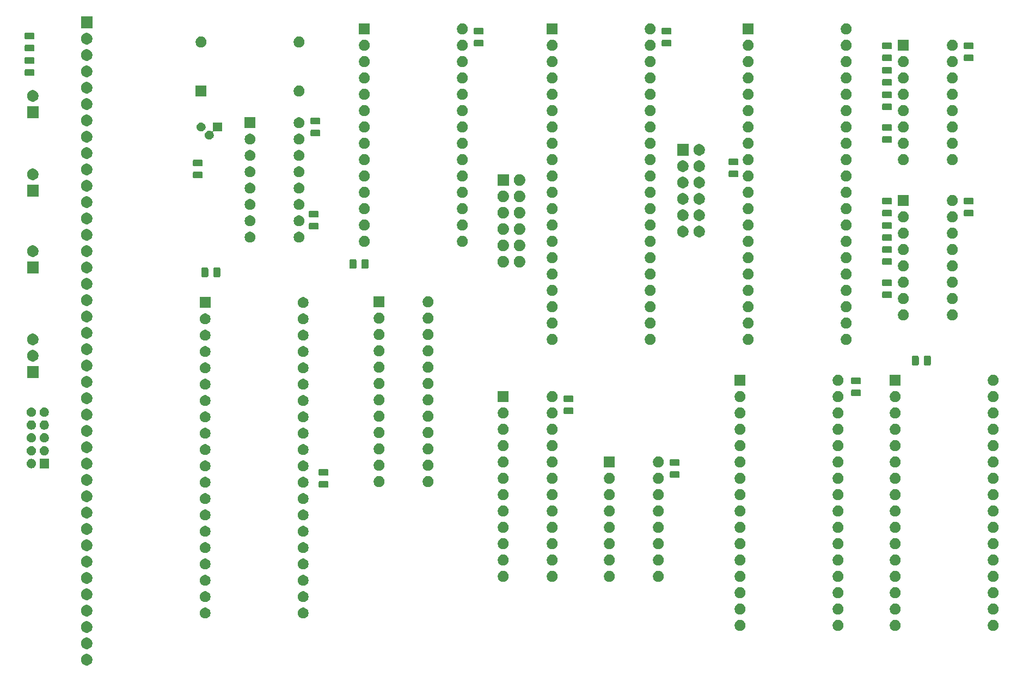
<source format=gbr>
G04 #@! TF.GenerationSoftware,KiCad,Pcbnew,(5.1.5-0-10_14)*
G04 #@! TF.CreationDate,2020-04-20T13:05:25+02:00*
G04 #@! TF.ProjectId,sinope,73696e6f-7065-42e6-9b69-6361645f7063,rev?*
G04 #@! TF.SameCoordinates,Original*
G04 #@! TF.FileFunction,Soldermask,Top*
G04 #@! TF.FilePolarity,Negative*
%FSLAX46Y46*%
G04 Gerber Fmt 4.6, Leading zero omitted, Abs format (unit mm)*
G04 Created by KiCad (PCBNEW (5.1.5-0-10_14)) date 2020-04-20 13:05:25*
%MOMM*%
%LPD*%
G04 APERTURE LIST*
%ADD10C,0.100000*%
G04 APERTURE END LIST*
D10*
G36*
X52691512Y-125087927D02*
G01*
X52840812Y-125117624D01*
X53004784Y-125185544D01*
X53152354Y-125284147D01*
X53277853Y-125409646D01*
X53376456Y-125557216D01*
X53444376Y-125721188D01*
X53479000Y-125895259D01*
X53479000Y-126072741D01*
X53444376Y-126246812D01*
X53376456Y-126410784D01*
X53277853Y-126558354D01*
X53152354Y-126683853D01*
X53004784Y-126782456D01*
X52840812Y-126850376D01*
X52691512Y-126880073D01*
X52666742Y-126885000D01*
X52489258Y-126885000D01*
X52464488Y-126880073D01*
X52315188Y-126850376D01*
X52151216Y-126782456D01*
X52003646Y-126683853D01*
X51878147Y-126558354D01*
X51779544Y-126410784D01*
X51711624Y-126246812D01*
X51677000Y-126072741D01*
X51677000Y-125895259D01*
X51711624Y-125721188D01*
X51779544Y-125557216D01*
X51878147Y-125409646D01*
X52003646Y-125284147D01*
X52151216Y-125185544D01*
X52315188Y-125117624D01*
X52464488Y-125087927D01*
X52489258Y-125083000D01*
X52666742Y-125083000D01*
X52691512Y-125087927D01*
G37*
G36*
X52691512Y-122547927D02*
G01*
X52840812Y-122577624D01*
X53004784Y-122645544D01*
X53152354Y-122744147D01*
X53277853Y-122869646D01*
X53376456Y-123017216D01*
X53444376Y-123181188D01*
X53479000Y-123355259D01*
X53479000Y-123532741D01*
X53444376Y-123706812D01*
X53376456Y-123870784D01*
X53277853Y-124018354D01*
X53152354Y-124143853D01*
X53004784Y-124242456D01*
X52840812Y-124310376D01*
X52691512Y-124340073D01*
X52666742Y-124345000D01*
X52489258Y-124345000D01*
X52464488Y-124340073D01*
X52315188Y-124310376D01*
X52151216Y-124242456D01*
X52003646Y-124143853D01*
X51878147Y-124018354D01*
X51779544Y-123870784D01*
X51711624Y-123706812D01*
X51677000Y-123532741D01*
X51677000Y-123355259D01*
X51711624Y-123181188D01*
X51779544Y-123017216D01*
X51878147Y-122869646D01*
X52003646Y-122744147D01*
X52151216Y-122645544D01*
X52315188Y-122577624D01*
X52464488Y-122547927D01*
X52489258Y-122543000D01*
X52666742Y-122543000D01*
X52691512Y-122547927D01*
G37*
G36*
X52691512Y-120007927D02*
G01*
X52840812Y-120037624D01*
X53004784Y-120105544D01*
X53152354Y-120204147D01*
X53277853Y-120329646D01*
X53376456Y-120477216D01*
X53444376Y-120641188D01*
X53479000Y-120815259D01*
X53479000Y-120992741D01*
X53444376Y-121166812D01*
X53376456Y-121330784D01*
X53277853Y-121478354D01*
X53152354Y-121603853D01*
X53004784Y-121702456D01*
X52840812Y-121770376D01*
X52691512Y-121800073D01*
X52666742Y-121805000D01*
X52489258Y-121805000D01*
X52464488Y-121800073D01*
X52315188Y-121770376D01*
X52151216Y-121702456D01*
X52003646Y-121603853D01*
X51878147Y-121478354D01*
X51779544Y-121330784D01*
X51711624Y-121166812D01*
X51677000Y-120992741D01*
X51677000Y-120815259D01*
X51711624Y-120641188D01*
X51779544Y-120477216D01*
X51878147Y-120329646D01*
X52003646Y-120204147D01*
X52151216Y-120105544D01*
X52315188Y-120037624D01*
X52464488Y-120007927D01*
X52489258Y-120003000D01*
X52666742Y-120003000D01*
X52691512Y-120007927D01*
G37*
G36*
X154426228Y-119831703D02*
G01*
X154581100Y-119895853D01*
X154720481Y-119988985D01*
X154839015Y-120107519D01*
X154932147Y-120246900D01*
X154996297Y-120401772D01*
X155029000Y-120566184D01*
X155029000Y-120733816D01*
X154996297Y-120898228D01*
X154932147Y-121053100D01*
X154839015Y-121192481D01*
X154720481Y-121311015D01*
X154581100Y-121404147D01*
X154426228Y-121468297D01*
X154261816Y-121501000D01*
X154094184Y-121501000D01*
X153929772Y-121468297D01*
X153774900Y-121404147D01*
X153635519Y-121311015D01*
X153516985Y-121192481D01*
X153423853Y-121053100D01*
X153359703Y-120898228D01*
X153327000Y-120733816D01*
X153327000Y-120566184D01*
X153359703Y-120401772D01*
X153423853Y-120246900D01*
X153516985Y-120107519D01*
X153635519Y-119988985D01*
X153774900Y-119895853D01*
X153929772Y-119831703D01*
X154094184Y-119799000D01*
X154261816Y-119799000D01*
X154426228Y-119831703D01*
G37*
G36*
X169666228Y-119831703D02*
G01*
X169821100Y-119895853D01*
X169960481Y-119988985D01*
X170079015Y-120107519D01*
X170172147Y-120246900D01*
X170236297Y-120401772D01*
X170269000Y-120566184D01*
X170269000Y-120733816D01*
X170236297Y-120898228D01*
X170172147Y-121053100D01*
X170079015Y-121192481D01*
X169960481Y-121311015D01*
X169821100Y-121404147D01*
X169666228Y-121468297D01*
X169501816Y-121501000D01*
X169334184Y-121501000D01*
X169169772Y-121468297D01*
X169014900Y-121404147D01*
X168875519Y-121311015D01*
X168756985Y-121192481D01*
X168663853Y-121053100D01*
X168599703Y-120898228D01*
X168567000Y-120733816D01*
X168567000Y-120566184D01*
X168599703Y-120401772D01*
X168663853Y-120246900D01*
X168756985Y-120107519D01*
X168875519Y-119988985D01*
X169014900Y-119895853D01*
X169169772Y-119831703D01*
X169334184Y-119799000D01*
X169501816Y-119799000D01*
X169666228Y-119831703D01*
G37*
G36*
X193796228Y-119831703D02*
G01*
X193951100Y-119895853D01*
X194090481Y-119988985D01*
X194209015Y-120107519D01*
X194302147Y-120246900D01*
X194366297Y-120401772D01*
X194399000Y-120566184D01*
X194399000Y-120733816D01*
X194366297Y-120898228D01*
X194302147Y-121053100D01*
X194209015Y-121192481D01*
X194090481Y-121311015D01*
X193951100Y-121404147D01*
X193796228Y-121468297D01*
X193631816Y-121501000D01*
X193464184Y-121501000D01*
X193299772Y-121468297D01*
X193144900Y-121404147D01*
X193005519Y-121311015D01*
X192886985Y-121192481D01*
X192793853Y-121053100D01*
X192729703Y-120898228D01*
X192697000Y-120733816D01*
X192697000Y-120566184D01*
X192729703Y-120401772D01*
X192793853Y-120246900D01*
X192886985Y-120107519D01*
X193005519Y-119988985D01*
X193144900Y-119895853D01*
X193299772Y-119831703D01*
X193464184Y-119799000D01*
X193631816Y-119799000D01*
X193796228Y-119831703D01*
G37*
G36*
X178556228Y-119831703D02*
G01*
X178711100Y-119895853D01*
X178850481Y-119988985D01*
X178969015Y-120107519D01*
X179062147Y-120246900D01*
X179126297Y-120401772D01*
X179159000Y-120566184D01*
X179159000Y-120733816D01*
X179126297Y-120898228D01*
X179062147Y-121053100D01*
X178969015Y-121192481D01*
X178850481Y-121311015D01*
X178711100Y-121404147D01*
X178556228Y-121468297D01*
X178391816Y-121501000D01*
X178224184Y-121501000D01*
X178059772Y-121468297D01*
X177904900Y-121404147D01*
X177765519Y-121311015D01*
X177646985Y-121192481D01*
X177553853Y-121053100D01*
X177489703Y-120898228D01*
X177457000Y-120733816D01*
X177457000Y-120566184D01*
X177489703Y-120401772D01*
X177553853Y-120246900D01*
X177646985Y-120107519D01*
X177765519Y-119988985D01*
X177904900Y-119895853D01*
X178059772Y-119831703D01*
X178224184Y-119799000D01*
X178391816Y-119799000D01*
X178556228Y-119831703D01*
G37*
G36*
X86481228Y-117926703D02*
G01*
X86636100Y-117990853D01*
X86775481Y-118083985D01*
X86894015Y-118202519D01*
X86987147Y-118341900D01*
X87051297Y-118496772D01*
X87084000Y-118661184D01*
X87084000Y-118828816D01*
X87051297Y-118993228D01*
X86987147Y-119148100D01*
X86894015Y-119287481D01*
X86775481Y-119406015D01*
X86636100Y-119499147D01*
X86481228Y-119563297D01*
X86316816Y-119596000D01*
X86149184Y-119596000D01*
X85984772Y-119563297D01*
X85829900Y-119499147D01*
X85690519Y-119406015D01*
X85571985Y-119287481D01*
X85478853Y-119148100D01*
X85414703Y-118993228D01*
X85382000Y-118828816D01*
X85382000Y-118661184D01*
X85414703Y-118496772D01*
X85478853Y-118341900D01*
X85571985Y-118202519D01*
X85690519Y-118083985D01*
X85829900Y-117990853D01*
X85984772Y-117926703D01*
X86149184Y-117894000D01*
X86316816Y-117894000D01*
X86481228Y-117926703D01*
G37*
G36*
X71241228Y-117926703D02*
G01*
X71396100Y-117990853D01*
X71535481Y-118083985D01*
X71654015Y-118202519D01*
X71747147Y-118341900D01*
X71811297Y-118496772D01*
X71844000Y-118661184D01*
X71844000Y-118828816D01*
X71811297Y-118993228D01*
X71747147Y-119148100D01*
X71654015Y-119287481D01*
X71535481Y-119406015D01*
X71396100Y-119499147D01*
X71241228Y-119563297D01*
X71076816Y-119596000D01*
X70909184Y-119596000D01*
X70744772Y-119563297D01*
X70589900Y-119499147D01*
X70450519Y-119406015D01*
X70331985Y-119287481D01*
X70238853Y-119148100D01*
X70174703Y-118993228D01*
X70142000Y-118828816D01*
X70142000Y-118661184D01*
X70174703Y-118496772D01*
X70238853Y-118341900D01*
X70331985Y-118202519D01*
X70450519Y-118083985D01*
X70589900Y-117990853D01*
X70744772Y-117926703D01*
X70909184Y-117894000D01*
X71076816Y-117894000D01*
X71241228Y-117926703D01*
G37*
G36*
X52691512Y-117467927D02*
G01*
X52840812Y-117497624D01*
X53004784Y-117565544D01*
X53152354Y-117664147D01*
X53277853Y-117789646D01*
X53376456Y-117937216D01*
X53444376Y-118101188D01*
X53479000Y-118275259D01*
X53479000Y-118452741D01*
X53444376Y-118626812D01*
X53376456Y-118790784D01*
X53277853Y-118938354D01*
X53152354Y-119063853D01*
X53004784Y-119162456D01*
X52840812Y-119230376D01*
X52691512Y-119260073D01*
X52666742Y-119265000D01*
X52489258Y-119265000D01*
X52464488Y-119260073D01*
X52315188Y-119230376D01*
X52151216Y-119162456D01*
X52003646Y-119063853D01*
X51878147Y-118938354D01*
X51779544Y-118790784D01*
X51711624Y-118626812D01*
X51677000Y-118452741D01*
X51677000Y-118275259D01*
X51711624Y-118101188D01*
X51779544Y-117937216D01*
X51878147Y-117789646D01*
X52003646Y-117664147D01*
X52151216Y-117565544D01*
X52315188Y-117497624D01*
X52464488Y-117467927D01*
X52489258Y-117463000D01*
X52666742Y-117463000D01*
X52691512Y-117467927D01*
G37*
G36*
X154426228Y-117291703D02*
G01*
X154581100Y-117355853D01*
X154720481Y-117448985D01*
X154839015Y-117567519D01*
X154932147Y-117706900D01*
X154996297Y-117861772D01*
X155029000Y-118026184D01*
X155029000Y-118193816D01*
X154996297Y-118358228D01*
X154932147Y-118513100D01*
X154839015Y-118652481D01*
X154720481Y-118771015D01*
X154581100Y-118864147D01*
X154426228Y-118928297D01*
X154261816Y-118961000D01*
X154094184Y-118961000D01*
X153929772Y-118928297D01*
X153774900Y-118864147D01*
X153635519Y-118771015D01*
X153516985Y-118652481D01*
X153423853Y-118513100D01*
X153359703Y-118358228D01*
X153327000Y-118193816D01*
X153327000Y-118026184D01*
X153359703Y-117861772D01*
X153423853Y-117706900D01*
X153516985Y-117567519D01*
X153635519Y-117448985D01*
X153774900Y-117355853D01*
X153929772Y-117291703D01*
X154094184Y-117259000D01*
X154261816Y-117259000D01*
X154426228Y-117291703D01*
G37*
G36*
X169666228Y-117291703D02*
G01*
X169821100Y-117355853D01*
X169960481Y-117448985D01*
X170079015Y-117567519D01*
X170172147Y-117706900D01*
X170236297Y-117861772D01*
X170269000Y-118026184D01*
X170269000Y-118193816D01*
X170236297Y-118358228D01*
X170172147Y-118513100D01*
X170079015Y-118652481D01*
X169960481Y-118771015D01*
X169821100Y-118864147D01*
X169666228Y-118928297D01*
X169501816Y-118961000D01*
X169334184Y-118961000D01*
X169169772Y-118928297D01*
X169014900Y-118864147D01*
X168875519Y-118771015D01*
X168756985Y-118652481D01*
X168663853Y-118513100D01*
X168599703Y-118358228D01*
X168567000Y-118193816D01*
X168567000Y-118026184D01*
X168599703Y-117861772D01*
X168663853Y-117706900D01*
X168756985Y-117567519D01*
X168875519Y-117448985D01*
X169014900Y-117355853D01*
X169169772Y-117291703D01*
X169334184Y-117259000D01*
X169501816Y-117259000D01*
X169666228Y-117291703D01*
G37*
G36*
X193796228Y-117291703D02*
G01*
X193951100Y-117355853D01*
X194090481Y-117448985D01*
X194209015Y-117567519D01*
X194302147Y-117706900D01*
X194366297Y-117861772D01*
X194399000Y-118026184D01*
X194399000Y-118193816D01*
X194366297Y-118358228D01*
X194302147Y-118513100D01*
X194209015Y-118652481D01*
X194090481Y-118771015D01*
X193951100Y-118864147D01*
X193796228Y-118928297D01*
X193631816Y-118961000D01*
X193464184Y-118961000D01*
X193299772Y-118928297D01*
X193144900Y-118864147D01*
X193005519Y-118771015D01*
X192886985Y-118652481D01*
X192793853Y-118513100D01*
X192729703Y-118358228D01*
X192697000Y-118193816D01*
X192697000Y-118026184D01*
X192729703Y-117861772D01*
X192793853Y-117706900D01*
X192886985Y-117567519D01*
X193005519Y-117448985D01*
X193144900Y-117355853D01*
X193299772Y-117291703D01*
X193464184Y-117259000D01*
X193631816Y-117259000D01*
X193796228Y-117291703D01*
G37*
G36*
X178556228Y-117291703D02*
G01*
X178711100Y-117355853D01*
X178850481Y-117448985D01*
X178969015Y-117567519D01*
X179062147Y-117706900D01*
X179126297Y-117861772D01*
X179159000Y-118026184D01*
X179159000Y-118193816D01*
X179126297Y-118358228D01*
X179062147Y-118513100D01*
X178969015Y-118652481D01*
X178850481Y-118771015D01*
X178711100Y-118864147D01*
X178556228Y-118928297D01*
X178391816Y-118961000D01*
X178224184Y-118961000D01*
X178059772Y-118928297D01*
X177904900Y-118864147D01*
X177765519Y-118771015D01*
X177646985Y-118652481D01*
X177553853Y-118513100D01*
X177489703Y-118358228D01*
X177457000Y-118193816D01*
X177457000Y-118026184D01*
X177489703Y-117861772D01*
X177553853Y-117706900D01*
X177646985Y-117567519D01*
X177765519Y-117448985D01*
X177904900Y-117355853D01*
X178059772Y-117291703D01*
X178224184Y-117259000D01*
X178391816Y-117259000D01*
X178556228Y-117291703D01*
G37*
G36*
X71241228Y-115386703D02*
G01*
X71396100Y-115450853D01*
X71535481Y-115543985D01*
X71654015Y-115662519D01*
X71747147Y-115801900D01*
X71811297Y-115956772D01*
X71844000Y-116121184D01*
X71844000Y-116288816D01*
X71811297Y-116453228D01*
X71747147Y-116608100D01*
X71654015Y-116747481D01*
X71535481Y-116866015D01*
X71396100Y-116959147D01*
X71241228Y-117023297D01*
X71076816Y-117056000D01*
X70909184Y-117056000D01*
X70744772Y-117023297D01*
X70589900Y-116959147D01*
X70450519Y-116866015D01*
X70331985Y-116747481D01*
X70238853Y-116608100D01*
X70174703Y-116453228D01*
X70142000Y-116288816D01*
X70142000Y-116121184D01*
X70174703Y-115956772D01*
X70238853Y-115801900D01*
X70331985Y-115662519D01*
X70450519Y-115543985D01*
X70589900Y-115450853D01*
X70744772Y-115386703D01*
X70909184Y-115354000D01*
X71076816Y-115354000D01*
X71241228Y-115386703D01*
G37*
G36*
X86481228Y-115386703D02*
G01*
X86636100Y-115450853D01*
X86775481Y-115543985D01*
X86894015Y-115662519D01*
X86987147Y-115801900D01*
X87051297Y-115956772D01*
X87084000Y-116121184D01*
X87084000Y-116288816D01*
X87051297Y-116453228D01*
X86987147Y-116608100D01*
X86894015Y-116747481D01*
X86775481Y-116866015D01*
X86636100Y-116959147D01*
X86481228Y-117023297D01*
X86316816Y-117056000D01*
X86149184Y-117056000D01*
X85984772Y-117023297D01*
X85829900Y-116959147D01*
X85690519Y-116866015D01*
X85571985Y-116747481D01*
X85478853Y-116608100D01*
X85414703Y-116453228D01*
X85382000Y-116288816D01*
X85382000Y-116121184D01*
X85414703Y-115956772D01*
X85478853Y-115801900D01*
X85571985Y-115662519D01*
X85690519Y-115543985D01*
X85829900Y-115450853D01*
X85984772Y-115386703D01*
X86149184Y-115354000D01*
X86316816Y-115354000D01*
X86481228Y-115386703D01*
G37*
G36*
X52691512Y-114927927D02*
G01*
X52840812Y-114957624D01*
X53004784Y-115025544D01*
X53152354Y-115124147D01*
X53277853Y-115249646D01*
X53376456Y-115397216D01*
X53444376Y-115561188D01*
X53479000Y-115735259D01*
X53479000Y-115912741D01*
X53444376Y-116086812D01*
X53376456Y-116250784D01*
X53277853Y-116398354D01*
X53152354Y-116523853D01*
X53004784Y-116622456D01*
X52840812Y-116690376D01*
X52691512Y-116720073D01*
X52666742Y-116725000D01*
X52489258Y-116725000D01*
X52464488Y-116720073D01*
X52315188Y-116690376D01*
X52151216Y-116622456D01*
X52003646Y-116523853D01*
X51878147Y-116398354D01*
X51779544Y-116250784D01*
X51711624Y-116086812D01*
X51677000Y-115912741D01*
X51677000Y-115735259D01*
X51711624Y-115561188D01*
X51779544Y-115397216D01*
X51878147Y-115249646D01*
X52003646Y-115124147D01*
X52151216Y-115025544D01*
X52315188Y-114957624D01*
X52464488Y-114927927D01*
X52489258Y-114923000D01*
X52666742Y-114923000D01*
X52691512Y-114927927D01*
G37*
G36*
X193796228Y-114751703D02*
G01*
X193951100Y-114815853D01*
X194090481Y-114908985D01*
X194209015Y-115027519D01*
X194302147Y-115166900D01*
X194366297Y-115321772D01*
X194399000Y-115486184D01*
X194399000Y-115653816D01*
X194366297Y-115818228D01*
X194302147Y-115973100D01*
X194209015Y-116112481D01*
X194090481Y-116231015D01*
X193951100Y-116324147D01*
X193796228Y-116388297D01*
X193631816Y-116421000D01*
X193464184Y-116421000D01*
X193299772Y-116388297D01*
X193144900Y-116324147D01*
X193005519Y-116231015D01*
X192886985Y-116112481D01*
X192793853Y-115973100D01*
X192729703Y-115818228D01*
X192697000Y-115653816D01*
X192697000Y-115486184D01*
X192729703Y-115321772D01*
X192793853Y-115166900D01*
X192886985Y-115027519D01*
X193005519Y-114908985D01*
X193144900Y-114815853D01*
X193299772Y-114751703D01*
X193464184Y-114719000D01*
X193631816Y-114719000D01*
X193796228Y-114751703D01*
G37*
G36*
X154426228Y-114751703D02*
G01*
X154581100Y-114815853D01*
X154720481Y-114908985D01*
X154839015Y-115027519D01*
X154932147Y-115166900D01*
X154996297Y-115321772D01*
X155029000Y-115486184D01*
X155029000Y-115653816D01*
X154996297Y-115818228D01*
X154932147Y-115973100D01*
X154839015Y-116112481D01*
X154720481Y-116231015D01*
X154581100Y-116324147D01*
X154426228Y-116388297D01*
X154261816Y-116421000D01*
X154094184Y-116421000D01*
X153929772Y-116388297D01*
X153774900Y-116324147D01*
X153635519Y-116231015D01*
X153516985Y-116112481D01*
X153423853Y-115973100D01*
X153359703Y-115818228D01*
X153327000Y-115653816D01*
X153327000Y-115486184D01*
X153359703Y-115321772D01*
X153423853Y-115166900D01*
X153516985Y-115027519D01*
X153635519Y-114908985D01*
X153774900Y-114815853D01*
X153929772Y-114751703D01*
X154094184Y-114719000D01*
X154261816Y-114719000D01*
X154426228Y-114751703D01*
G37*
G36*
X169666228Y-114751703D02*
G01*
X169821100Y-114815853D01*
X169960481Y-114908985D01*
X170079015Y-115027519D01*
X170172147Y-115166900D01*
X170236297Y-115321772D01*
X170269000Y-115486184D01*
X170269000Y-115653816D01*
X170236297Y-115818228D01*
X170172147Y-115973100D01*
X170079015Y-116112481D01*
X169960481Y-116231015D01*
X169821100Y-116324147D01*
X169666228Y-116388297D01*
X169501816Y-116421000D01*
X169334184Y-116421000D01*
X169169772Y-116388297D01*
X169014900Y-116324147D01*
X168875519Y-116231015D01*
X168756985Y-116112481D01*
X168663853Y-115973100D01*
X168599703Y-115818228D01*
X168567000Y-115653816D01*
X168567000Y-115486184D01*
X168599703Y-115321772D01*
X168663853Y-115166900D01*
X168756985Y-115027519D01*
X168875519Y-114908985D01*
X169014900Y-114815853D01*
X169169772Y-114751703D01*
X169334184Y-114719000D01*
X169501816Y-114719000D01*
X169666228Y-114751703D01*
G37*
G36*
X178556228Y-114751703D02*
G01*
X178711100Y-114815853D01*
X178850481Y-114908985D01*
X178969015Y-115027519D01*
X179062147Y-115166900D01*
X179126297Y-115321772D01*
X179159000Y-115486184D01*
X179159000Y-115653816D01*
X179126297Y-115818228D01*
X179062147Y-115973100D01*
X178969015Y-116112481D01*
X178850481Y-116231015D01*
X178711100Y-116324147D01*
X178556228Y-116388297D01*
X178391816Y-116421000D01*
X178224184Y-116421000D01*
X178059772Y-116388297D01*
X177904900Y-116324147D01*
X177765519Y-116231015D01*
X177646985Y-116112481D01*
X177553853Y-115973100D01*
X177489703Y-115818228D01*
X177457000Y-115653816D01*
X177457000Y-115486184D01*
X177489703Y-115321772D01*
X177553853Y-115166900D01*
X177646985Y-115027519D01*
X177765519Y-114908985D01*
X177904900Y-114815853D01*
X178059772Y-114751703D01*
X178224184Y-114719000D01*
X178391816Y-114719000D01*
X178556228Y-114751703D01*
G37*
G36*
X86481228Y-112846703D02*
G01*
X86636100Y-112910853D01*
X86775481Y-113003985D01*
X86894015Y-113122519D01*
X86987147Y-113261900D01*
X87051297Y-113416772D01*
X87084000Y-113581184D01*
X87084000Y-113748816D01*
X87051297Y-113913228D01*
X86987147Y-114068100D01*
X86894015Y-114207481D01*
X86775481Y-114326015D01*
X86636100Y-114419147D01*
X86481228Y-114483297D01*
X86316816Y-114516000D01*
X86149184Y-114516000D01*
X85984772Y-114483297D01*
X85829900Y-114419147D01*
X85690519Y-114326015D01*
X85571985Y-114207481D01*
X85478853Y-114068100D01*
X85414703Y-113913228D01*
X85382000Y-113748816D01*
X85382000Y-113581184D01*
X85414703Y-113416772D01*
X85478853Y-113261900D01*
X85571985Y-113122519D01*
X85690519Y-113003985D01*
X85829900Y-112910853D01*
X85984772Y-112846703D01*
X86149184Y-112814000D01*
X86316816Y-112814000D01*
X86481228Y-112846703D01*
G37*
G36*
X71241228Y-112846703D02*
G01*
X71396100Y-112910853D01*
X71535481Y-113003985D01*
X71654015Y-113122519D01*
X71747147Y-113261900D01*
X71811297Y-113416772D01*
X71844000Y-113581184D01*
X71844000Y-113748816D01*
X71811297Y-113913228D01*
X71747147Y-114068100D01*
X71654015Y-114207481D01*
X71535481Y-114326015D01*
X71396100Y-114419147D01*
X71241228Y-114483297D01*
X71076816Y-114516000D01*
X70909184Y-114516000D01*
X70744772Y-114483297D01*
X70589900Y-114419147D01*
X70450519Y-114326015D01*
X70331985Y-114207481D01*
X70238853Y-114068100D01*
X70174703Y-113913228D01*
X70142000Y-113748816D01*
X70142000Y-113581184D01*
X70174703Y-113416772D01*
X70238853Y-113261900D01*
X70331985Y-113122519D01*
X70450519Y-113003985D01*
X70589900Y-112910853D01*
X70744772Y-112846703D01*
X70909184Y-112814000D01*
X71076816Y-112814000D01*
X71241228Y-112846703D01*
G37*
G36*
X52691512Y-112387927D02*
G01*
X52840812Y-112417624D01*
X53004784Y-112485544D01*
X53152354Y-112584147D01*
X53277853Y-112709646D01*
X53376456Y-112857216D01*
X53444376Y-113021188D01*
X53479000Y-113195259D01*
X53479000Y-113372741D01*
X53444376Y-113546812D01*
X53376456Y-113710784D01*
X53277853Y-113858354D01*
X53152354Y-113983853D01*
X53004784Y-114082456D01*
X52840812Y-114150376D01*
X52691512Y-114180073D01*
X52666742Y-114185000D01*
X52489258Y-114185000D01*
X52464488Y-114180073D01*
X52315188Y-114150376D01*
X52151216Y-114082456D01*
X52003646Y-113983853D01*
X51878147Y-113858354D01*
X51779544Y-113710784D01*
X51711624Y-113546812D01*
X51677000Y-113372741D01*
X51677000Y-113195259D01*
X51711624Y-113021188D01*
X51779544Y-112857216D01*
X51878147Y-112709646D01*
X52003646Y-112584147D01*
X52151216Y-112485544D01*
X52315188Y-112417624D01*
X52464488Y-112387927D01*
X52489258Y-112383000D01*
X52666742Y-112383000D01*
X52691512Y-112387927D01*
G37*
G36*
X193796228Y-112211703D02*
G01*
X193951100Y-112275853D01*
X194090481Y-112368985D01*
X194209015Y-112487519D01*
X194302147Y-112626900D01*
X194366297Y-112781772D01*
X194399000Y-112946184D01*
X194399000Y-113113816D01*
X194366297Y-113278228D01*
X194302147Y-113433100D01*
X194209015Y-113572481D01*
X194090481Y-113691015D01*
X193951100Y-113784147D01*
X193796228Y-113848297D01*
X193631816Y-113881000D01*
X193464184Y-113881000D01*
X193299772Y-113848297D01*
X193144900Y-113784147D01*
X193005519Y-113691015D01*
X192886985Y-113572481D01*
X192793853Y-113433100D01*
X192729703Y-113278228D01*
X192697000Y-113113816D01*
X192697000Y-112946184D01*
X192729703Y-112781772D01*
X192793853Y-112626900D01*
X192886985Y-112487519D01*
X193005519Y-112368985D01*
X193144900Y-112275853D01*
X193299772Y-112211703D01*
X193464184Y-112179000D01*
X193631816Y-112179000D01*
X193796228Y-112211703D01*
G37*
G36*
X178556228Y-112211703D02*
G01*
X178711100Y-112275853D01*
X178850481Y-112368985D01*
X178969015Y-112487519D01*
X179062147Y-112626900D01*
X179126297Y-112781772D01*
X179159000Y-112946184D01*
X179159000Y-113113816D01*
X179126297Y-113278228D01*
X179062147Y-113433100D01*
X178969015Y-113572481D01*
X178850481Y-113691015D01*
X178711100Y-113784147D01*
X178556228Y-113848297D01*
X178391816Y-113881000D01*
X178224184Y-113881000D01*
X178059772Y-113848297D01*
X177904900Y-113784147D01*
X177765519Y-113691015D01*
X177646985Y-113572481D01*
X177553853Y-113433100D01*
X177489703Y-113278228D01*
X177457000Y-113113816D01*
X177457000Y-112946184D01*
X177489703Y-112781772D01*
X177553853Y-112626900D01*
X177646985Y-112487519D01*
X177765519Y-112368985D01*
X177904900Y-112275853D01*
X178059772Y-112211703D01*
X178224184Y-112179000D01*
X178391816Y-112179000D01*
X178556228Y-112211703D01*
G37*
G36*
X134106228Y-112211703D02*
G01*
X134261100Y-112275853D01*
X134400481Y-112368985D01*
X134519015Y-112487519D01*
X134612147Y-112626900D01*
X134676297Y-112781772D01*
X134709000Y-112946184D01*
X134709000Y-113113816D01*
X134676297Y-113278228D01*
X134612147Y-113433100D01*
X134519015Y-113572481D01*
X134400481Y-113691015D01*
X134261100Y-113784147D01*
X134106228Y-113848297D01*
X133941816Y-113881000D01*
X133774184Y-113881000D01*
X133609772Y-113848297D01*
X133454900Y-113784147D01*
X133315519Y-113691015D01*
X133196985Y-113572481D01*
X133103853Y-113433100D01*
X133039703Y-113278228D01*
X133007000Y-113113816D01*
X133007000Y-112946184D01*
X133039703Y-112781772D01*
X133103853Y-112626900D01*
X133196985Y-112487519D01*
X133315519Y-112368985D01*
X133454900Y-112275853D01*
X133609772Y-112211703D01*
X133774184Y-112179000D01*
X133941816Y-112179000D01*
X134106228Y-112211703D01*
G37*
G36*
X141726228Y-112211703D02*
G01*
X141881100Y-112275853D01*
X142020481Y-112368985D01*
X142139015Y-112487519D01*
X142232147Y-112626900D01*
X142296297Y-112781772D01*
X142329000Y-112946184D01*
X142329000Y-113113816D01*
X142296297Y-113278228D01*
X142232147Y-113433100D01*
X142139015Y-113572481D01*
X142020481Y-113691015D01*
X141881100Y-113784147D01*
X141726228Y-113848297D01*
X141561816Y-113881000D01*
X141394184Y-113881000D01*
X141229772Y-113848297D01*
X141074900Y-113784147D01*
X140935519Y-113691015D01*
X140816985Y-113572481D01*
X140723853Y-113433100D01*
X140659703Y-113278228D01*
X140627000Y-113113816D01*
X140627000Y-112946184D01*
X140659703Y-112781772D01*
X140723853Y-112626900D01*
X140816985Y-112487519D01*
X140935519Y-112368985D01*
X141074900Y-112275853D01*
X141229772Y-112211703D01*
X141394184Y-112179000D01*
X141561816Y-112179000D01*
X141726228Y-112211703D01*
G37*
G36*
X117596228Y-112211703D02*
G01*
X117751100Y-112275853D01*
X117890481Y-112368985D01*
X118009015Y-112487519D01*
X118102147Y-112626900D01*
X118166297Y-112781772D01*
X118199000Y-112946184D01*
X118199000Y-113113816D01*
X118166297Y-113278228D01*
X118102147Y-113433100D01*
X118009015Y-113572481D01*
X117890481Y-113691015D01*
X117751100Y-113784147D01*
X117596228Y-113848297D01*
X117431816Y-113881000D01*
X117264184Y-113881000D01*
X117099772Y-113848297D01*
X116944900Y-113784147D01*
X116805519Y-113691015D01*
X116686985Y-113572481D01*
X116593853Y-113433100D01*
X116529703Y-113278228D01*
X116497000Y-113113816D01*
X116497000Y-112946184D01*
X116529703Y-112781772D01*
X116593853Y-112626900D01*
X116686985Y-112487519D01*
X116805519Y-112368985D01*
X116944900Y-112275853D01*
X117099772Y-112211703D01*
X117264184Y-112179000D01*
X117431816Y-112179000D01*
X117596228Y-112211703D01*
G37*
G36*
X169666228Y-112211703D02*
G01*
X169821100Y-112275853D01*
X169960481Y-112368985D01*
X170079015Y-112487519D01*
X170172147Y-112626900D01*
X170236297Y-112781772D01*
X170269000Y-112946184D01*
X170269000Y-113113816D01*
X170236297Y-113278228D01*
X170172147Y-113433100D01*
X170079015Y-113572481D01*
X169960481Y-113691015D01*
X169821100Y-113784147D01*
X169666228Y-113848297D01*
X169501816Y-113881000D01*
X169334184Y-113881000D01*
X169169772Y-113848297D01*
X169014900Y-113784147D01*
X168875519Y-113691015D01*
X168756985Y-113572481D01*
X168663853Y-113433100D01*
X168599703Y-113278228D01*
X168567000Y-113113816D01*
X168567000Y-112946184D01*
X168599703Y-112781772D01*
X168663853Y-112626900D01*
X168756985Y-112487519D01*
X168875519Y-112368985D01*
X169014900Y-112275853D01*
X169169772Y-112211703D01*
X169334184Y-112179000D01*
X169501816Y-112179000D01*
X169666228Y-112211703D01*
G37*
G36*
X154426228Y-112211703D02*
G01*
X154581100Y-112275853D01*
X154720481Y-112368985D01*
X154839015Y-112487519D01*
X154932147Y-112626900D01*
X154996297Y-112781772D01*
X155029000Y-112946184D01*
X155029000Y-113113816D01*
X154996297Y-113278228D01*
X154932147Y-113433100D01*
X154839015Y-113572481D01*
X154720481Y-113691015D01*
X154581100Y-113784147D01*
X154426228Y-113848297D01*
X154261816Y-113881000D01*
X154094184Y-113881000D01*
X153929772Y-113848297D01*
X153774900Y-113784147D01*
X153635519Y-113691015D01*
X153516985Y-113572481D01*
X153423853Y-113433100D01*
X153359703Y-113278228D01*
X153327000Y-113113816D01*
X153327000Y-112946184D01*
X153359703Y-112781772D01*
X153423853Y-112626900D01*
X153516985Y-112487519D01*
X153635519Y-112368985D01*
X153774900Y-112275853D01*
X153929772Y-112211703D01*
X154094184Y-112179000D01*
X154261816Y-112179000D01*
X154426228Y-112211703D01*
G37*
G36*
X125216228Y-112211703D02*
G01*
X125371100Y-112275853D01*
X125510481Y-112368985D01*
X125629015Y-112487519D01*
X125722147Y-112626900D01*
X125786297Y-112781772D01*
X125819000Y-112946184D01*
X125819000Y-113113816D01*
X125786297Y-113278228D01*
X125722147Y-113433100D01*
X125629015Y-113572481D01*
X125510481Y-113691015D01*
X125371100Y-113784147D01*
X125216228Y-113848297D01*
X125051816Y-113881000D01*
X124884184Y-113881000D01*
X124719772Y-113848297D01*
X124564900Y-113784147D01*
X124425519Y-113691015D01*
X124306985Y-113572481D01*
X124213853Y-113433100D01*
X124149703Y-113278228D01*
X124117000Y-113113816D01*
X124117000Y-112946184D01*
X124149703Y-112781772D01*
X124213853Y-112626900D01*
X124306985Y-112487519D01*
X124425519Y-112368985D01*
X124564900Y-112275853D01*
X124719772Y-112211703D01*
X124884184Y-112179000D01*
X125051816Y-112179000D01*
X125216228Y-112211703D01*
G37*
G36*
X86481228Y-110306703D02*
G01*
X86636100Y-110370853D01*
X86775481Y-110463985D01*
X86894015Y-110582519D01*
X86987147Y-110721900D01*
X87051297Y-110876772D01*
X87084000Y-111041184D01*
X87084000Y-111208816D01*
X87051297Y-111373228D01*
X86987147Y-111528100D01*
X86894015Y-111667481D01*
X86775481Y-111786015D01*
X86636100Y-111879147D01*
X86481228Y-111943297D01*
X86316816Y-111976000D01*
X86149184Y-111976000D01*
X85984772Y-111943297D01*
X85829900Y-111879147D01*
X85690519Y-111786015D01*
X85571985Y-111667481D01*
X85478853Y-111528100D01*
X85414703Y-111373228D01*
X85382000Y-111208816D01*
X85382000Y-111041184D01*
X85414703Y-110876772D01*
X85478853Y-110721900D01*
X85571985Y-110582519D01*
X85690519Y-110463985D01*
X85829900Y-110370853D01*
X85984772Y-110306703D01*
X86149184Y-110274000D01*
X86316816Y-110274000D01*
X86481228Y-110306703D01*
G37*
G36*
X71241228Y-110306703D02*
G01*
X71396100Y-110370853D01*
X71535481Y-110463985D01*
X71654015Y-110582519D01*
X71747147Y-110721900D01*
X71811297Y-110876772D01*
X71844000Y-111041184D01*
X71844000Y-111208816D01*
X71811297Y-111373228D01*
X71747147Y-111528100D01*
X71654015Y-111667481D01*
X71535481Y-111786015D01*
X71396100Y-111879147D01*
X71241228Y-111943297D01*
X71076816Y-111976000D01*
X70909184Y-111976000D01*
X70744772Y-111943297D01*
X70589900Y-111879147D01*
X70450519Y-111786015D01*
X70331985Y-111667481D01*
X70238853Y-111528100D01*
X70174703Y-111373228D01*
X70142000Y-111208816D01*
X70142000Y-111041184D01*
X70174703Y-110876772D01*
X70238853Y-110721900D01*
X70331985Y-110582519D01*
X70450519Y-110463985D01*
X70589900Y-110370853D01*
X70744772Y-110306703D01*
X70909184Y-110274000D01*
X71076816Y-110274000D01*
X71241228Y-110306703D01*
G37*
G36*
X52691512Y-109847927D02*
G01*
X52840812Y-109877624D01*
X53004784Y-109945544D01*
X53152354Y-110044147D01*
X53277853Y-110169646D01*
X53376456Y-110317216D01*
X53444376Y-110481188D01*
X53479000Y-110655259D01*
X53479000Y-110832741D01*
X53444376Y-111006812D01*
X53376456Y-111170784D01*
X53277853Y-111318354D01*
X53152354Y-111443853D01*
X53004784Y-111542456D01*
X52840812Y-111610376D01*
X52691512Y-111640073D01*
X52666742Y-111645000D01*
X52489258Y-111645000D01*
X52464488Y-111640073D01*
X52315188Y-111610376D01*
X52151216Y-111542456D01*
X52003646Y-111443853D01*
X51878147Y-111318354D01*
X51779544Y-111170784D01*
X51711624Y-111006812D01*
X51677000Y-110832741D01*
X51677000Y-110655259D01*
X51711624Y-110481188D01*
X51779544Y-110317216D01*
X51878147Y-110169646D01*
X52003646Y-110044147D01*
X52151216Y-109945544D01*
X52315188Y-109877624D01*
X52464488Y-109847927D01*
X52489258Y-109843000D01*
X52666742Y-109843000D01*
X52691512Y-109847927D01*
G37*
G36*
X154426228Y-109671703D02*
G01*
X154581100Y-109735853D01*
X154720481Y-109828985D01*
X154839015Y-109947519D01*
X154932147Y-110086900D01*
X154996297Y-110241772D01*
X155029000Y-110406184D01*
X155029000Y-110573816D01*
X154996297Y-110738228D01*
X154932147Y-110893100D01*
X154839015Y-111032481D01*
X154720481Y-111151015D01*
X154581100Y-111244147D01*
X154426228Y-111308297D01*
X154261816Y-111341000D01*
X154094184Y-111341000D01*
X153929772Y-111308297D01*
X153774900Y-111244147D01*
X153635519Y-111151015D01*
X153516985Y-111032481D01*
X153423853Y-110893100D01*
X153359703Y-110738228D01*
X153327000Y-110573816D01*
X153327000Y-110406184D01*
X153359703Y-110241772D01*
X153423853Y-110086900D01*
X153516985Y-109947519D01*
X153635519Y-109828985D01*
X153774900Y-109735853D01*
X153929772Y-109671703D01*
X154094184Y-109639000D01*
X154261816Y-109639000D01*
X154426228Y-109671703D01*
G37*
G36*
X125216228Y-109671703D02*
G01*
X125371100Y-109735853D01*
X125510481Y-109828985D01*
X125629015Y-109947519D01*
X125722147Y-110086900D01*
X125786297Y-110241772D01*
X125819000Y-110406184D01*
X125819000Y-110573816D01*
X125786297Y-110738228D01*
X125722147Y-110893100D01*
X125629015Y-111032481D01*
X125510481Y-111151015D01*
X125371100Y-111244147D01*
X125216228Y-111308297D01*
X125051816Y-111341000D01*
X124884184Y-111341000D01*
X124719772Y-111308297D01*
X124564900Y-111244147D01*
X124425519Y-111151015D01*
X124306985Y-111032481D01*
X124213853Y-110893100D01*
X124149703Y-110738228D01*
X124117000Y-110573816D01*
X124117000Y-110406184D01*
X124149703Y-110241772D01*
X124213853Y-110086900D01*
X124306985Y-109947519D01*
X124425519Y-109828985D01*
X124564900Y-109735853D01*
X124719772Y-109671703D01*
X124884184Y-109639000D01*
X125051816Y-109639000D01*
X125216228Y-109671703D01*
G37*
G36*
X193796228Y-109671703D02*
G01*
X193951100Y-109735853D01*
X194090481Y-109828985D01*
X194209015Y-109947519D01*
X194302147Y-110086900D01*
X194366297Y-110241772D01*
X194399000Y-110406184D01*
X194399000Y-110573816D01*
X194366297Y-110738228D01*
X194302147Y-110893100D01*
X194209015Y-111032481D01*
X194090481Y-111151015D01*
X193951100Y-111244147D01*
X193796228Y-111308297D01*
X193631816Y-111341000D01*
X193464184Y-111341000D01*
X193299772Y-111308297D01*
X193144900Y-111244147D01*
X193005519Y-111151015D01*
X192886985Y-111032481D01*
X192793853Y-110893100D01*
X192729703Y-110738228D01*
X192697000Y-110573816D01*
X192697000Y-110406184D01*
X192729703Y-110241772D01*
X192793853Y-110086900D01*
X192886985Y-109947519D01*
X193005519Y-109828985D01*
X193144900Y-109735853D01*
X193299772Y-109671703D01*
X193464184Y-109639000D01*
X193631816Y-109639000D01*
X193796228Y-109671703D01*
G37*
G36*
X117596228Y-109671703D02*
G01*
X117751100Y-109735853D01*
X117890481Y-109828985D01*
X118009015Y-109947519D01*
X118102147Y-110086900D01*
X118166297Y-110241772D01*
X118199000Y-110406184D01*
X118199000Y-110573816D01*
X118166297Y-110738228D01*
X118102147Y-110893100D01*
X118009015Y-111032481D01*
X117890481Y-111151015D01*
X117751100Y-111244147D01*
X117596228Y-111308297D01*
X117431816Y-111341000D01*
X117264184Y-111341000D01*
X117099772Y-111308297D01*
X116944900Y-111244147D01*
X116805519Y-111151015D01*
X116686985Y-111032481D01*
X116593853Y-110893100D01*
X116529703Y-110738228D01*
X116497000Y-110573816D01*
X116497000Y-110406184D01*
X116529703Y-110241772D01*
X116593853Y-110086900D01*
X116686985Y-109947519D01*
X116805519Y-109828985D01*
X116944900Y-109735853D01*
X117099772Y-109671703D01*
X117264184Y-109639000D01*
X117431816Y-109639000D01*
X117596228Y-109671703D01*
G37*
G36*
X178556228Y-109671703D02*
G01*
X178711100Y-109735853D01*
X178850481Y-109828985D01*
X178969015Y-109947519D01*
X179062147Y-110086900D01*
X179126297Y-110241772D01*
X179159000Y-110406184D01*
X179159000Y-110573816D01*
X179126297Y-110738228D01*
X179062147Y-110893100D01*
X178969015Y-111032481D01*
X178850481Y-111151015D01*
X178711100Y-111244147D01*
X178556228Y-111308297D01*
X178391816Y-111341000D01*
X178224184Y-111341000D01*
X178059772Y-111308297D01*
X177904900Y-111244147D01*
X177765519Y-111151015D01*
X177646985Y-111032481D01*
X177553853Y-110893100D01*
X177489703Y-110738228D01*
X177457000Y-110573816D01*
X177457000Y-110406184D01*
X177489703Y-110241772D01*
X177553853Y-110086900D01*
X177646985Y-109947519D01*
X177765519Y-109828985D01*
X177904900Y-109735853D01*
X178059772Y-109671703D01*
X178224184Y-109639000D01*
X178391816Y-109639000D01*
X178556228Y-109671703D01*
G37*
G36*
X169666228Y-109671703D02*
G01*
X169821100Y-109735853D01*
X169960481Y-109828985D01*
X170079015Y-109947519D01*
X170172147Y-110086900D01*
X170236297Y-110241772D01*
X170269000Y-110406184D01*
X170269000Y-110573816D01*
X170236297Y-110738228D01*
X170172147Y-110893100D01*
X170079015Y-111032481D01*
X169960481Y-111151015D01*
X169821100Y-111244147D01*
X169666228Y-111308297D01*
X169501816Y-111341000D01*
X169334184Y-111341000D01*
X169169772Y-111308297D01*
X169014900Y-111244147D01*
X168875519Y-111151015D01*
X168756985Y-111032481D01*
X168663853Y-110893100D01*
X168599703Y-110738228D01*
X168567000Y-110573816D01*
X168567000Y-110406184D01*
X168599703Y-110241772D01*
X168663853Y-110086900D01*
X168756985Y-109947519D01*
X168875519Y-109828985D01*
X169014900Y-109735853D01*
X169169772Y-109671703D01*
X169334184Y-109639000D01*
X169501816Y-109639000D01*
X169666228Y-109671703D01*
G37*
G36*
X141726228Y-109671703D02*
G01*
X141881100Y-109735853D01*
X142020481Y-109828985D01*
X142139015Y-109947519D01*
X142232147Y-110086900D01*
X142296297Y-110241772D01*
X142329000Y-110406184D01*
X142329000Y-110573816D01*
X142296297Y-110738228D01*
X142232147Y-110893100D01*
X142139015Y-111032481D01*
X142020481Y-111151015D01*
X141881100Y-111244147D01*
X141726228Y-111308297D01*
X141561816Y-111341000D01*
X141394184Y-111341000D01*
X141229772Y-111308297D01*
X141074900Y-111244147D01*
X140935519Y-111151015D01*
X140816985Y-111032481D01*
X140723853Y-110893100D01*
X140659703Y-110738228D01*
X140627000Y-110573816D01*
X140627000Y-110406184D01*
X140659703Y-110241772D01*
X140723853Y-110086900D01*
X140816985Y-109947519D01*
X140935519Y-109828985D01*
X141074900Y-109735853D01*
X141229772Y-109671703D01*
X141394184Y-109639000D01*
X141561816Y-109639000D01*
X141726228Y-109671703D01*
G37*
G36*
X134106228Y-109671703D02*
G01*
X134261100Y-109735853D01*
X134400481Y-109828985D01*
X134519015Y-109947519D01*
X134612147Y-110086900D01*
X134676297Y-110241772D01*
X134709000Y-110406184D01*
X134709000Y-110573816D01*
X134676297Y-110738228D01*
X134612147Y-110893100D01*
X134519015Y-111032481D01*
X134400481Y-111151015D01*
X134261100Y-111244147D01*
X134106228Y-111308297D01*
X133941816Y-111341000D01*
X133774184Y-111341000D01*
X133609772Y-111308297D01*
X133454900Y-111244147D01*
X133315519Y-111151015D01*
X133196985Y-111032481D01*
X133103853Y-110893100D01*
X133039703Y-110738228D01*
X133007000Y-110573816D01*
X133007000Y-110406184D01*
X133039703Y-110241772D01*
X133103853Y-110086900D01*
X133196985Y-109947519D01*
X133315519Y-109828985D01*
X133454900Y-109735853D01*
X133609772Y-109671703D01*
X133774184Y-109639000D01*
X133941816Y-109639000D01*
X134106228Y-109671703D01*
G37*
G36*
X71241228Y-107766703D02*
G01*
X71396100Y-107830853D01*
X71535481Y-107923985D01*
X71654015Y-108042519D01*
X71747147Y-108181900D01*
X71811297Y-108336772D01*
X71844000Y-108501184D01*
X71844000Y-108668816D01*
X71811297Y-108833228D01*
X71747147Y-108988100D01*
X71654015Y-109127481D01*
X71535481Y-109246015D01*
X71396100Y-109339147D01*
X71241228Y-109403297D01*
X71076816Y-109436000D01*
X70909184Y-109436000D01*
X70744772Y-109403297D01*
X70589900Y-109339147D01*
X70450519Y-109246015D01*
X70331985Y-109127481D01*
X70238853Y-108988100D01*
X70174703Y-108833228D01*
X70142000Y-108668816D01*
X70142000Y-108501184D01*
X70174703Y-108336772D01*
X70238853Y-108181900D01*
X70331985Y-108042519D01*
X70450519Y-107923985D01*
X70589900Y-107830853D01*
X70744772Y-107766703D01*
X70909184Y-107734000D01*
X71076816Y-107734000D01*
X71241228Y-107766703D01*
G37*
G36*
X86481228Y-107766703D02*
G01*
X86636100Y-107830853D01*
X86775481Y-107923985D01*
X86894015Y-108042519D01*
X86987147Y-108181900D01*
X87051297Y-108336772D01*
X87084000Y-108501184D01*
X87084000Y-108668816D01*
X87051297Y-108833228D01*
X86987147Y-108988100D01*
X86894015Y-109127481D01*
X86775481Y-109246015D01*
X86636100Y-109339147D01*
X86481228Y-109403297D01*
X86316816Y-109436000D01*
X86149184Y-109436000D01*
X85984772Y-109403297D01*
X85829900Y-109339147D01*
X85690519Y-109246015D01*
X85571985Y-109127481D01*
X85478853Y-108988100D01*
X85414703Y-108833228D01*
X85382000Y-108668816D01*
X85382000Y-108501184D01*
X85414703Y-108336772D01*
X85478853Y-108181900D01*
X85571985Y-108042519D01*
X85690519Y-107923985D01*
X85829900Y-107830853D01*
X85984772Y-107766703D01*
X86149184Y-107734000D01*
X86316816Y-107734000D01*
X86481228Y-107766703D01*
G37*
G36*
X52691512Y-107307927D02*
G01*
X52840812Y-107337624D01*
X53004784Y-107405544D01*
X53152354Y-107504147D01*
X53277853Y-107629646D01*
X53376456Y-107777216D01*
X53444376Y-107941188D01*
X53479000Y-108115259D01*
X53479000Y-108292741D01*
X53444376Y-108466812D01*
X53376456Y-108630784D01*
X53277853Y-108778354D01*
X53152354Y-108903853D01*
X53004784Y-109002456D01*
X52840812Y-109070376D01*
X52691512Y-109100073D01*
X52666742Y-109105000D01*
X52489258Y-109105000D01*
X52464488Y-109100073D01*
X52315188Y-109070376D01*
X52151216Y-109002456D01*
X52003646Y-108903853D01*
X51878147Y-108778354D01*
X51779544Y-108630784D01*
X51711624Y-108466812D01*
X51677000Y-108292741D01*
X51677000Y-108115259D01*
X51711624Y-107941188D01*
X51779544Y-107777216D01*
X51878147Y-107629646D01*
X52003646Y-107504147D01*
X52151216Y-107405544D01*
X52315188Y-107337624D01*
X52464488Y-107307927D01*
X52489258Y-107303000D01*
X52666742Y-107303000D01*
X52691512Y-107307927D01*
G37*
G36*
X125216228Y-107131703D02*
G01*
X125371100Y-107195853D01*
X125510481Y-107288985D01*
X125629015Y-107407519D01*
X125722147Y-107546900D01*
X125786297Y-107701772D01*
X125819000Y-107866184D01*
X125819000Y-108033816D01*
X125786297Y-108198228D01*
X125722147Y-108353100D01*
X125629015Y-108492481D01*
X125510481Y-108611015D01*
X125371100Y-108704147D01*
X125216228Y-108768297D01*
X125051816Y-108801000D01*
X124884184Y-108801000D01*
X124719772Y-108768297D01*
X124564900Y-108704147D01*
X124425519Y-108611015D01*
X124306985Y-108492481D01*
X124213853Y-108353100D01*
X124149703Y-108198228D01*
X124117000Y-108033816D01*
X124117000Y-107866184D01*
X124149703Y-107701772D01*
X124213853Y-107546900D01*
X124306985Y-107407519D01*
X124425519Y-107288985D01*
X124564900Y-107195853D01*
X124719772Y-107131703D01*
X124884184Y-107099000D01*
X125051816Y-107099000D01*
X125216228Y-107131703D01*
G37*
G36*
X141726228Y-107131703D02*
G01*
X141881100Y-107195853D01*
X142020481Y-107288985D01*
X142139015Y-107407519D01*
X142232147Y-107546900D01*
X142296297Y-107701772D01*
X142329000Y-107866184D01*
X142329000Y-108033816D01*
X142296297Y-108198228D01*
X142232147Y-108353100D01*
X142139015Y-108492481D01*
X142020481Y-108611015D01*
X141881100Y-108704147D01*
X141726228Y-108768297D01*
X141561816Y-108801000D01*
X141394184Y-108801000D01*
X141229772Y-108768297D01*
X141074900Y-108704147D01*
X140935519Y-108611015D01*
X140816985Y-108492481D01*
X140723853Y-108353100D01*
X140659703Y-108198228D01*
X140627000Y-108033816D01*
X140627000Y-107866184D01*
X140659703Y-107701772D01*
X140723853Y-107546900D01*
X140816985Y-107407519D01*
X140935519Y-107288985D01*
X141074900Y-107195853D01*
X141229772Y-107131703D01*
X141394184Y-107099000D01*
X141561816Y-107099000D01*
X141726228Y-107131703D01*
G37*
G36*
X169666228Y-107131703D02*
G01*
X169821100Y-107195853D01*
X169960481Y-107288985D01*
X170079015Y-107407519D01*
X170172147Y-107546900D01*
X170236297Y-107701772D01*
X170269000Y-107866184D01*
X170269000Y-108033816D01*
X170236297Y-108198228D01*
X170172147Y-108353100D01*
X170079015Y-108492481D01*
X169960481Y-108611015D01*
X169821100Y-108704147D01*
X169666228Y-108768297D01*
X169501816Y-108801000D01*
X169334184Y-108801000D01*
X169169772Y-108768297D01*
X169014900Y-108704147D01*
X168875519Y-108611015D01*
X168756985Y-108492481D01*
X168663853Y-108353100D01*
X168599703Y-108198228D01*
X168567000Y-108033816D01*
X168567000Y-107866184D01*
X168599703Y-107701772D01*
X168663853Y-107546900D01*
X168756985Y-107407519D01*
X168875519Y-107288985D01*
X169014900Y-107195853D01*
X169169772Y-107131703D01*
X169334184Y-107099000D01*
X169501816Y-107099000D01*
X169666228Y-107131703D01*
G37*
G36*
X117596228Y-107131703D02*
G01*
X117751100Y-107195853D01*
X117890481Y-107288985D01*
X118009015Y-107407519D01*
X118102147Y-107546900D01*
X118166297Y-107701772D01*
X118199000Y-107866184D01*
X118199000Y-108033816D01*
X118166297Y-108198228D01*
X118102147Y-108353100D01*
X118009015Y-108492481D01*
X117890481Y-108611015D01*
X117751100Y-108704147D01*
X117596228Y-108768297D01*
X117431816Y-108801000D01*
X117264184Y-108801000D01*
X117099772Y-108768297D01*
X116944900Y-108704147D01*
X116805519Y-108611015D01*
X116686985Y-108492481D01*
X116593853Y-108353100D01*
X116529703Y-108198228D01*
X116497000Y-108033816D01*
X116497000Y-107866184D01*
X116529703Y-107701772D01*
X116593853Y-107546900D01*
X116686985Y-107407519D01*
X116805519Y-107288985D01*
X116944900Y-107195853D01*
X117099772Y-107131703D01*
X117264184Y-107099000D01*
X117431816Y-107099000D01*
X117596228Y-107131703D01*
G37*
G36*
X134106228Y-107131703D02*
G01*
X134261100Y-107195853D01*
X134400481Y-107288985D01*
X134519015Y-107407519D01*
X134612147Y-107546900D01*
X134676297Y-107701772D01*
X134709000Y-107866184D01*
X134709000Y-108033816D01*
X134676297Y-108198228D01*
X134612147Y-108353100D01*
X134519015Y-108492481D01*
X134400481Y-108611015D01*
X134261100Y-108704147D01*
X134106228Y-108768297D01*
X133941816Y-108801000D01*
X133774184Y-108801000D01*
X133609772Y-108768297D01*
X133454900Y-108704147D01*
X133315519Y-108611015D01*
X133196985Y-108492481D01*
X133103853Y-108353100D01*
X133039703Y-108198228D01*
X133007000Y-108033816D01*
X133007000Y-107866184D01*
X133039703Y-107701772D01*
X133103853Y-107546900D01*
X133196985Y-107407519D01*
X133315519Y-107288985D01*
X133454900Y-107195853D01*
X133609772Y-107131703D01*
X133774184Y-107099000D01*
X133941816Y-107099000D01*
X134106228Y-107131703D01*
G37*
G36*
X193796228Y-107131703D02*
G01*
X193951100Y-107195853D01*
X194090481Y-107288985D01*
X194209015Y-107407519D01*
X194302147Y-107546900D01*
X194366297Y-107701772D01*
X194399000Y-107866184D01*
X194399000Y-108033816D01*
X194366297Y-108198228D01*
X194302147Y-108353100D01*
X194209015Y-108492481D01*
X194090481Y-108611015D01*
X193951100Y-108704147D01*
X193796228Y-108768297D01*
X193631816Y-108801000D01*
X193464184Y-108801000D01*
X193299772Y-108768297D01*
X193144900Y-108704147D01*
X193005519Y-108611015D01*
X192886985Y-108492481D01*
X192793853Y-108353100D01*
X192729703Y-108198228D01*
X192697000Y-108033816D01*
X192697000Y-107866184D01*
X192729703Y-107701772D01*
X192793853Y-107546900D01*
X192886985Y-107407519D01*
X193005519Y-107288985D01*
X193144900Y-107195853D01*
X193299772Y-107131703D01*
X193464184Y-107099000D01*
X193631816Y-107099000D01*
X193796228Y-107131703D01*
G37*
G36*
X154426228Y-107131703D02*
G01*
X154581100Y-107195853D01*
X154720481Y-107288985D01*
X154839015Y-107407519D01*
X154932147Y-107546900D01*
X154996297Y-107701772D01*
X155029000Y-107866184D01*
X155029000Y-108033816D01*
X154996297Y-108198228D01*
X154932147Y-108353100D01*
X154839015Y-108492481D01*
X154720481Y-108611015D01*
X154581100Y-108704147D01*
X154426228Y-108768297D01*
X154261816Y-108801000D01*
X154094184Y-108801000D01*
X153929772Y-108768297D01*
X153774900Y-108704147D01*
X153635519Y-108611015D01*
X153516985Y-108492481D01*
X153423853Y-108353100D01*
X153359703Y-108198228D01*
X153327000Y-108033816D01*
X153327000Y-107866184D01*
X153359703Y-107701772D01*
X153423853Y-107546900D01*
X153516985Y-107407519D01*
X153635519Y-107288985D01*
X153774900Y-107195853D01*
X153929772Y-107131703D01*
X154094184Y-107099000D01*
X154261816Y-107099000D01*
X154426228Y-107131703D01*
G37*
G36*
X178556228Y-107131703D02*
G01*
X178711100Y-107195853D01*
X178850481Y-107288985D01*
X178969015Y-107407519D01*
X179062147Y-107546900D01*
X179126297Y-107701772D01*
X179159000Y-107866184D01*
X179159000Y-108033816D01*
X179126297Y-108198228D01*
X179062147Y-108353100D01*
X178969015Y-108492481D01*
X178850481Y-108611015D01*
X178711100Y-108704147D01*
X178556228Y-108768297D01*
X178391816Y-108801000D01*
X178224184Y-108801000D01*
X178059772Y-108768297D01*
X177904900Y-108704147D01*
X177765519Y-108611015D01*
X177646985Y-108492481D01*
X177553853Y-108353100D01*
X177489703Y-108198228D01*
X177457000Y-108033816D01*
X177457000Y-107866184D01*
X177489703Y-107701772D01*
X177553853Y-107546900D01*
X177646985Y-107407519D01*
X177765519Y-107288985D01*
X177904900Y-107195853D01*
X178059772Y-107131703D01*
X178224184Y-107099000D01*
X178391816Y-107099000D01*
X178556228Y-107131703D01*
G37*
G36*
X71241228Y-105226703D02*
G01*
X71396100Y-105290853D01*
X71535481Y-105383985D01*
X71654015Y-105502519D01*
X71747147Y-105641900D01*
X71811297Y-105796772D01*
X71844000Y-105961184D01*
X71844000Y-106128816D01*
X71811297Y-106293228D01*
X71747147Y-106448100D01*
X71654015Y-106587481D01*
X71535481Y-106706015D01*
X71396100Y-106799147D01*
X71241228Y-106863297D01*
X71076816Y-106896000D01*
X70909184Y-106896000D01*
X70744772Y-106863297D01*
X70589900Y-106799147D01*
X70450519Y-106706015D01*
X70331985Y-106587481D01*
X70238853Y-106448100D01*
X70174703Y-106293228D01*
X70142000Y-106128816D01*
X70142000Y-105961184D01*
X70174703Y-105796772D01*
X70238853Y-105641900D01*
X70331985Y-105502519D01*
X70450519Y-105383985D01*
X70589900Y-105290853D01*
X70744772Y-105226703D01*
X70909184Y-105194000D01*
X71076816Y-105194000D01*
X71241228Y-105226703D01*
G37*
G36*
X86481228Y-105226703D02*
G01*
X86636100Y-105290853D01*
X86775481Y-105383985D01*
X86894015Y-105502519D01*
X86987147Y-105641900D01*
X87051297Y-105796772D01*
X87084000Y-105961184D01*
X87084000Y-106128816D01*
X87051297Y-106293228D01*
X86987147Y-106448100D01*
X86894015Y-106587481D01*
X86775481Y-106706015D01*
X86636100Y-106799147D01*
X86481228Y-106863297D01*
X86316816Y-106896000D01*
X86149184Y-106896000D01*
X85984772Y-106863297D01*
X85829900Y-106799147D01*
X85690519Y-106706015D01*
X85571985Y-106587481D01*
X85478853Y-106448100D01*
X85414703Y-106293228D01*
X85382000Y-106128816D01*
X85382000Y-105961184D01*
X85414703Y-105796772D01*
X85478853Y-105641900D01*
X85571985Y-105502519D01*
X85690519Y-105383985D01*
X85829900Y-105290853D01*
X85984772Y-105226703D01*
X86149184Y-105194000D01*
X86316816Y-105194000D01*
X86481228Y-105226703D01*
G37*
G36*
X52691512Y-104767927D02*
G01*
X52840812Y-104797624D01*
X53004784Y-104865544D01*
X53152354Y-104964147D01*
X53277853Y-105089646D01*
X53376456Y-105237216D01*
X53444376Y-105401188D01*
X53479000Y-105575259D01*
X53479000Y-105752741D01*
X53444376Y-105926812D01*
X53376456Y-106090784D01*
X53277853Y-106238354D01*
X53152354Y-106363853D01*
X53004784Y-106462456D01*
X52840812Y-106530376D01*
X52691512Y-106560073D01*
X52666742Y-106565000D01*
X52489258Y-106565000D01*
X52464488Y-106560073D01*
X52315188Y-106530376D01*
X52151216Y-106462456D01*
X52003646Y-106363853D01*
X51878147Y-106238354D01*
X51779544Y-106090784D01*
X51711624Y-105926812D01*
X51677000Y-105752741D01*
X51677000Y-105575259D01*
X51711624Y-105401188D01*
X51779544Y-105237216D01*
X51878147Y-105089646D01*
X52003646Y-104964147D01*
X52151216Y-104865544D01*
X52315188Y-104797624D01*
X52464488Y-104767927D01*
X52489258Y-104763000D01*
X52666742Y-104763000D01*
X52691512Y-104767927D01*
G37*
G36*
X154426228Y-104591703D02*
G01*
X154581100Y-104655853D01*
X154720481Y-104748985D01*
X154839015Y-104867519D01*
X154932147Y-105006900D01*
X154996297Y-105161772D01*
X155029000Y-105326184D01*
X155029000Y-105493816D01*
X154996297Y-105658228D01*
X154932147Y-105813100D01*
X154839015Y-105952481D01*
X154720481Y-106071015D01*
X154581100Y-106164147D01*
X154426228Y-106228297D01*
X154261816Y-106261000D01*
X154094184Y-106261000D01*
X153929772Y-106228297D01*
X153774900Y-106164147D01*
X153635519Y-106071015D01*
X153516985Y-105952481D01*
X153423853Y-105813100D01*
X153359703Y-105658228D01*
X153327000Y-105493816D01*
X153327000Y-105326184D01*
X153359703Y-105161772D01*
X153423853Y-105006900D01*
X153516985Y-104867519D01*
X153635519Y-104748985D01*
X153774900Y-104655853D01*
X153929772Y-104591703D01*
X154094184Y-104559000D01*
X154261816Y-104559000D01*
X154426228Y-104591703D01*
G37*
G36*
X178556228Y-104591703D02*
G01*
X178711100Y-104655853D01*
X178850481Y-104748985D01*
X178969015Y-104867519D01*
X179062147Y-105006900D01*
X179126297Y-105161772D01*
X179159000Y-105326184D01*
X179159000Y-105493816D01*
X179126297Y-105658228D01*
X179062147Y-105813100D01*
X178969015Y-105952481D01*
X178850481Y-106071015D01*
X178711100Y-106164147D01*
X178556228Y-106228297D01*
X178391816Y-106261000D01*
X178224184Y-106261000D01*
X178059772Y-106228297D01*
X177904900Y-106164147D01*
X177765519Y-106071015D01*
X177646985Y-105952481D01*
X177553853Y-105813100D01*
X177489703Y-105658228D01*
X177457000Y-105493816D01*
X177457000Y-105326184D01*
X177489703Y-105161772D01*
X177553853Y-105006900D01*
X177646985Y-104867519D01*
X177765519Y-104748985D01*
X177904900Y-104655853D01*
X178059772Y-104591703D01*
X178224184Y-104559000D01*
X178391816Y-104559000D01*
X178556228Y-104591703D01*
G37*
G36*
X193796228Y-104591703D02*
G01*
X193951100Y-104655853D01*
X194090481Y-104748985D01*
X194209015Y-104867519D01*
X194302147Y-105006900D01*
X194366297Y-105161772D01*
X194399000Y-105326184D01*
X194399000Y-105493816D01*
X194366297Y-105658228D01*
X194302147Y-105813100D01*
X194209015Y-105952481D01*
X194090481Y-106071015D01*
X193951100Y-106164147D01*
X193796228Y-106228297D01*
X193631816Y-106261000D01*
X193464184Y-106261000D01*
X193299772Y-106228297D01*
X193144900Y-106164147D01*
X193005519Y-106071015D01*
X192886985Y-105952481D01*
X192793853Y-105813100D01*
X192729703Y-105658228D01*
X192697000Y-105493816D01*
X192697000Y-105326184D01*
X192729703Y-105161772D01*
X192793853Y-105006900D01*
X192886985Y-104867519D01*
X193005519Y-104748985D01*
X193144900Y-104655853D01*
X193299772Y-104591703D01*
X193464184Y-104559000D01*
X193631816Y-104559000D01*
X193796228Y-104591703D01*
G37*
G36*
X134106228Y-104591703D02*
G01*
X134261100Y-104655853D01*
X134400481Y-104748985D01*
X134519015Y-104867519D01*
X134612147Y-105006900D01*
X134676297Y-105161772D01*
X134709000Y-105326184D01*
X134709000Y-105493816D01*
X134676297Y-105658228D01*
X134612147Y-105813100D01*
X134519015Y-105952481D01*
X134400481Y-106071015D01*
X134261100Y-106164147D01*
X134106228Y-106228297D01*
X133941816Y-106261000D01*
X133774184Y-106261000D01*
X133609772Y-106228297D01*
X133454900Y-106164147D01*
X133315519Y-106071015D01*
X133196985Y-105952481D01*
X133103853Y-105813100D01*
X133039703Y-105658228D01*
X133007000Y-105493816D01*
X133007000Y-105326184D01*
X133039703Y-105161772D01*
X133103853Y-105006900D01*
X133196985Y-104867519D01*
X133315519Y-104748985D01*
X133454900Y-104655853D01*
X133609772Y-104591703D01*
X133774184Y-104559000D01*
X133941816Y-104559000D01*
X134106228Y-104591703D01*
G37*
G36*
X169666228Y-104591703D02*
G01*
X169821100Y-104655853D01*
X169960481Y-104748985D01*
X170079015Y-104867519D01*
X170172147Y-105006900D01*
X170236297Y-105161772D01*
X170269000Y-105326184D01*
X170269000Y-105493816D01*
X170236297Y-105658228D01*
X170172147Y-105813100D01*
X170079015Y-105952481D01*
X169960481Y-106071015D01*
X169821100Y-106164147D01*
X169666228Y-106228297D01*
X169501816Y-106261000D01*
X169334184Y-106261000D01*
X169169772Y-106228297D01*
X169014900Y-106164147D01*
X168875519Y-106071015D01*
X168756985Y-105952481D01*
X168663853Y-105813100D01*
X168599703Y-105658228D01*
X168567000Y-105493816D01*
X168567000Y-105326184D01*
X168599703Y-105161772D01*
X168663853Y-105006900D01*
X168756985Y-104867519D01*
X168875519Y-104748985D01*
X169014900Y-104655853D01*
X169169772Y-104591703D01*
X169334184Y-104559000D01*
X169501816Y-104559000D01*
X169666228Y-104591703D01*
G37*
G36*
X141726228Y-104591703D02*
G01*
X141881100Y-104655853D01*
X142020481Y-104748985D01*
X142139015Y-104867519D01*
X142232147Y-105006900D01*
X142296297Y-105161772D01*
X142329000Y-105326184D01*
X142329000Y-105493816D01*
X142296297Y-105658228D01*
X142232147Y-105813100D01*
X142139015Y-105952481D01*
X142020481Y-106071015D01*
X141881100Y-106164147D01*
X141726228Y-106228297D01*
X141561816Y-106261000D01*
X141394184Y-106261000D01*
X141229772Y-106228297D01*
X141074900Y-106164147D01*
X140935519Y-106071015D01*
X140816985Y-105952481D01*
X140723853Y-105813100D01*
X140659703Y-105658228D01*
X140627000Y-105493816D01*
X140627000Y-105326184D01*
X140659703Y-105161772D01*
X140723853Y-105006900D01*
X140816985Y-104867519D01*
X140935519Y-104748985D01*
X141074900Y-104655853D01*
X141229772Y-104591703D01*
X141394184Y-104559000D01*
X141561816Y-104559000D01*
X141726228Y-104591703D01*
G37*
G36*
X117596228Y-104591703D02*
G01*
X117751100Y-104655853D01*
X117890481Y-104748985D01*
X118009015Y-104867519D01*
X118102147Y-105006900D01*
X118166297Y-105161772D01*
X118199000Y-105326184D01*
X118199000Y-105493816D01*
X118166297Y-105658228D01*
X118102147Y-105813100D01*
X118009015Y-105952481D01*
X117890481Y-106071015D01*
X117751100Y-106164147D01*
X117596228Y-106228297D01*
X117431816Y-106261000D01*
X117264184Y-106261000D01*
X117099772Y-106228297D01*
X116944900Y-106164147D01*
X116805519Y-106071015D01*
X116686985Y-105952481D01*
X116593853Y-105813100D01*
X116529703Y-105658228D01*
X116497000Y-105493816D01*
X116497000Y-105326184D01*
X116529703Y-105161772D01*
X116593853Y-105006900D01*
X116686985Y-104867519D01*
X116805519Y-104748985D01*
X116944900Y-104655853D01*
X117099772Y-104591703D01*
X117264184Y-104559000D01*
X117431816Y-104559000D01*
X117596228Y-104591703D01*
G37*
G36*
X125216228Y-104591703D02*
G01*
X125371100Y-104655853D01*
X125510481Y-104748985D01*
X125629015Y-104867519D01*
X125722147Y-105006900D01*
X125786297Y-105161772D01*
X125819000Y-105326184D01*
X125819000Y-105493816D01*
X125786297Y-105658228D01*
X125722147Y-105813100D01*
X125629015Y-105952481D01*
X125510481Y-106071015D01*
X125371100Y-106164147D01*
X125216228Y-106228297D01*
X125051816Y-106261000D01*
X124884184Y-106261000D01*
X124719772Y-106228297D01*
X124564900Y-106164147D01*
X124425519Y-106071015D01*
X124306985Y-105952481D01*
X124213853Y-105813100D01*
X124149703Y-105658228D01*
X124117000Y-105493816D01*
X124117000Y-105326184D01*
X124149703Y-105161772D01*
X124213853Y-105006900D01*
X124306985Y-104867519D01*
X124425519Y-104748985D01*
X124564900Y-104655853D01*
X124719772Y-104591703D01*
X124884184Y-104559000D01*
X125051816Y-104559000D01*
X125216228Y-104591703D01*
G37*
G36*
X86481228Y-102686703D02*
G01*
X86636100Y-102750853D01*
X86775481Y-102843985D01*
X86894015Y-102962519D01*
X86987147Y-103101900D01*
X87051297Y-103256772D01*
X87084000Y-103421184D01*
X87084000Y-103588816D01*
X87051297Y-103753228D01*
X86987147Y-103908100D01*
X86894015Y-104047481D01*
X86775481Y-104166015D01*
X86636100Y-104259147D01*
X86481228Y-104323297D01*
X86316816Y-104356000D01*
X86149184Y-104356000D01*
X85984772Y-104323297D01*
X85829900Y-104259147D01*
X85690519Y-104166015D01*
X85571985Y-104047481D01*
X85478853Y-103908100D01*
X85414703Y-103753228D01*
X85382000Y-103588816D01*
X85382000Y-103421184D01*
X85414703Y-103256772D01*
X85478853Y-103101900D01*
X85571985Y-102962519D01*
X85690519Y-102843985D01*
X85829900Y-102750853D01*
X85984772Y-102686703D01*
X86149184Y-102654000D01*
X86316816Y-102654000D01*
X86481228Y-102686703D01*
G37*
G36*
X71241228Y-102686703D02*
G01*
X71396100Y-102750853D01*
X71535481Y-102843985D01*
X71654015Y-102962519D01*
X71747147Y-103101900D01*
X71811297Y-103256772D01*
X71844000Y-103421184D01*
X71844000Y-103588816D01*
X71811297Y-103753228D01*
X71747147Y-103908100D01*
X71654015Y-104047481D01*
X71535481Y-104166015D01*
X71396100Y-104259147D01*
X71241228Y-104323297D01*
X71076816Y-104356000D01*
X70909184Y-104356000D01*
X70744772Y-104323297D01*
X70589900Y-104259147D01*
X70450519Y-104166015D01*
X70331985Y-104047481D01*
X70238853Y-103908100D01*
X70174703Y-103753228D01*
X70142000Y-103588816D01*
X70142000Y-103421184D01*
X70174703Y-103256772D01*
X70238853Y-103101900D01*
X70331985Y-102962519D01*
X70450519Y-102843985D01*
X70589900Y-102750853D01*
X70744772Y-102686703D01*
X70909184Y-102654000D01*
X71076816Y-102654000D01*
X71241228Y-102686703D01*
G37*
G36*
X52691512Y-102227927D02*
G01*
X52840812Y-102257624D01*
X53004784Y-102325544D01*
X53152354Y-102424147D01*
X53277853Y-102549646D01*
X53376456Y-102697216D01*
X53444376Y-102861188D01*
X53479000Y-103035259D01*
X53479000Y-103212741D01*
X53444376Y-103386812D01*
X53376456Y-103550784D01*
X53277853Y-103698354D01*
X53152354Y-103823853D01*
X53004784Y-103922456D01*
X52840812Y-103990376D01*
X52691512Y-104020073D01*
X52666742Y-104025000D01*
X52489258Y-104025000D01*
X52464488Y-104020073D01*
X52315188Y-103990376D01*
X52151216Y-103922456D01*
X52003646Y-103823853D01*
X51878147Y-103698354D01*
X51779544Y-103550784D01*
X51711624Y-103386812D01*
X51677000Y-103212741D01*
X51677000Y-103035259D01*
X51711624Y-102861188D01*
X51779544Y-102697216D01*
X51878147Y-102549646D01*
X52003646Y-102424147D01*
X52151216Y-102325544D01*
X52315188Y-102257624D01*
X52464488Y-102227927D01*
X52489258Y-102223000D01*
X52666742Y-102223000D01*
X52691512Y-102227927D01*
G37*
G36*
X154426228Y-102051703D02*
G01*
X154581100Y-102115853D01*
X154720481Y-102208985D01*
X154839015Y-102327519D01*
X154932147Y-102466900D01*
X154996297Y-102621772D01*
X155029000Y-102786184D01*
X155029000Y-102953816D01*
X154996297Y-103118228D01*
X154932147Y-103273100D01*
X154839015Y-103412481D01*
X154720481Y-103531015D01*
X154581100Y-103624147D01*
X154426228Y-103688297D01*
X154261816Y-103721000D01*
X154094184Y-103721000D01*
X153929772Y-103688297D01*
X153774900Y-103624147D01*
X153635519Y-103531015D01*
X153516985Y-103412481D01*
X153423853Y-103273100D01*
X153359703Y-103118228D01*
X153327000Y-102953816D01*
X153327000Y-102786184D01*
X153359703Y-102621772D01*
X153423853Y-102466900D01*
X153516985Y-102327519D01*
X153635519Y-102208985D01*
X153774900Y-102115853D01*
X153929772Y-102051703D01*
X154094184Y-102019000D01*
X154261816Y-102019000D01*
X154426228Y-102051703D01*
G37*
G36*
X178556228Y-102051703D02*
G01*
X178711100Y-102115853D01*
X178850481Y-102208985D01*
X178969015Y-102327519D01*
X179062147Y-102466900D01*
X179126297Y-102621772D01*
X179159000Y-102786184D01*
X179159000Y-102953816D01*
X179126297Y-103118228D01*
X179062147Y-103273100D01*
X178969015Y-103412481D01*
X178850481Y-103531015D01*
X178711100Y-103624147D01*
X178556228Y-103688297D01*
X178391816Y-103721000D01*
X178224184Y-103721000D01*
X178059772Y-103688297D01*
X177904900Y-103624147D01*
X177765519Y-103531015D01*
X177646985Y-103412481D01*
X177553853Y-103273100D01*
X177489703Y-103118228D01*
X177457000Y-102953816D01*
X177457000Y-102786184D01*
X177489703Y-102621772D01*
X177553853Y-102466900D01*
X177646985Y-102327519D01*
X177765519Y-102208985D01*
X177904900Y-102115853D01*
X178059772Y-102051703D01*
X178224184Y-102019000D01*
X178391816Y-102019000D01*
X178556228Y-102051703D01*
G37*
G36*
X134106228Y-102051703D02*
G01*
X134261100Y-102115853D01*
X134400481Y-102208985D01*
X134519015Y-102327519D01*
X134612147Y-102466900D01*
X134676297Y-102621772D01*
X134709000Y-102786184D01*
X134709000Y-102953816D01*
X134676297Y-103118228D01*
X134612147Y-103273100D01*
X134519015Y-103412481D01*
X134400481Y-103531015D01*
X134261100Y-103624147D01*
X134106228Y-103688297D01*
X133941816Y-103721000D01*
X133774184Y-103721000D01*
X133609772Y-103688297D01*
X133454900Y-103624147D01*
X133315519Y-103531015D01*
X133196985Y-103412481D01*
X133103853Y-103273100D01*
X133039703Y-103118228D01*
X133007000Y-102953816D01*
X133007000Y-102786184D01*
X133039703Y-102621772D01*
X133103853Y-102466900D01*
X133196985Y-102327519D01*
X133315519Y-102208985D01*
X133454900Y-102115853D01*
X133609772Y-102051703D01*
X133774184Y-102019000D01*
X133941816Y-102019000D01*
X134106228Y-102051703D01*
G37*
G36*
X141726228Y-102051703D02*
G01*
X141881100Y-102115853D01*
X142020481Y-102208985D01*
X142139015Y-102327519D01*
X142232147Y-102466900D01*
X142296297Y-102621772D01*
X142329000Y-102786184D01*
X142329000Y-102953816D01*
X142296297Y-103118228D01*
X142232147Y-103273100D01*
X142139015Y-103412481D01*
X142020481Y-103531015D01*
X141881100Y-103624147D01*
X141726228Y-103688297D01*
X141561816Y-103721000D01*
X141394184Y-103721000D01*
X141229772Y-103688297D01*
X141074900Y-103624147D01*
X140935519Y-103531015D01*
X140816985Y-103412481D01*
X140723853Y-103273100D01*
X140659703Y-103118228D01*
X140627000Y-102953816D01*
X140627000Y-102786184D01*
X140659703Y-102621772D01*
X140723853Y-102466900D01*
X140816985Y-102327519D01*
X140935519Y-102208985D01*
X141074900Y-102115853D01*
X141229772Y-102051703D01*
X141394184Y-102019000D01*
X141561816Y-102019000D01*
X141726228Y-102051703D01*
G37*
G36*
X117596228Y-102051703D02*
G01*
X117751100Y-102115853D01*
X117890481Y-102208985D01*
X118009015Y-102327519D01*
X118102147Y-102466900D01*
X118166297Y-102621772D01*
X118199000Y-102786184D01*
X118199000Y-102953816D01*
X118166297Y-103118228D01*
X118102147Y-103273100D01*
X118009015Y-103412481D01*
X117890481Y-103531015D01*
X117751100Y-103624147D01*
X117596228Y-103688297D01*
X117431816Y-103721000D01*
X117264184Y-103721000D01*
X117099772Y-103688297D01*
X116944900Y-103624147D01*
X116805519Y-103531015D01*
X116686985Y-103412481D01*
X116593853Y-103273100D01*
X116529703Y-103118228D01*
X116497000Y-102953816D01*
X116497000Y-102786184D01*
X116529703Y-102621772D01*
X116593853Y-102466900D01*
X116686985Y-102327519D01*
X116805519Y-102208985D01*
X116944900Y-102115853D01*
X117099772Y-102051703D01*
X117264184Y-102019000D01*
X117431816Y-102019000D01*
X117596228Y-102051703D01*
G37*
G36*
X169666228Y-102051703D02*
G01*
X169821100Y-102115853D01*
X169960481Y-102208985D01*
X170079015Y-102327519D01*
X170172147Y-102466900D01*
X170236297Y-102621772D01*
X170269000Y-102786184D01*
X170269000Y-102953816D01*
X170236297Y-103118228D01*
X170172147Y-103273100D01*
X170079015Y-103412481D01*
X169960481Y-103531015D01*
X169821100Y-103624147D01*
X169666228Y-103688297D01*
X169501816Y-103721000D01*
X169334184Y-103721000D01*
X169169772Y-103688297D01*
X169014900Y-103624147D01*
X168875519Y-103531015D01*
X168756985Y-103412481D01*
X168663853Y-103273100D01*
X168599703Y-103118228D01*
X168567000Y-102953816D01*
X168567000Y-102786184D01*
X168599703Y-102621772D01*
X168663853Y-102466900D01*
X168756985Y-102327519D01*
X168875519Y-102208985D01*
X169014900Y-102115853D01*
X169169772Y-102051703D01*
X169334184Y-102019000D01*
X169501816Y-102019000D01*
X169666228Y-102051703D01*
G37*
G36*
X125216228Y-102051703D02*
G01*
X125371100Y-102115853D01*
X125510481Y-102208985D01*
X125629015Y-102327519D01*
X125722147Y-102466900D01*
X125786297Y-102621772D01*
X125819000Y-102786184D01*
X125819000Y-102953816D01*
X125786297Y-103118228D01*
X125722147Y-103273100D01*
X125629015Y-103412481D01*
X125510481Y-103531015D01*
X125371100Y-103624147D01*
X125216228Y-103688297D01*
X125051816Y-103721000D01*
X124884184Y-103721000D01*
X124719772Y-103688297D01*
X124564900Y-103624147D01*
X124425519Y-103531015D01*
X124306985Y-103412481D01*
X124213853Y-103273100D01*
X124149703Y-103118228D01*
X124117000Y-102953816D01*
X124117000Y-102786184D01*
X124149703Y-102621772D01*
X124213853Y-102466900D01*
X124306985Y-102327519D01*
X124425519Y-102208985D01*
X124564900Y-102115853D01*
X124719772Y-102051703D01*
X124884184Y-102019000D01*
X125051816Y-102019000D01*
X125216228Y-102051703D01*
G37*
G36*
X193796228Y-102051703D02*
G01*
X193951100Y-102115853D01*
X194090481Y-102208985D01*
X194209015Y-102327519D01*
X194302147Y-102466900D01*
X194366297Y-102621772D01*
X194399000Y-102786184D01*
X194399000Y-102953816D01*
X194366297Y-103118228D01*
X194302147Y-103273100D01*
X194209015Y-103412481D01*
X194090481Y-103531015D01*
X193951100Y-103624147D01*
X193796228Y-103688297D01*
X193631816Y-103721000D01*
X193464184Y-103721000D01*
X193299772Y-103688297D01*
X193144900Y-103624147D01*
X193005519Y-103531015D01*
X192886985Y-103412481D01*
X192793853Y-103273100D01*
X192729703Y-103118228D01*
X192697000Y-102953816D01*
X192697000Y-102786184D01*
X192729703Y-102621772D01*
X192793853Y-102466900D01*
X192886985Y-102327519D01*
X193005519Y-102208985D01*
X193144900Y-102115853D01*
X193299772Y-102051703D01*
X193464184Y-102019000D01*
X193631816Y-102019000D01*
X193796228Y-102051703D01*
G37*
G36*
X71241228Y-100146703D02*
G01*
X71396100Y-100210853D01*
X71535481Y-100303985D01*
X71654015Y-100422519D01*
X71747147Y-100561900D01*
X71811297Y-100716772D01*
X71844000Y-100881184D01*
X71844000Y-101048816D01*
X71811297Y-101213228D01*
X71747147Y-101368100D01*
X71654015Y-101507481D01*
X71535481Y-101626015D01*
X71396100Y-101719147D01*
X71241228Y-101783297D01*
X71076816Y-101816000D01*
X70909184Y-101816000D01*
X70744772Y-101783297D01*
X70589900Y-101719147D01*
X70450519Y-101626015D01*
X70331985Y-101507481D01*
X70238853Y-101368100D01*
X70174703Y-101213228D01*
X70142000Y-101048816D01*
X70142000Y-100881184D01*
X70174703Y-100716772D01*
X70238853Y-100561900D01*
X70331985Y-100422519D01*
X70450519Y-100303985D01*
X70589900Y-100210853D01*
X70744772Y-100146703D01*
X70909184Y-100114000D01*
X71076816Y-100114000D01*
X71241228Y-100146703D01*
G37*
G36*
X86481228Y-100146703D02*
G01*
X86636100Y-100210853D01*
X86775481Y-100303985D01*
X86894015Y-100422519D01*
X86987147Y-100561900D01*
X87051297Y-100716772D01*
X87084000Y-100881184D01*
X87084000Y-101048816D01*
X87051297Y-101213228D01*
X86987147Y-101368100D01*
X86894015Y-101507481D01*
X86775481Y-101626015D01*
X86636100Y-101719147D01*
X86481228Y-101783297D01*
X86316816Y-101816000D01*
X86149184Y-101816000D01*
X85984772Y-101783297D01*
X85829900Y-101719147D01*
X85690519Y-101626015D01*
X85571985Y-101507481D01*
X85478853Y-101368100D01*
X85414703Y-101213228D01*
X85382000Y-101048816D01*
X85382000Y-100881184D01*
X85414703Y-100716772D01*
X85478853Y-100561900D01*
X85571985Y-100422519D01*
X85690519Y-100303985D01*
X85829900Y-100210853D01*
X85984772Y-100146703D01*
X86149184Y-100114000D01*
X86316816Y-100114000D01*
X86481228Y-100146703D01*
G37*
G36*
X52691512Y-99687927D02*
G01*
X52840812Y-99717624D01*
X53004784Y-99785544D01*
X53152354Y-99884147D01*
X53277853Y-100009646D01*
X53376456Y-100157216D01*
X53444376Y-100321188D01*
X53479000Y-100495259D01*
X53479000Y-100672741D01*
X53444376Y-100846812D01*
X53376456Y-101010784D01*
X53277853Y-101158354D01*
X53152354Y-101283853D01*
X53004784Y-101382456D01*
X52840812Y-101450376D01*
X52691512Y-101480073D01*
X52666742Y-101485000D01*
X52489258Y-101485000D01*
X52464488Y-101480073D01*
X52315188Y-101450376D01*
X52151216Y-101382456D01*
X52003646Y-101283853D01*
X51878147Y-101158354D01*
X51779544Y-101010784D01*
X51711624Y-100846812D01*
X51677000Y-100672741D01*
X51677000Y-100495259D01*
X51711624Y-100321188D01*
X51779544Y-100157216D01*
X51878147Y-100009646D01*
X52003646Y-99884147D01*
X52151216Y-99785544D01*
X52315188Y-99717624D01*
X52464488Y-99687927D01*
X52489258Y-99683000D01*
X52666742Y-99683000D01*
X52691512Y-99687927D01*
G37*
G36*
X169666228Y-99511703D02*
G01*
X169821100Y-99575853D01*
X169960481Y-99668985D01*
X170079015Y-99787519D01*
X170172147Y-99926900D01*
X170236297Y-100081772D01*
X170269000Y-100246184D01*
X170269000Y-100413816D01*
X170236297Y-100578228D01*
X170172147Y-100733100D01*
X170079015Y-100872481D01*
X169960481Y-100991015D01*
X169821100Y-101084147D01*
X169666228Y-101148297D01*
X169501816Y-101181000D01*
X169334184Y-101181000D01*
X169169772Y-101148297D01*
X169014900Y-101084147D01*
X168875519Y-100991015D01*
X168756985Y-100872481D01*
X168663853Y-100733100D01*
X168599703Y-100578228D01*
X168567000Y-100413816D01*
X168567000Y-100246184D01*
X168599703Y-100081772D01*
X168663853Y-99926900D01*
X168756985Y-99787519D01*
X168875519Y-99668985D01*
X169014900Y-99575853D01*
X169169772Y-99511703D01*
X169334184Y-99479000D01*
X169501816Y-99479000D01*
X169666228Y-99511703D01*
G37*
G36*
X193796228Y-99511703D02*
G01*
X193951100Y-99575853D01*
X194090481Y-99668985D01*
X194209015Y-99787519D01*
X194302147Y-99926900D01*
X194366297Y-100081772D01*
X194399000Y-100246184D01*
X194399000Y-100413816D01*
X194366297Y-100578228D01*
X194302147Y-100733100D01*
X194209015Y-100872481D01*
X194090481Y-100991015D01*
X193951100Y-101084147D01*
X193796228Y-101148297D01*
X193631816Y-101181000D01*
X193464184Y-101181000D01*
X193299772Y-101148297D01*
X193144900Y-101084147D01*
X193005519Y-100991015D01*
X192886985Y-100872481D01*
X192793853Y-100733100D01*
X192729703Y-100578228D01*
X192697000Y-100413816D01*
X192697000Y-100246184D01*
X192729703Y-100081772D01*
X192793853Y-99926900D01*
X192886985Y-99787519D01*
X193005519Y-99668985D01*
X193144900Y-99575853D01*
X193299772Y-99511703D01*
X193464184Y-99479000D01*
X193631816Y-99479000D01*
X193796228Y-99511703D01*
G37*
G36*
X117596228Y-99511703D02*
G01*
X117751100Y-99575853D01*
X117890481Y-99668985D01*
X118009015Y-99787519D01*
X118102147Y-99926900D01*
X118166297Y-100081772D01*
X118199000Y-100246184D01*
X118199000Y-100413816D01*
X118166297Y-100578228D01*
X118102147Y-100733100D01*
X118009015Y-100872481D01*
X117890481Y-100991015D01*
X117751100Y-101084147D01*
X117596228Y-101148297D01*
X117431816Y-101181000D01*
X117264184Y-101181000D01*
X117099772Y-101148297D01*
X116944900Y-101084147D01*
X116805519Y-100991015D01*
X116686985Y-100872481D01*
X116593853Y-100733100D01*
X116529703Y-100578228D01*
X116497000Y-100413816D01*
X116497000Y-100246184D01*
X116529703Y-100081772D01*
X116593853Y-99926900D01*
X116686985Y-99787519D01*
X116805519Y-99668985D01*
X116944900Y-99575853D01*
X117099772Y-99511703D01*
X117264184Y-99479000D01*
X117431816Y-99479000D01*
X117596228Y-99511703D01*
G37*
G36*
X178556228Y-99511703D02*
G01*
X178711100Y-99575853D01*
X178850481Y-99668985D01*
X178969015Y-99787519D01*
X179062147Y-99926900D01*
X179126297Y-100081772D01*
X179159000Y-100246184D01*
X179159000Y-100413816D01*
X179126297Y-100578228D01*
X179062147Y-100733100D01*
X178969015Y-100872481D01*
X178850481Y-100991015D01*
X178711100Y-101084147D01*
X178556228Y-101148297D01*
X178391816Y-101181000D01*
X178224184Y-101181000D01*
X178059772Y-101148297D01*
X177904900Y-101084147D01*
X177765519Y-100991015D01*
X177646985Y-100872481D01*
X177553853Y-100733100D01*
X177489703Y-100578228D01*
X177457000Y-100413816D01*
X177457000Y-100246184D01*
X177489703Y-100081772D01*
X177553853Y-99926900D01*
X177646985Y-99787519D01*
X177765519Y-99668985D01*
X177904900Y-99575853D01*
X178059772Y-99511703D01*
X178224184Y-99479000D01*
X178391816Y-99479000D01*
X178556228Y-99511703D01*
G37*
G36*
X125216228Y-99511703D02*
G01*
X125371100Y-99575853D01*
X125510481Y-99668985D01*
X125629015Y-99787519D01*
X125722147Y-99926900D01*
X125786297Y-100081772D01*
X125819000Y-100246184D01*
X125819000Y-100413816D01*
X125786297Y-100578228D01*
X125722147Y-100733100D01*
X125629015Y-100872481D01*
X125510481Y-100991015D01*
X125371100Y-101084147D01*
X125216228Y-101148297D01*
X125051816Y-101181000D01*
X124884184Y-101181000D01*
X124719772Y-101148297D01*
X124564900Y-101084147D01*
X124425519Y-100991015D01*
X124306985Y-100872481D01*
X124213853Y-100733100D01*
X124149703Y-100578228D01*
X124117000Y-100413816D01*
X124117000Y-100246184D01*
X124149703Y-100081772D01*
X124213853Y-99926900D01*
X124306985Y-99787519D01*
X124425519Y-99668985D01*
X124564900Y-99575853D01*
X124719772Y-99511703D01*
X124884184Y-99479000D01*
X125051816Y-99479000D01*
X125216228Y-99511703D01*
G37*
G36*
X134106228Y-99511703D02*
G01*
X134261100Y-99575853D01*
X134400481Y-99668985D01*
X134519015Y-99787519D01*
X134612147Y-99926900D01*
X134676297Y-100081772D01*
X134709000Y-100246184D01*
X134709000Y-100413816D01*
X134676297Y-100578228D01*
X134612147Y-100733100D01*
X134519015Y-100872481D01*
X134400481Y-100991015D01*
X134261100Y-101084147D01*
X134106228Y-101148297D01*
X133941816Y-101181000D01*
X133774184Y-101181000D01*
X133609772Y-101148297D01*
X133454900Y-101084147D01*
X133315519Y-100991015D01*
X133196985Y-100872481D01*
X133103853Y-100733100D01*
X133039703Y-100578228D01*
X133007000Y-100413816D01*
X133007000Y-100246184D01*
X133039703Y-100081772D01*
X133103853Y-99926900D01*
X133196985Y-99787519D01*
X133315519Y-99668985D01*
X133454900Y-99575853D01*
X133609772Y-99511703D01*
X133774184Y-99479000D01*
X133941816Y-99479000D01*
X134106228Y-99511703D01*
G37*
G36*
X141726228Y-99511703D02*
G01*
X141881100Y-99575853D01*
X142020481Y-99668985D01*
X142139015Y-99787519D01*
X142232147Y-99926900D01*
X142296297Y-100081772D01*
X142329000Y-100246184D01*
X142329000Y-100413816D01*
X142296297Y-100578228D01*
X142232147Y-100733100D01*
X142139015Y-100872481D01*
X142020481Y-100991015D01*
X141881100Y-101084147D01*
X141726228Y-101148297D01*
X141561816Y-101181000D01*
X141394184Y-101181000D01*
X141229772Y-101148297D01*
X141074900Y-101084147D01*
X140935519Y-100991015D01*
X140816985Y-100872481D01*
X140723853Y-100733100D01*
X140659703Y-100578228D01*
X140627000Y-100413816D01*
X140627000Y-100246184D01*
X140659703Y-100081772D01*
X140723853Y-99926900D01*
X140816985Y-99787519D01*
X140935519Y-99668985D01*
X141074900Y-99575853D01*
X141229772Y-99511703D01*
X141394184Y-99479000D01*
X141561816Y-99479000D01*
X141726228Y-99511703D01*
G37*
G36*
X154426228Y-99511703D02*
G01*
X154581100Y-99575853D01*
X154720481Y-99668985D01*
X154839015Y-99787519D01*
X154932147Y-99926900D01*
X154996297Y-100081772D01*
X155029000Y-100246184D01*
X155029000Y-100413816D01*
X154996297Y-100578228D01*
X154932147Y-100733100D01*
X154839015Y-100872481D01*
X154720481Y-100991015D01*
X154581100Y-101084147D01*
X154426228Y-101148297D01*
X154261816Y-101181000D01*
X154094184Y-101181000D01*
X153929772Y-101148297D01*
X153774900Y-101084147D01*
X153635519Y-100991015D01*
X153516985Y-100872481D01*
X153423853Y-100733100D01*
X153359703Y-100578228D01*
X153327000Y-100413816D01*
X153327000Y-100246184D01*
X153359703Y-100081772D01*
X153423853Y-99926900D01*
X153516985Y-99787519D01*
X153635519Y-99668985D01*
X153774900Y-99575853D01*
X153929772Y-99511703D01*
X154094184Y-99479000D01*
X154261816Y-99479000D01*
X154426228Y-99511703D01*
G37*
G36*
X86481228Y-97606703D02*
G01*
X86636100Y-97670853D01*
X86775481Y-97763985D01*
X86894015Y-97882519D01*
X86987147Y-98021900D01*
X87051297Y-98176772D01*
X87084000Y-98341184D01*
X87084000Y-98508816D01*
X87051297Y-98673228D01*
X86987147Y-98828100D01*
X86894015Y-98967481D01*
X86775481Y-99086015D01*
X86636100Y-99179147D01*
X86481228Y-99243297D01*
X86316816Y-99276000D01*
X86149184Y-99276000D01*
X85984772Y-99243297D01*
X85829900Y-99179147D01*
X85690519Y-99086015D01*
X85571985Y-98967481D01*
X85478853Y-98828100D01*
X85414703Y-98673228D01*
X85382000Y-98508816D01*
X85382000Y-98341184D01*
X85414703Y-98176772D01*
X85478853Y-98021900D01*
X85571985Y-97882519D01*
X85690519Y-97763985D01*
X85829900Y-97670853D01*
X85984772Y-97606703D01*
X86149184Y-97574000D01*
X86316816Y-97574000D01*
X86481228Y-97606703D01*
G37*
G36*
X71241228Y-97606703D02*
G01*
X71396100Y-97670853D01*
X71535481Y-97763985D01*
X71654015Y-97882519D01*
X71747147Y-98021900D01*
X71811297Y-98176772D01*
X71844000Y-98341184D01*
X71844000Y-98508816D01*
X71811297Y-98673228D01*
X71747147Y-98828100D01*
X71654015Y-98967481D01*
X71535481Y-99086015D01*
X71396100Y-99179147D01*
X71241228Y-99243297D01*
X71076816Y-99276000D01*
X70909184Y-99276000D01*
X70744772Y-99243297D01*
X70589900Y-99179147D01*
X70450519Y-99086015D01*
X70331985Y-98967481D01*
X70238853Y-98828100D01*
X70174703Y-98673228D01*
X70142000Y-98508816D01*
X70142000Y-98341184D01*
X70174703Y-98176772D01*
X70238853Y-98021900D01*
X70331985Y-97882519D01*
X70450519Y-97763985D01*
X70589900Y-97670853D01*
X70744772Y-97606703D01*
X70909184Y-97574000D01*
X71076816Y-97574000D01*
X71241228Y-97606703D01*
G37*
G36*
X89992468Y-98193565D02*
G01*
X90031138Y-98205296D01*
X90066777Y-98224346D01*
X90098017Y-98249983D01*
X90123654Y-98281223D01*
X90142704Y-98316862D01*
X90154435Y-98355532D01*
X90159000Y-98401888D01*
X90159000Y-99053112D01*
X90154435Y-99099468D01*
X90142704Y-99138138D01*
X90123654Y-99173777D01*
X90098017Y-99205017D01*
X90066777Y-99230654D01*
X90031138Y-99249704D01*
X89992468Y-99261435D01*
X89946112Y-99266000D01*
X88869888Y-99266000D01*
X88823532Y-99261435D01*
X88784862Y-99249704D01*
X88749223Y-99230654D01*
X88717983Y-99205017D01*
X88692346Y-99173777D01*
X88673296Y-99138138D01*
X88661565Y-99099468D01*
X88657000Y-99053112D01*
X88657000Y-98401888D01*
X88661565Y-98355532D01*
X88673296Y-98316862D01*
X88692346Y-98281223D01*
X88717983Y-98249983D01*
X88749223Y-98224346D01*
X88784862Y-98205296D01*
X88823532Y-98193565D01*
X88869888Y-98189000D01*
X89946112Y-98189000D01*
X89992468Y-98193565D01*
G37*
G36*
X98292228Y-97479703D02*
G01*
X98447100Y-97543853D01*
X98586481Y-97636985D01*
X98705015Y-97755519D01*
X98798147Y-97894900D01*
X98862297Y-98049772D01*
X98895000Y-98214184D01*
X98895000Y-98381816D01*
X98862297Y-98546228D01*
X98798147Y-98701100D01*
X98705015Y-98840481D01*
X98586481Y-98959015D01*
X98447100Y-99052147D01*
X98292228Y-99116297D01*
X98127816Y-99149000D01*
X97960184Y-99149000D01*
X97795772Y-99116297D01*
X97640900Y-99052147D01*
X97501519Y-98959015D01*
X97382985Y-98840481D01*
X97289853Y-98701100D01*
X97225703Y-98546228D01*
X97193000Y-98381816D01*
X97193000Y-98214184D01*
X97225703Y-98049772D01*
X97289853Y-97894900D01*
X97382985Y-97755519D01*
X97501519Y-97636985D01*
X97640900Y-97543853D01*
X97795772Y-97479703D01*
X97960184Y-97447000D01*
X98127816Y-97447000D01*
X98292228Y-97479703D01*
G37*
G36*
X105912228Y-97479703D02*
G01*
X106067100Y-97543853D01*
X106206481Y-97636985D01*
X106325015Y-97755519D01*
X106418147Y-97894900D01*
X106482297Y-98049772D01*
X106515000Y-98214184D01*
X106515000Y-98381816D01*
X106482297Y-98546228D01*
X106418147Y-98701100D01*
X106325015Y-98840481D01*
X106206481Y-98959015D01*
X106067100Y-99052147D01*
X105912228Y-99116297D01*
X105747816Y-99149000D01*
X105580184Y-99149000D01*
X105415772Y-99116297D01*
X105260900Y-99052147D01*
X105121519Y-98959015D01*
X105002985Y-98840481D01*
X104909853Y-98701100D01*
X104845703Y-98546228D01*
X104813000Y-98381816D01*
X104813000Y-98214184D01*
X104845703Y-98049772D01*
X104909853Y-97894900D01*
X105002985Y-97755519D01*
X105121519Y-97636985D01*
X105260900Y-97543853D01*
X105415772Y-97479703D01*
X105580184Y-97447000D01*
X105747816Y-97447000D01*
X105912228Y-97479703D01*
G37*
G36*
X52691512Y-97147927D02*
G01*
X52840812Y-97177624D01*
X53004784Y-97245544D01*
X53152354Y-97344147D01*
X53277853Y-97469646D01*
X53376456Y-97617216D01*
X53444376Y-97781188D01*
X53479000Y-97955259D01*
X53479000Y-98132741D01*
X53444376Y-98306812D01*
X53376456Y-98470784D01*
X53277853Y-98618354D01*
X53152354Y-98743853D01*
X53004784Y-98842456D01*
X52840812Y-98910376D01*
X52691512Y-98940073D01*
X52666742Y-98945000D01*
X52489258Y-98945000D01*
X52464488Y-98940073D01*
X52315188Y-98910376D01*
X52151216Y-98842456D01*
X52003646Y-98743853D01*
X51878147Y-98618354D01*
X51779544Y-98470784D01*
X51711624Y-98306812D01*
X51677000Y-98132741D01*
X51677000Y-97955259D01*
X51711624Y-97781188D01*
X51779544Y-97617216D01*
X51878147Y-97469646D01*
X52003646Y-97344147D01*
X52151216Y-97245544D01*
X52315188Y-97177624D01*
X52464488Y-97147927D01*
X52489258Y-97143000D01*
X52666742Y-97143000D01*
X52691512Y-97147927D01*
G37*
G36*
X141726228Y-96971703D02*
G01*
X141881100Y-97035853D01*
X142020481Y-97128985D01*
X142139015Y-97247519D01*
X142232147Y-97386900D01*
X142296297Y-97541772D01*
X142329000Y-97706184D01*
X142329000Y-97873816D01*
X142296297Y-98038228D01*
X142232147Y-98193100D01*
X142139015Y-98332481D01*
X142020481Y-98451015D01*
X141881100Y-98544147D01*
X141726228Y-98608297D01*
X141561816Y-98641000D01*
X141394184Y-98641000D01*
X141229772Y-98608297D01*
X141074900Y-98544147D01*
X140935519Y-98451015D01*
X140816985Y-98332481D01*
X140723853Y-98193100D01*
X140659703Y-98038228D01*
X140627000Y-97873816D01*
X140627000Y-97706184D01*
X140659703Y-97541772D01*
X140723853Y-97386900D01*
X140816985Y-97247519D01*
X140935519Y-97128985D01*
X141074900Y-97035853D01*
X141229772Y-96971703D01*
X141394184Y-96939000D01*
X141561816Y-96939000D01*
X141726228Y-96971703D01*
G37*
G36*
X134106228Y-96971703D02*
G01*
X134261100Y-97035853D01*
X134400481Y-97128985D01*
X134519015Y-97247519D01*
X134612147Y-97386900D01*
X134676297Y-97541772D01*
X134709000Y-97706184D01*
X134709000Y-97873816D01*
X134676297Y-98038228D01*
X134612147Y-98193100D01*
X134519015Y-98332481D01*
X134400481Y-98451015D01*
X134261100Y-98544147D01*
X134106228Y-98608297D01*
X133941816Y-98641000D01*
X133774184Y-98641000D01*
X133609772Y-98608297D01*
X133454900Y-98544147D01*
X133315519Y-98451015D01*
X133196985Y-98332481D01*
X133103853Y-98193100D01*
X133039703Y-98038228D01*
X133007000Y-97873816D01*
X133007000Y-97706184D01*
X133039703Y-97541772D01*
X133103853Y-97386900D01*
X133196985Y-97247519D01*
X133315519Y-97128985D01*
X133454900Y-97035853D01*
X133609772Y-96971703D01*
X133774184Y-96939000D01*
X133941816Y-96939000D01*
X134106228Y-96971703D01*
G37*
G36*
X125216228Y-96971703D02*
G01*
X125371100Y-97035853D01*
X125510481Y-97128985D01*
X125629015Y-97247519D01*
X125722147Y-97386900D01*
X125786297Y-97541772D01*
X125819000Y-97706184D01*
X125819000Y-97873816D01*
X125786297Y-98038228D01*
X125722147Y-98193100D01*
X125629015Y-98332481D01*
X125510481Y-98451015D01*
X125371100Y-98544147D01*
X125216228Y-98608297D01*
X125051816Y-98641000D01*
X124884184Y-98641000D01*
X124719772Y-98608297D01*
X124564900Y-98544147D01*
X124425519Y-98451015D01*
X124306985Y-98332481D01*
X124213853Y-98193100D01*
X124149703Y-98038228D01*
X124117000Y-97873816D01*
X124117000Y-97706184D01*
X124149703Y-97541772D01*
X124213853Y-97386900D01*
X124306985Y-97247519D01*
X124425519Y-97128985D01*
X124564900Y-97035853D01*
X124719772Y-96971703D01*
X124884184Y-96939000D01*
X125051816Y-96939000D01*
X125216228Y-96971703D01*
G37*
G36*
X117596228Y-96971703D02*
G01*
X117751100Y-97035853D01*
X117890481Y-97128985D01*
X118009015Y-97247519D01*
X118102147Y-97386900D01*
X118166297Y-97541772D01*
X118199000Y-97706184D01*
X118199000Y-97873816D01*
X118166297Y-98038228D01*
X118102147Y-98193100D01*
X118009015Y-98332481D01*
X117890481Y-98451015D01*
X117751100Y-98544147D01*
X117596228Y-98608297D01*
X117431816Y-98641000D01*
X117264184Y-98641000D01*
X117099772Y-98608297D01*
X116944900Y-98544147D01*
X116805519Y-98451015D01*
X116686985Y-98332481D01*
X116593853Y-98193100D01*
X116529703Y-98038228D01*
X116497000Y-97873816D01*
X116497000Y-97706184D01*
X116529703Y-97541772D01*
X116593853Y-97386900D01*
X116686985Y-97247519D01*
X116805519Y-97128985D01*
X116944900Y-97035853D01*
X117099772Y-96971703D01*
X117264184Y-96939000D01*
X117431816Y-96939000D01*
X117596228Y-96971703D01*
G37*
G36*
X154426228Y-96971703D02*
G01*
X154581100Y-97035853D01*
X154720481Y-97128985D01*
X154839015Y-97247519D01*
X154932147Y-97386900D01*
X154996297Y-97541772D01*
X155029000Y-97706184D01*
X155029000Y-97873816D01*
X154996297Y-98038228D01*
X154932147Y-98193100D01*
X154839015Y-98332481D01*
X154720481Y-98451015D01*
X154581100Y-98544147D01*
X154426228Y-98608297D01*
X154261816Y-98641000D01*
X154094184Y-98641000D01*
X153929772Y-98608297D01*
X153774900Y-98544147D01*
X153635519Y-98451015D01*
X153516985Y-98332481D01*
X153423853Y-98193100D01*
X153359703Y-98038228D01*
X153327000Y-97873816D01*
X153327000Y-97706184D01*
X153359703Y-97541772D01*
X153423853Y-97386900D01*
X153516985Y-97247519D01*
X153635519Y-97128985D01*
X153774900Y-97035853D01*
X153929772Y-96971703D01*
X154094184Y-96939000D01*
X154261816Y-96939000D01*
X154426228Y-96971703D01*
G37*
G36*
X169666228Y-96971703D02*
G01*
X169821100Y-97035853D01*
X169960481Y-97128985D01*
X170079015Y-97247519D01*
X170172147Y-97386900D01*
X170236297Y-97541772D01*
X170269000Y-97706184D01*
X170269000Y-97873816D01*
X170236297Y-98038228D01*
X170172147Y-98193100D01*
X170079015Y-98332481D01*
X169960481Y-98451015D01*
X169821100Y-98544147D01*
X169666228Y-98608297D01*
X169501816Y-98641000D01*
X169334184Y-98641000D01*
X169169772Y-98608297D01*
X169014900Y-98544147D01*
X168875519Y-98451015D01*
X168756985Y-98332481D01*
X168663853Y-98193100D01*
X168599703Y-98038228D01*
X168567000Y-97873816D01*
X168567000Y-97706184D01*
X168599703Y-97541772D01*
X168663853Y-97386900D01*
X168756985Y-97247519D01*
X168875519Y-97128985D01*
X169014900Y-97035853D01*
X169169772Y-96971703D01*
X169334184Y-96939000D01*
X169501816Y-96939000D01*
X169666228Y-96971703D01*
G37*
G36*
X178556228Y-96971703D02*
G01*
X178711100Y-97035853D01*
X178850481Y-97128985D01*
X178969015Y-97247519D01*
X179062147Y-97386900D01*
X179126297Y-97541772D01*
X179159000Y-97706184D01*
X179159000Y-97873816D01*
X179126297Y-98038228D01*
X179062147Y-98193100D01*
X178969015Y-98332481D01*
X178850481Y-98451015D01*
X178711100Y-98544147D01*
X178556228Y-98608297D01*
X178391816Y-98641000D01*
X178224184Y-98641000D01*
X178059772Y-98608297D01*
X177904900Y-98544147D01*
X177765519Y-98451015D01*
X177646985Y-98332481D01*
X177553853Y-98193100D01*
X177489703Y-98038228D01*
X177457000Y-97873816D01*
X177457000Y-97706184D01*
X177489703Y-97541772D01*
X177553853Y-97386900D01*
X177646985Y-97247519D01*
X177765519Y-97128985D01*
X177904900Y-97035853D01*
X178059772Y-96971703D01*
X178224184Y-96939000D01*
X178391816Y-96939000D01*
X178556228Y-96971703D01*
G37*
G36*
X193796228Y-96971703D02*
G01*
X193951100Y-97035853D01*
X194090481Y-97128985D01*
X194209015Y-97247519D01*
X194302147Y-97386900D01*
X194366297Y-97541772D01*
X194399000Y-97706184D01*
X194399000Y-97873816D01*
X194366297Y-98038228D01*
X194302147Y-98193100D01*
X194209015Y-98332481D01*
X194090481Y-98451015D01*
X193951100Y-98544147D01*
X193796228Y-98608297D01*
X193631816Y-98641000D01*
X193464184Y-98641000D01*
X193299772Y-98608297D01*
X193144900Y-98544147D01*
X193005519Y-98451015D01*
X192886985Y-98332481D01*
X192793853Y-98193100D01*
X192729703Y-98038228D01*
X192697000Y-97873816D01*
X192697000Y-97706184D01*
X192729703Y-97541772D01*
X192793853Y-97386900D01*
X192886985Y-97247519D01*
X193005519Y-97128985D01*
X193144900Y-97035853D01*
X193299772Y-96971703D01*
X193464184Y-96939000D01*
X193631816Y-96939000D01*
X193796228Y-96971703D01*
G37*
G36*
X144602468Y-96669565D02*
G01*
X144641138Y-96681296D01*
X144676777Y-96700346D01*
X144708017Y-96725983D01*
X144733654Y-96757223D01*
X144752704Y-96792862D01*
X144764435Y-96831532D01*
X144769000Y-96877888D01*
X144769000Y-97529112D01*
X144764435Y-97575468D01*
X144752704Y-97614138D01*
X144733654Y-97649777D01*
X144708017Y-97681017D01*
X144676777Y-97706654D01*
X144641138Y-97725704D01*
X144602468Y-97737435D01*
X144556112Y-97742000D01*
X143479888Y-97742000D01*
X143433532Y-97737435D01*
X143394862Y-97725704D01*
X143359223Y-97706654D01*
X143327983Y-97681017D01*
X143302346Y-97649777D01*
X143283296Y-97614138D01*
X143271565Y-97575468D01*
X143267000Y-97529112D01*
X143267000Y-96877888D01*
X143271565Y-96831532D01*
X143283296Y-96792862D01*
X143302346Y-96757223D01*
X143327983Y-96725983D01*
X143359223Y-96700346D01*
X143394862Y-96681296D01*
X143433532Y-96669565D01*
X143479888Y-96665000D01*
X144556112Y-96665000D01*
X144602468Y-96669565D01*
G37*
G36*
X89992468Y-96318565D02*
G01*
X90031138Y-96330296D01*
X90066777Y-96349346D01*
X90098017Y-96374983D01*
X90123654Y-96406223D01*
X90142704Y-96441862D01*
X90154435Y-96480532D01*
X90159000Y-96526888D01*
X90159000Y-97178112D01*
X90154435Y-97224468D01*
X90142704Y-97263138D01*
X90123654Y-97298777D01*
X90098017Y-97330017D01*
X90066777Y-97355654D01*
X90031138Y-97374704D01*
X89992468Y-97386435D01*
X89946112Y-97391000D01*
X88869888Y-97391000D01*
X88823532Y-97386435D01*
X88784862Y-97374704D01*
X88749223Y-97355654D01*
X88717983Y-97330017D01*
X88692346Y-97298777D01*
X88673296Y-97263138D01*
X88661565Y-97224468D01*
X88657000Y-97178112D01*
X88657000Y-96526888D01*
X88661565Y-96480532D01*
X88673296Y-96441862D01*
X88692346Y-96406223D01*
X88717983Y-96374983D01*
X88749223Y-96349346D01*
X88784862Y-96330296D01*
X88823532Y-96318565D01*
X88869888Y-96314000D01*
X89946112Y-96314000D01*
X89992468Y-96318565D01*
G37*
G36*
X86481228Y-95066703D02*
G01*
X86636100Y-95130853D01*
X86775481Y-95223985D01*
X86894015Y-95342519D01*
X86987147Y-95481900D01*
X87051297Y-95636772D01*
X87084000Y-95801184D01*
X87084000Y-95968816D01*
X87051297Y-96133228D01*
X86987147Y-96288100D01*
X86894015Y-96427481D01*
X86775481Y-96546015D01*
X86636100Y-96639147D01*
X86481228Y-96703297D01*
X86316816Y-96736000D01*
X86149184Y-96736000D01*
X85984772Y-96703297D01*
X85829900Y-96639147D01*
X85690519Y-96546015D01*
X85571985Y-96427481D01*
X85478853Y-96288100D01*
X85414703Y-96133228D01*
X85382000Y-95968816D01*
X85382000Y-95801184D01*
X85414703Y-95636772D01*
X85478853Y-95481900D01*
X85571985Y-95342519D01*
X85690519Y-95223985D01*
X85829900Y-95130853D01*
X85984772Y-95066703D01*
X86149184Y-95034000D01*
X86316816Y-95034000D01*
X86481228Y-95066703D01*
G37*
G36*
X71241228Y-95066703D02*
G01*
X71396100Y-95130853D01*
X71535481Y-95223985D01*
X71654015Y-95342519D01*
X71747147Y-95481900D01*
X71811297Y-95636772D01*
X71844000Y-95801184D01*
X71844000Y-95968816D01*
X71811297Y-96133228D01*
X71747147Y-96288100D01*
X71654015Y-96427481D01*
X71535481Y-96546015D01*
X71396100Y-96639147D01*
X71241228Y-96703297D01*
X71076816Y-96736000D01*
X70909184Y-96736000D01*
X70744772Y-96703297D01*
X70589900Y-96639147D01*
X70450519Y-96546015D01*
X70331985Y-96427481D01*
X70238853Y-96288100D01*
X70174703Y-96133228D01*
X70142000Y-95968816D01*
X70142000Y-95801184D01*
X70174703Y-95636772D01*
X70238853Y-95481900D01*
X70331985Y-95342519D01*
X70450519Y-95223985D01*
X70589900Y-95130853D01*
X70744772Y-95066703D01*
X70909184Y-95034000D01*
X71076816Y-95034000D01*
X71241228Y-95066703D01*
G37*
G36*
X98292228Y-94939703D02*
G01*
X98447100Y-95003853D01*
X98586481Y-95096985D01*
X98705015Y-95215519D01*
X98798147Y-95354900D01*
X98862297Y-95509772D01*
X98895000Y-95674184D01*
X98895000Y-95841816D01*
X98862297Y-96006228D01*
X98798147Y-96161100D01*
X98705015Y-96300481D01*
X98586481Y-96419015D01*
X98447100Y-96512147D01*
X98292228Y-96576297D01*
X98127816Y-96609000D01*
X97960184Y-96609000D01*
X97795772Y-96576297D01*
X97640900Y-96512147D01*
X97501519Y-96419015D01*
X97382985Y-96300481D01*
X97289853Y-96161100D01*
X97225703Y-96006228D01*
X97193000Y-95841816D01*
X97193000Y-95674184D01*
X97225703Y-95509772D01*
X97289853Y-95354900D01*
X97382985Y-95215519D01*
X97501519Y-95096985D01*
X97640900Y-95003853D01*
X97795772Y-94939703D01*
X97960184Y-94907000D01*
X98127816Y-94907000D01*
X98292228Y-94939703D01*
G37*
G36*
X105912228Y-94939703D02*
G01*
X106067100Y-95003853D01*
X106206481Y-95096985D01*
X106325015Y-95215519D01*
X106418147Y-95354900D01*
X106482297Y-95509772D01*
X106515000Y-95674184D01*
X106515000Y-95841816D01*
X106482297Y-96006228D01*
X106418147Y-96161100D01*
X106325015Y-96300481D01*
X106206481Y-96419015D01*
X106067100Y-96512147D01*
X105912228Y-96576297D01*
X105747816Y-96609000D01*
X105580184Y-96609000D01*
X105415772Y-96576297D01*
X105260900Y-96512147D01*
X105121519Y-96419015D01*
X105002985Y-96300481D01*
X104909853Y-96161100D01*
X104845703Y-96006228D01*
X104813000Y-95841816D01*
X104813000Y-95674184D01*
X104845703Y-95509772D01*
X104909853Y-95354900D01*
X105002985Y-95215519D01*
X105121519Y-95096985D01*
X105260900Y-95003853D01*
X105415772Y-94939703D01*
X105580184Y-94907000D01*
X105747816Y-94907000D01*
X105912228Y-94939703D01*
G37*
G36*
X52691512Y-94607927D02*
G01*
X52840812Y-94637624D01*
X53004784Y-94705544D01*
X53152354Y-94804147D01*
X53277853Y-94929646D01*
X53376456Y-95077216D01*
X53444376Y-95241188D01*
X53479000Y-95415259D01*
X53479000Y-95592741D01*
X53444376Y-95766812D01*
X53376456Y-95930784D01*
X53277853Y-96078354D01*
X53152354Y-96203853D01*
X53004784Y-96302456D01*
X52840812Y-96370376D01*
X52691512Y-96400073D01*
X52666742Y-96405000D01*
X52489258Y-96405000D01*
X52464488Y-96400073D01*
X52315188Y-96370376D01*
X52151216Y-96302456D01*
X52003646Y-96203853D01*
X51878147Y-96078354D01*
X51779544Y-95930784D01*
X51711624Y-95766812D01*
X51677000Y-95592741D01*
X51677000Y-95415259D01*
X51711624Y-95241188D01*
X51779544Y-95077216D01*
X51878147Y-94929646D01*
X52003646Y-94804147D01*
X52151216Y-94705544D01*
X52315188Y-94637624D01*
X52464488Y-94607927D01*
X52489258Y-94603000D01*
X52666742Y-94603000D01*
X52691512Y-94607927D01*
G37*
G36*
X44185766Y-94805899D02*
G01*
X44317888Y-94860626D01*
X44317890Y-94860627D01*
X44436798Y-94940079D01*
X44537921Y-95041202D01*
X44561985Y-95077216D01*
X44617374Y-95160112D01*
X44672101Y-95292234D01*
X44700000Y-95432494D01*
X44700000Y-95575506D01*
X44672101Y-95715766D01*
X44619889Y-95841816D01*
X44617373Y-95847890D01*
X44537921Y-95966798D01*
X44436798Y-96067921D01*
X44317890Y-96147373D01*
X44317889Y-96147374D01*
X44317888Y-96147374D01*
X44185766Y-96202101D01*
X44045506Y-96230000D01*
X43902494Y-96230000D01*
X43762234Y-96202101D01*
X43630112Y-96147374D01*
X43630111Y-96147374D01*
X43630110Y-96147373D01*
X43511202Y-96067921D01*
X43410079Y-95966798D01*
X43330627Y-95847890D01*
X43328111Y-95841816D01*
X43275899Y-95715766D01*
X43248000Y-95575506D01*
X43248000Y-95432494D01*
X43275899Y-95292234D01*
X43330626Y-95160112D01*
X43386015Y-95077216D01*
X43410079Y-95041202D01*
X43511202Y-94940079D01*
X43630110Y-94860627D01*
X43630112Y-94860626D01*
X43762234Y-94805899D01*
X43902494Y-94778000D01*
X44045506Y-94778000D01*
X44185766Y-94805899D01*
G37*
G36*
X46700000Y-96230000D02*
G01*
X45248000Y-96230000D01*
X45248000Y-94778000D01*
X46700000Y-94778000D01*
X46700000Y-96230000D01*
G37*
G36*
X169666228Y-94431703D02*
G01*
X169821100Y-94495853D01*
X169960481Y-94588985D01*
X170079015Y-94707519D01*
X170172147Y-94846900D01*
X170236297Y-95001772D01*
X170269000Y-95166184D01*
X170269000Y-95333816D01*
X170236297Y-95498228D01*
X170172147Y-95653100D01*
X170079015Y-95792481D01*
X169960481Y-95911015D01*
X169821100Y-96004147D01*
X169666228Y-96068297D01*
X169501816Y-96101000D01*
X169334184Y-96101000D01*
X169169772Y-96068297D01*
X169014900Y-96004147D01*
X168875519Y-95911015D01*
X168756985Y-95792481D01*
X168663853Y-95653100D01*
X168599703Y-95498228D01*
X168567000Y-95333816D01*
X168567000Y-95166184D01*
X168599703Y-95001772D01*
X168663853Y-94846900D01*
X168756985Y-94707519D01*
X168875519Y-94588985D01*
X169014900Y-94495853D01*
X169169772Y-94431703D01*
X169334184Y-94399000D01*
X169501816Y-94399000D01*
X169666228Y-94431703D01*
G37*
G36*
X125216228Y-94431703D02*
G01*
X125371100Y-94495853D01*
X125510481Y-94588985D01*
X125629015Y-94707519D01*
X125722147Y-94846900D01*
X125786297Y-95001772D01*
X125819000Y-95166184D01*
X125819000Y-95333816D01*
X125786297Y-95498228D01*
X125722147Y-95653100D01*
X125629015Y-95792481D01*
X125510481Y-95911015D01*
X125371100Y-96004147D01*
X125216228Y-96068297D01*
X125051816Y-96101000D01*
X124884184Y-96101000D01*
X124719772Y-96068297D01*
X124564900Y-96004147D01*
X124425519Y-95911015D01*
X124306985Y-95792481D01*
X124213853Y-95653100D01*
X124149703Y-95498228D01*
X124117000Y-95333816D01*
X124117000Y-95166184D01*
X124149703Y-95001772D01*
X124213853Y-94846900D01*
X124306985Y-94707519D01*
X124425519Y-94588985D01*
X124564900Y-94495853D01*
X124719772Y-94431703D01*
X124884184Y-94399000D01*
X125051816Y-94399000D01*
X125216228Y-94431703D01*
G37*
G36*
X193796228Y-94431703D02*
G01*
X193951100Y-94495853D01*
X194090481Y-94588985D01*
X194209015Y-94707519D01*
X194302147Y-94846900D01*
X194366297Y-95001772D01*
X194399000Y-95166184D01*
X194399000Y-95333816D01*
X194366297Y-95498228D01*
X194302147Y-95653100D01*
X194209015Y-95792481D01*
X194090481Y-95911015D01*
X193951100Y-96004147D01*
X193796228Y-96068297D01*
X193631816Y-96101000D01*
X193464184Y-96101000D01*
X193299772Y-96068297D01*
X193144900Y-96004147D01*
X193005519Y-95911015D01*
X192886985Y-95792481D01*
X192793853Y-95653100D01*
X192729703Y-95498228D01*
X192697000Y-95333816D01*
X192697000Y-95166184D01*
X192729703Y-95001772D01*
X192793853Y-94846900D01*
X192886985Y-94707519D01*
X193005519Y-94588985D01*
X193144900Y-94495853D01*
X193299772Y-94431703D01*
X193464184Y-94399000D01*
X193631816Y-94399000D01*
X193796228Y-94431703D01*
G37*
G36*
X134709000Y-96101000D02*
G01*
X133007000Y-96101000D01*
X133007000Y-94399000D01*
X134709000Y-94399000D01*
X134709000Y-96101000D01*
G37*
G36*
X178556228Y-94431703D02*
G01*
X178711100Y-94495853D01*
X178850481Y-94588985D01*
X178969015Y-94707519D01*
X179062147Y-94846900D01*
X179126297Y-95001772D01*
X179159000Y-95166184D01*
X179159000Y-95333816D01*
X179126297Y-95498228D01*
X179062147Y-95653100D01*
X178969015Y-95792481D01*
X178850481Y-95911015D01*
X178711100Y-96004147D01*
X178556228Y-96068297D01*
X178391816Y-96101000D01*
X178224184Y-96101000D01*
X178059772Y-96068297D01*
X177904900Y-96004147D01*
X177765519Y-95911015D01*
X177646985Y-95792481D01*
X177553853Y-95653100D01*
X177489703Y-95498228D01*
X177457000Y-95333816D01*
X177457000Y-95166184D01*
X177489703Y-95001772D01*
X177553853Y-94846900D01*
X177646985Y-94707519D01*
X177765519Y-94588985D01*
X177904900Y-94495853D01*
X178059772Y-94431703D01*
X178224184Y-94399000D01*
X178391816Y-94399000D01*
X178556228Y-94431703D01*
G37*
G36*
X117596228Y-94431703D02*
G01*
X117751100Y-94495853D01*
X117890481Y-94588985D01*
X118009015Y-94707519D01*
X118102147Y-94846900D01*
X118166297Y-95001772D01*
X118199000Y-95166184D01*
X118199000Y-95333816D01*
X118166297Y-95498228D01*
X118102147Y-95653100D01*
X118009015Y-95792481D01*
X117890481Y-95911015D01*
X117751100Y-96004147D01*
X117596228Y-96068297D01*
X117431816Y-96101000D01*
X117264184Y-96101000D01*
X117099772Y-96068297D01*
X116944900Y-96004147D01*
X116805519Y-95911015D01*
X116686985Y-95792481D01*
X116593853Y-95653100D01*
X116529703Y-95498228D01*
X116497000Y-95333816D01*
X116497000Y-95166184D01*
X116529703Y-95001772D01*
X116593853Y-94846900D01*
X116686985Y-94707519D01*
X116805519Y-94588985D01*
X116944900Y-94495853D01*
X117099772Y-94431703D01*
X117264184Y-94399000D01*
X117431816Y-94399000D01*
X117596228Y-94431703D01*
G37*
G36*
X141726228Y-94431703D02*
G01*
X141881100Y-94495853D01*
X142020481Y-94588985D01*
X142139015Y-94707519D01*
X142232147Y-94846900D01*
X142296297Y-95001772D01*
X142329000Y-95166184D01*
X142329000Y-95333816D01*
X142296297Y-95498228D01*
X142232147Y-95653100D01*
X142139015Y-95792481D01*
X142020481Y-95911015D01*
X141881100Y-96004147D01*
X141726228Y-96068297D01*
X141561816Y-96101000D01*
X141394184Y-96101000D01*
X141229772Y-96068297D01*
X141074900Y-96004147D01*
X140935519Y-95911015D01*
X140816985Y-95792481D01*
X140723853Y-95653100D01*
X140659703Y-95498228D01*
X140627000Y-95333816D01*
X140627000Y-95166184D01*
X140659703Y-95001772D01*
X140723853Y-94846900D01*
X140816985Y-94707519D01*
X140935519Y-94588985D01*
X141074900Y-94495853D01*
X141229772Y-94431703D01*
X141394184Y-94399000D01*
X141561816Y-94399000D01*
X141726228Y-94431703D01*
G37*
G36*
X154426228Y-94431703D02*
G01*
X154581100Y-94495853D01*
X154720481Y-94588985D01*
X154839015Y-94707519D01*
X154932147Y-94846900D01*
X154996297Y-95001772D01*
X155029000Y-95166184D01*
X155029000Y-95333816D01*
X154996297Y-95498228D01*
X154932147Y-95653100D01*
X154839015Y-95792481D01*
X154720481Y-95911015D01*
X154581100Y-96004147D01*
X154426228Y-96068297D01*
X154261816Y-96101000D01*
X154094184Y-96101000D01*
X153929772Y-96068297D01*
X153774900Y-96004147D01*
X153635519Y-95911015D01*
X153516985Y-95792481D01*
X153423853Y-95653100D01*
X153359703Y-95498228D01*
X153327000Y-95333816D01*
X153327000Y-95166184D01*
X153359703Y-95001772D01*
X153423853Y-94846900D01*
X153516985Y-94707519D01*
X153635519Y-94588985D01*
X153774900Y-94495853D01*
X153929772Y-94431703D01*
X154094184Y-94399000D01*
X154261816Y-94399000D01*
X154426228Y-94431703D01*
G37*
G36*
X144602468Y-94794565D02*
G01*
X144641138Y-94806296D01*
X144676777Y-94825346D01*
X144708017Y-94850983D01*
X144733654Y-94882223D01*
X144752704Y-94917862D01*
X144764435Y-94956532D01*
X144769000Y-95002888D01*
X144769000Y-95654112D01*
X144764435Y-95700468D01*
X144752704Y-95739138D01*
X144733654Y-95774777D01*
X144708017Y-95806017D01*
X144676777Y-95831654D01*
X144641138Y-95850704D01*
X144602468Y-95862435D01*
X144556112Y-95867000D01*
X143479888Y-95867000D01*
X143433532Y-95862435D01*
X143394862Y-95850704D01*
X143359223Y-95831654D01*
X143327983Y-95806017D01*
X143302346Y-95774777D01*
X143283296Y-95739138D01*
X143271565Y-95700468D01*
X143267000Y-95654112D01*
X143267000Y-95002888D01*
X143271565Y-94956532D01*
X143283296Y-94917862D01*
X143302346Y-94882223D01*
X143327983Y-94850983D01*
X143359223Y-94825346D01*
X143394862Y-94806296D01*
X143433532Y-94794565D01*
X143479888Y-94790000D01*
X144556112Y-94790000D01*
X144602468Y-94794565D01*
G37*
G36*
X46185766Y-92805899D02*
G01*
X46317888Y-92860626D01*
X46317890Y-92860627D01*
X46436798Y-92940079D01*
X46537921Y-93041202D01*
X46600050Y-93134185D01*
X46617374Y-93160112D01*
X46672101Y-93292234D01*
X46700000Y-93432494D01*
X46700000Y-93575506D01*
X46672101Y-93715766D01*
X46617374Y-93847888D01*
X46617373Y-93847890D01*
X46537921Y-93966798D01*
X46436798Y-94067921D01*
X46317890Y-94147373D01*
X46317889Y-94147374D01*
X46317888Y-94147374D01*
X46185766Y-94202101D01*
X46045506Y-94230000D01*
X45902494Y-94230000D01*
X45762234Y-94202101D01*
X45630112Y-94147374D01*
X45630111Y-94147374D01*
X45630110Y-94147373D01*
X45511202Y-94067921D01*
X45410079Y-93966798D01*
X45330627Y-93847890D01*
X45330626Y-93847888D01*
X45275899Y-93715766D01*
X45248000Y-93575506D01*
X45248000Y-93432494D01*
X45275899Y-93292234D01*
X45330626Y-93160112D01*
X45347950Y-93134185D01*
X45410079Y-93041202D01*
X45511202Y-92940079D01*
X45630110Y-92860627D01*
X45630112Y-92860626D01*
X45762234Y-92805899D01*
X45902494Y-92778000D01*
X46045506Y-92778000D01*
X46185766Y-92805899D01*
G37*
G36*
X44185766Y-92805899D02*
G01*
X44317888Y-92860626D01*
X44317890Y-92860627D01*
X44436798Y-92940079D01*
X44537921Y-93041202D01*
X44600050Y-93134185D01*
X44617374Y-93160112D01*
X44672101Y-93292234D01*
X44700000Y-93432494D01*
X44700000Y-93575506D01*
X44672101Y-93715766D01*
X44617374Y-93847888D01*
X44617373Y-93847890D01*
X44537921Y-93966798D01*
X44436798Y-94067921D01*
X44317890Y-94147373D01*
X44317889Y-94147374D01*
X44317888Y-94147374D01*
X44185766Y-94202101D01*
X44045506Y-94230000D01*
X43902494Y-94230000D01*
X43762234Y-94202101D01*
X43630112Y-94147374D01*
X43630111Y-94147374D01*
X43630110Y-94147373D01*
X43511202Y-94067921D01*
X43410079Y-93966798D01*
X43330627Y-93847890D01*
X43330626Y-93847888D01*
X43275899Y-93715766D01*
X43248000Y-93575506D01*
X43248000Y-93432494D01*
X43275899Y-93292234D01*
X43330626Y-93160112D01*
X43347950Y-93134185D01*
X43410079Y-93041202D01*
X43511202Y-92940079D01*
X43630110Y-92860627D01*
X43630112Y-92860626D01*
X43762234Y-92805899D01*
X43902494Y-92778000D01*
X44045506Y-92778000D01*
X44185766Y-92805899D01*
G37*
G36*
X71241228Y-92526703D02*
G01*
X71396100Y-92590853D01*
X71535481Y-92683985D01*
X71654015Y-92802519D01*
X71747147Y-92941900D01*
X71811297Y-93096772D01*
X71844000Y-93261184D01*
X71844000Y-93428816D01*
X71811297Y-93593228D01*
X71747147Y-93748100D01*
X71654015Y-93887481D01*
X71535481Y-94006015D01*
X71396100Y-94099147D01*
X71241228Y-94163297D01*
X71076816Y-94196000D01*
X70909184Y-94196000D01*
X70744772Y-94163297D01*
X70589900Y-94099147D01*
X70450519Y-94006015D01*
X70331985Y-93887481D01*
X70238853Y-93748100D01*
X70174703Y-93593228D01*
X70142000Y-93428816D01*
X70142000Y-93261184D01*
X70174703Y-93096772D01*
X70238853Y-92941900D01*
X70331985Y-92802519D01*
X70450519Y-92683985D01*
X70589900Y-92590853D01*
X70744772Y-92526703D01*
X70909184Y-92494000D01*
X71076816Y-92494000D01*
X71241228Y-92526703D01*
G37*
G36*
X86481228Y-92526703D02*
G01*
X86636100Y-92590853D01*
X86775481Y-92683985D01*
X86894015Y-92802519D01*
X86987147Y-92941900D01*
X87051297Y-93096772D01*
X87084000Y-93261184D01*
X87084000Y-93428816D01*
X87051297Y-93593228D01*
X86987147Y-93748100D01*
X86894015Y-93887481D01*
X86775481Y-94006015D01*
X86636100Y-94099147D01*
X86481228Y-94163297D01*
X86316816Y-94196000D01*
X86149184Y-94196000D01*
X85984772Y-94163297D01*
X85829900Y-94099147D01*
X85690519Y-94006015D01*
X85571985Y-93887481D01*
X85478853Y-93748100D01*
X85414703Y-93593228D01*
X85382000Y-93428816D01*
X85382000Y-93261184D01*
X85414703Y-93096772D01*
X85478853Y-92941900D01*
X85571985Y-92802519D01*
X85690519Y-92683985D01*
X85829900Y-92590853D01*
X85984772Y-92526703D01*
X86149184Y-92494000D01*
X86316816Y-92494000D01*
X86481228Y-92526703D01*
G37*
G36*
X98292228Y-92399703D02*
G01*
X98447100Y-92463853D01*
X98586481Y-92556985D01*
X98705015Y-92675519D01*
X98798147Y-92814900D01*
X98862297Y-92969772D01*
X98895000Y-93134184D01*
X98895000Y-93301816D01*
X98862297Y-93466228D01*
X98798147Y-93621100D01*
X98705015Y-93760481D01*
X98586481Y-93879015D01*
X98447100Y-93972147D01*
X98292228Y-94036297D01*
X98127816Y-94069000D01*
X97960184Y-94069000D01*
X97795772Y-94036297D01*
X97640900Y-93972147D01*
X97501519Y-93879015D01*
X97382985Y-93760481D01*
X97289853Y-93621100D01*
X97225703Y-93466228D01*
X97193000Y-93301816D01*
X97193000Y-93134184D01*
X97225703Y-92969772D01*
X97289853Y-92814900D01*
X97382985Y-92675519D01*
X97501519Y-92556985D01*
X97640900Y-92463853D01*
X97795772Y-92399703D01*
X97960184Y-92367000D01*
X98127816Y-92367000D01*
X98292228Y-92399703D01*
G37*
G36*
X105912228Y-92399703D02*
G01*
X106067100Y-92463853D01*
X106206481Y-92556985D01*
X106325015Y-92675519D01*
X106418147Y-92814900D01*
X106482297Y-92969772D01*
X106515000Y-93134184D01*
X106515000Y-93301816D01*
X106482297Y-93466228D01*
X106418147Y-93621100D01*
X106325015Y-93760481D01*
X106206481Y-93879015D01*
X106067100Y-93972147D01*
X105912228Y-94036297D01*
X105747816Y-94069000D01*
X105580184Y-94069000D01*
X105415772Y-94036297D01*
X105260900Y-93972147D01*
X105121519Y-93879015D01*
X105002985Y-93760481D01*
X104909853Y-93621100D01*
X104845703Y-93466228D01*
X104813000Y-93301816D01*
X104813000Y-93134184D01*
X104845703Y-92969772D01*
X104909853Y-92814900D01*
X105002985Y-92675519D01*
X105121519Y-92556985D01*
X105260900Y-92463853D01*
X105415772Y-92399703D01*
X105580184Y-92367000D01*
X105747816Y-92367000D01*
X105912228Y-92399703D01*
G37*
G36*
X52691481Y-92067921D02*
G01*
X52840812Y-92097624D01*
X53004784Y-92165544D01*
X53152354Y-92264147D01*
X53277853Y-92389646D01*
X53376456Y-92537216D01*
X53444376Y-92701188D01*
X53479000Y-92875259D01*
X53479000Y-93052741D01*
X53444376Y-93226812D01*
X53376456Y-93390784D01*
X53277853Y-93538354D01*
X53152354Y-93663853D01*
X53004784Y-93762456D01*
X52840812Y-93830376D01*
X52691512Y-93860073D01*
X52666742Y-93865000D01*
X52489258Y-93865000D01*
X52464488Y-93860073D01*
X52315188Y-93830376D01*
X52151216Y-93762456D01*
X52003646Y-93663853D01*
X51878147Y-93538354D01*
X51779544Y-93390784D01*
X51711624Y-93226812D01*
X51677000Y-93052741D01*
X51677000Y-92875259D01*
X51711624Y-92701188D01*
X51779544Y-92537216D01*
X51878147Y-92389646D01*
X52003646Y-92264147D01*
X52151216Y-92165544D01*
X52315188Y-92097624D01*
X52464519Y-92067921D01*
X52489258Y-92063000D01*
X52666742Y-92063000D01*
X52691481Y-92067921D01*
G37*
G36*
X125216228Y-91891703D02*
G01*
X125371100Y-91955853D01*
X125510481Y-92048985D01*
X125629015Y-92167519D01*
X125722147Y-92306900D01*
X125786297Y-92461772D01*
X125819000Y-92626184D01*
X125819000Y-92793816D01*
X125786297Y-92958228D01*
X125722147Y-93113100D01*
X125629015Y-93252481D01*
X125510481Y-93371015D01*
X125371100Y-93464147D01*
X125216228Y-93528297D01*
X125051816Y-93561000D01*
X124884184Y-93561000D01*
X124719772Y-93528297D01*
X124564900Y-93464147D01*
X124425519Y-93371015D01*
X124306985Y-93252481D01*
X124213853Y-93113100D01*
X124149703Y-92958228D01*
X124117000Y-92793816D01*
X124117000Y-92626184D01*
X124149703Y-92461772D01*
X124213853Y-92306900D01*
X124306985Y-92167519D01*
X124425519Y-92048985D01*
X124564900Y-91955853D01*
X124719772Y-91891703D01*
X124884184Y-91859000D01*
X125051816Y-91859000D01*
X125216228Y-91891703D01*
G37*
G36*
X117596228Y-91891703D02*
G01*
X117751100Y-91955853D01*
X117890481Y-92048985D01*
X118009015Y-92167519D01*
X118102147Y-92306900D01*
X118166297Y-92461772D01*
X118199000Y-92626184D01*
X118199000Y-92793816D01*
X118166297Y-92958228D01*
X118102147Y-93113100D01*
X118009015Y-93252481D01*
X117890481Y-93371015D01*
X117751100Y-93464147D01*
X117596228Y-93528297D01*
X117431816Y-93561000D01*
X117264184Y-93561000D01*
X117099772Y-93528297D01*
X116944900Y-93464147D01*
X116805519Y-93371015D01*
X116686985Y-93252481D01*
X116593853Y-93113100D01*
X116529703Y-92958228D01*
X116497000Y-92793816D01*
X116497000Y-92626184D01*
X116529703Y-92461772D01*
X116593853Y-92306900D01*
X116686985Y-92167519D01*
X116805519Y-92048985D01*
X116944900Y-91955853D01*
X117099772Y-91891703D01*
X117264184Y-91859000D01*
X117431816Y-91859000D01*
X117596228Y-91891703D01*
G37*
G36*
X154426228Y-91891703D02*
G01*
X154581100Y-91955853D01*
X154720481Y-92048985D01*
X154839015Y-92167519D01*
X154932147Y-92306900D01*
X154996297Y-92461772D01*
X155029000Y-92626184D01*
X155029000Y-92793816D01*
X154996297Y-92958228D01*
X154932147Y-93113100D01*
X154839015Y-93252481D01*
X154720481Y-93371015D01*
X154581100Y-93464147D01*
X154426228Y-93528297D01*
X154261816Y-93561000D01*
X154094184Y-93561000D01*
X153929772Y-93528297D01*
X153774900Y-93464147D01*
X153635519Y-93371015D01*
X153516985Y-93252481D01*
X153423853Y-93113100D01*
X153359703Y-92958228D01*
X153327000Y-92793816D01*
X153327000Y-92626184D01*
X153359703Y-92461772D01*
X153423853Y-92306900D01*
X153516985Y-92167519D01*
X153635519Y-92048985D01*
X153774900Y-91955853D01*
X153929772Y-91891703D01*
X154094184Y-91859000D01*
X154261816Y-91859000D01*
X154426228Y-91891703D01*
G37*
G36*
X169666228Y-91891703D02*
G01*
X169821100Y-91955853D01*
X169960481Y-92048985D01*
X170079015Y-92167519D01*
X170172147Y-92306900D01*
X170236297Y-92461772D01*
X170269000Y-92626184D01*
X170269000Y-92793816D01*
X170236297Y-92958228D01*
X170172147Y-93113100D01*
X170079015Y-93252481D01*
X169960481Y-93371015D01*
X169821100Y-93464147D01*
X169666228Y-93528297D01*
X169501816Y-93561000D01*
X169334184Y-93561000D01*
X169169772Y-93528297D01*
X169014900Y-93464147D01*
X168875519Y-93371015D01*
X168756985Y-93252481D01*
X168663853Y-93113100D01*
X168599703Y-92958228D01*
X168567000Y-92793816D01*
X168567000Y-92626184D01*
X168599703Y-92461772D01*
X168663853Y-92306900D01*
X168756985Y-92167519D01*
X168875519Y-92048985D01*
X169014900Y-91955853D01*
X169169772Y-91891703D01*
X169334184Y-91859000D01*
X169501816Y-91859000D01*
X169666228Y-91891703D01*
G37*
G36*
X178556228Y-91891703D02*
G01*
X178711100Y-91955853D01*
X178850481Y-92048985D01*
X178969015Y-92167519D01*
X179062147Y-92306900D01*
X179126297Y-92461772D01*
X179159000Y-92626184D01*
X179159000Y-92793816D01*
X179126297Y-92958228D01*
X179062147Y-93113100D01*
X178969015Y-93252481D01*
X178850481Y-93371015D01*
X178711100Y-93464147D01*
X178556228Y-93528297D01*
X178391816Y-93561000D01*
X178224184Y-93561000D01*
X178059772Y-93528297D01*
X177904900Y-93464147D01*
X177765519Y-93371015D01*
X177646985Y-93252481D01*
X177553853Y-93113100D01*
X177489703Y-92958228D01*
X177457000Y-92793816D01*
X177457000Y-92626184D01*
X177489703Y-92461772D01*
X177553853Y-92306900D01*
X177646985Y-92167519D01*
X177765519Y-92048985D01*
X177904900Y-91955853D01*
X178059772Y-91891703D01*
X178224184Y-91859000D01*
X178391816Y-91859000D01*
X178556228Y-91891703D01*
G37*
G36*
X193796228Y-91891703D02*
G01*
X193951100Y-91955853D01*
X194090481Y-92048985D01*
X194209015Y-92167519D01*
X194302147Y-92306900D01*
X194366297Y-92461772D01*
X194399000Y-92626184D01*
X194399000Y-92793816D01*
X194366297Y-92958228D01*
X194302147Y-93113100D01*
X194209015Y-93252481D01*
X194090481Y-93371015D01*
X193951100Y-93464147D01*
X193796228Y-93528297D01*
X193631816Y-93561000D01*
X193464184Y-93561000D01*
X193299772Y-93528297D01*
X193144900Y-93464147D01*
X193005519Y-93371015D01*
X192886985Y-93252481D01*
X192793853Y-93113100D01*
X192729703Y-92958228D01*
X192697000Y-92793816D01*
X192697000Y-92626184D01*
X192729703Y-92461772D01*
X192793853Y-92306900D01*
X192886985Y-92167519D01*
X193005519Y-92048985D01*
X193144900Y-91955853D01*
X193299772Y-91891703D01*
X193464184Y-91859000D01*
X193631816Y-91859000D01*
X193796228Y-91891703D01*
G37*
G36*
X46185766Y-90805899D02*
G01*
X46294127Y-90850784D01*
X46317890Y-90860627D01*
X46436798Y-90940079D01*
X46537921Y-91041202D01*
X46617373Y-91160110D01*
X46617374Y-91160112D01*
X46672101Y-91292234D01*
X46700000Y-91432494D01*
X46700000Y-91575506D01*
X46672101Y-91715766D01*
X46617374Y-91847888D01*
X46617373Y-91847890D01*
X46537921Y-91966798D01*
X46436798Y-92067921D01*
X46317890Y-92147373D01*
X46317889Y-92147374D01*
X46317888Y-92147374D01*
X46185766Y-92202101D01*
X46045506Y-92230000D01*
X45902494Y-92230000D01*
X45762234Y-92202101D01*
X45630112Y-92147374D01*
X45630111Y-92147374D01*
X45630110Y-92147373D01*
X45511202Y-92067921D01*
X45410079Y-91966798D01*
X45330627Y-91847890D01*
X45330626Y-91847888D01*
X45275899Y-91715766D01*
X45248000Y-91575506D01*
X45248000Y-91432494D01*
X45275899Y-91292234D01*
X45330626Y-91160112D01*
X45330627Y-91160110D01*
X45410079Y-91041202D01*
X45511202Y-90940079D01*
X45630110Y-90860627D01*
X45653873Y-90850784D01*
X45762234Y-90805899D01*
X45902494Y-90778000D01*
X46045506Y-90778000D01*
X46185766Y-90805899D01*
G37*
G36*
X44185766Y-90805899D02*
G01*
X44294127Y-90850784D01*
X44317890Y-90860627D01*
X44436798Y-90940079D01*
X44537921Y-91041202D01*
X44617373Y-91160110D01*
X44617374Y-91160112D01*
X44672101Y-91292234D01*
X44700000Y-91432494D01*
X44700000Y-91575506D01*
X44672101Y-91715766D01*
X44617374Y-91847888D01*
X44617373Y-91847890D01*
X44537921Y-91966798D01*
X44436798Y-92067921D01*
X44317890Y-92147373D01*
X44317889Y-92147374D01*
X44317888Y-92147374D01*
X44185766Y-92202101D01*
X44045506Y-92230000D01*
X43902494Y-92230000D01*
X43762234Y-92202101D01*
X43630112Y-92147374D01*
X43630111Y-92147374D01*
X43630110Y-92147373D01*
X43511202Y-92067921D01*
X43410079Y-91966798D01*
X43330627Y-91847890D01*
X43330626Y-91847888D01*
X43275899Y-91715766D01*
X43248000Y-91575506D01*
X43248000Y-91432494D01*
X43275899Y-91292234D01*
X43330626Y-91160112D01*
X43330627Y-91160110D01*
X43410079Y-91041202D01*
X43511202Y-90940079D01*
X43630110Y-90860627D01*
X43653873Y-90850784D01*
X43762234Y-90805899D01*
X43902494Y-90778000D01*
X44045506Y-90778000D01*
X44185766Y-90805899D01*
G37*
G36*
X86481228Y-89986703D02*
G01*
X86636100Y-90050853D01*
X86775481Y-90143985D01*
X86894015Y-90262519D01*
X86987147Y-90401900D01*
X87051297Y-90556772D01*
X87084000Y-90721184D01*
X87084000Y-90888816D01*
X87051297Y-91053228D01*
X86987147Y-91208100D01*
X86894015Y-91347481D01*
X86775481Y-91466015D01*
X86636100Y-91559147D01*
X86481228Y-91623297D01*
X86316816Y-91656000D01*
X86149184Y-91656000D01*
X85984772Y-91623297D01*
X85829900Y-91559147D01*
X85690519Y-91466015D01*
X85571985Y-91347481D01*
X85478853Y-91208100D01*
X85414703Y-91053228D01*
X85382000Y-90888816D01*
X85382000Y-90721184D01*
X85414703Y-90556772D01*
X85478853Y-90401900D01*
X85571985Y-90262519D01*
X85690519Y-90143985D01*
X85829900Y-90050853D01*
X85984772Y-89986703D01*
X86149184Y-89954000D01*
X86316816Y-89954000D01*
X86481228Y-89986703D01*
G37*
G36*
X71241228Y-89986703D02*
G01*
X71396100Y-90050853D01*
X71535481Y-90143985D01*
X71654015Y-90262519D01*
X71747147Y-90401900D01*
X71811297Y-90556772D01*
X71844000Y-90721184D01*
X71844000Y-90888816D01*
X71811297Y-91053228D01*
X71747147Y-91208100D01*
X71654015Y-91347481D01*
X71535481Y-91466015D01*
X71396100Y-91559147D01*
X71241228Y-91623297D01*
X71076816Y-91656000D01*
X70909184Y-91656000D01*
X70744772Y-91623297D01*
X70589900Y-91559147D01*
X70450519Y-91466015D01*
X70331985Y-91347481D01*
X70238853Y-91208100D01*
X70174703Y-91053228D01*
X70142000Y-90888816D01*
X70142000Y-90721184D01*
X70174703Y-90556772D01*
X70238853Y-90401900D01*
X70331985Y-90262519D01*
X70450519Y-90143985D01*
X70589900Y-90050853D01*
X70744772Y-89986703D01*
X70909184Y-89954000D01*
X71076816Y-89954000D01*
X71241228Y-89986703D01*
G37*
G36*
X105912228Y-89859703D02*
G01*
X106067100Y-89923853D01*
X106206481Y-90016985D01*
X106325015Y-90135519D01*
X106418147Y-90274900D01*
X106482297Y-90429772D01*
X106515000Y-90594184D01*
X106515000Y-90761816D01*
X106482297Y-90926228D01*
X106418147Y-91081100D01*
X106325015Y-91220481D01*
X106206481Y-91339015D01*
X106067100Y-91432147D01*
X105912228Y-91496297D01*
X105747816Y-91529000D01*
X105580184Y-91529000D01*
X105415772Y-91496297D01*
X105260900Y-91432147D01*
X105121519Y-91339015D01*
X105002985Y-91220481D01*
X104909853Y-91081100D01*
X104845703Y-90926228D01*
X104813000Y-90761816D01*
X104813000Y-90594184D01*
X104845703Y-90429772D01*
X104909853Y-90274900D01*
X105002985Y-90135519D01*
X105121519Y-90016985D01*
X105260900Y-89923853D01*
X105415772Y-89859703D01*
X105580184Y-89827000D01*
X105747816Y-89827000D01*
X105912228Y-89859703D01*
G37*
G36*
X98292228Y-89859703D02*
G01*
X98447100Y-89923853D01*
X98586481Y-90016985D01*
X98705015Y-90135519D01*
X98798147Y-90274900D01*
X98862297Y-90429772D01*
X98895000Y-90594184D01*
X98895000Y-90761816D01*
X98862297Y-90926228D01*
X98798147Y-91081100D01*
X98705015Y-91220481D01*
X98586481Y-91339015D01*
X98447100Y-91432147D01*
X98292228Y-91496297D01*
X98127816Y-91529000D01*
X97960184Y-91529000D01*
X97795772Y-91496297D01*
X97640900Y-91432147D01*
X97501519Y-91339015D01*
X97382985Y-91220481D01*
X97289853Y-91081100D01*
X97225703Y-90926228D01*
X97193000Y-90761816D01*
X97193000Y-90594184D01*
X97225703Y-90429772D01*
X97289853Y-90274900D01*
X97382985Y-90135519D01*
X97501519Y-90016985D01*
X97640900Y-89923853D01*
X97795772Y-89859703D01*
X97960184Y-89827000D01*
X98127816Y-89827000D01*
X98292228Y-89859703D01*
G37*
G36*
X52691512Y-89527927D02*
G01*
X52840812Y-89557624D01*
X53004784Y-89625544D01*
X53152354Y-89724147D01*
X53277853Y-89849646D01*
X53376456Y-89997216D01*
X53444376Y-90161188D01*
X53479000Y-90335259D01*
X53479000Y-90512741D01*
X53444376Y-90686812D01*
X53376456Y-90850784D01*
X53277853Y-90998354D01*
X53152354Y-91123853D01*
X53004784Y-91222456D01*
X52840812Y-91290376D01*
X52691512Y-91320073D01*
X52666742Y-91325000D01*
X52489258Y-91325000D01*
X52464488Y-91320073D01*
X52315188Y-91290376D01*
X52151216Y-91222456D01*
X52003646Y-91123853D01*
X51878147Y-90998354D01*
X51779544Y-90850784D01*
X51711624Y-90686812D01*
X51677000Y-90512741D01*
X51677000Y-90335259D01*
X51711624Y-90161188D01*
X51779544Y-89997216D01*
X51878147Y-89849646D01*
X52003646Y-89724147D01*
X52151216Y-89625544D01*
X52315188Y-89557624D01*
X52464488Y-89527927D01*
X52489258Y-89523000D01*
X52666742Y-89523000D01*
X52691512Y-89527927D01*
G37*
G36*
X154426228Y-89351703D02*
G01*
X154581100Y-89415853D01*
X154720481Y-89508985D01*
X154839015Y-89627519D01*
X154932147Y-89766900D01*
X154996297Y-89921772D01*
X155029000Y-90086184D01*
X155029000Y-90253816D01*
X154996297Y-90418228D01*
X154932147Y-90573100D01*
X154839015Y-90712481D01*
X154720481Y-90831015D01*
X154581100Y-90924147D01*
X154426228Y-90988297D01*
X154261816Y-91021000D01*
X154094184Y-91021000D01*
X153929772Y-90988297D01*
X153774900Y-90924147D01*
X153635519Y-90831015D01*
X153516985Y-90712481D01*
X153423853Y-90573100D01*
X153359703Y-90418228D01*
X153327000Y-90253816D01*
X153327000Y-90086184D01*
X153359703Y-89921772D01*
X153423853Y-89766900D01*
X153516985Y-89627519D01*
X153635519Y-89508985D01*
X153774900Y-89415853D01*
X153929772Y-89351703D01*
X154094184Y-89319000D01*
X154261816Y-89319000D01*
X154426228Y-89351703D01*
G37*
G36*
X125216228Y-89351703D02*
G01*
X125371100Y-89415853D01*
X125510481Y-89508985D01*
X125629015Y-89627519D01*
X125722147Y-89766900D01*
X125786297Y-89921772D01*
X125819000Y-90086184D01*
X125819000Y-90253816D01*
X125786297Y-90418228D01*
X125722147Y-90573100D01*
X125629015Y-90712481D01*
X125510481Y-90831015D01*
X125371100Y-90924147D01*
X125216228Y-90988297D01*
X125051816Y-91021000D01*
X124884184Y-91021000D01*
X124719772Y-90988297D01*
X124564900Y-90924147D01*
X124425519Y-90831015D01*
X124306985Y-90712481D01*
X124213853Y-90573100D01*
X124149703Y-90418228D01*
X124117000Y-90253816D01*
X124117000Y-90086184D01*
X124149703Y-89921772D01*
X124213853Y-89766900D01*
X124306985Y-89627519D01*
X124425519Y-89508985D01*
X124564900Y-89415853D01*
X124719772Y-89351703D01*
X124884184Y-89319000D01*
X125051816Y-89319000D01*
X125216228Y-89351703D01*
G37*
G36*
X117596228Y-89351703D02*
G01*
X117751100Y-89415853D01*
X117890481Y-89508985D01*
X118009015Y-89627519D01*
X118102147Y-89766900D01*
X118166297Y-89921772D01*
X118199000Y-90086184D01*
X118199000Y-90253816D01*
X118166297Y-90418228D01*
X118102147Y-90573100D01*
X118009015Y-90712481D01*
X117890481Y-90831015D01*
X117751100Y-90924147D01*
X117596228Y-90988297D01*
X117431816Y-91021000D01*
X117264184Y-91021000D01*
X117099772Y-90988297D01*
X116944900Y-90924147D01*
X116805519Y-90831015D01*
X116686985Y-90712481D01*
X116593853Y-90573100D01*
X116529703Y-90418228D01*
X116497000Y-90253816D01*
X116497000Y-90086184D01*
X116529703Y-89921772D01*
X116593853Y-89766900D01*
X116686985Y-89627519D01*
X116805519Y-89508985D01*
X116944900Y-89415853D01*
X117099772Y-89351703D01*
X117264184Y-89319000D01*
X117431816Y-89319000D01*
X117596228Y-89351703D01*
G37*
G36*
X193796228Y-89351703D02*
G01*
X193951100Y-89415853D01*
X194090481Y-89508985D01*
X194209015Y-89627519D01*
X194302147Y-89766900D01*
X194366297Y-89921772D01*
X194399000Y-90086184D01*
X194399000Y-90253816D01*
X194366297Y-90418228D01*
X194302147Y-90573100D01*
X194209015Y-90712481D01*
X194090481Y-90831015D01*
X193951100Y-90924147D01*
X193796228Y-90988297D01*
X193631816Y-91021000D01*
X193464184Y-91021000D01*
X193299772Y-90988297D01*
X193144900Y-90924147D01*
X193005519Y-90831015D01*
X192886985Y-90712481D01*
X192793853Y-90573100D01*
X192729703Y-90418228D01*
X192697000Y-90253816D01*
X192697000Y-90086184D01*
X192729703Y-89921772D01*
X192793853Y-89766900D01*
X192886985Y-89627519D01*
X193005519Y-89508985D01*
X193144900Y-89415853D01*
X193299772Y-89351703D01*
X193464184Y-89319000D01*
X193631816Y-89319000D01*
X193796228Y-89351703D01*
G37*
G36*
X178556228Y-89351703D02*
G01*
X178711100Y-89415853D01*
X178850481Y-89508985D01*
X178969015Y-89627519D01*
X179062147Y-89766900D01*
X179126297Y-89921772D01*
X179159000Y-90086184D01*
X179159000Y-90253816D01*
X179126297Y-90418228D01*
X179062147Y-90573100D01*
X178969015Y-90712481D01*
X178850481Y-90831015D01*
X178711100Y-90924147D01*
X178556228Y-90988297D01*
X178391816Y-91021000D01*
X178224184Y-91021000D01*
X178059772Y-90988297D01*
X177904900Y-90924147D01*
X177765519Y-90831015D01*
X177646985Y-90712481D01*
X177553853Y-90573100D01*
X177489703Y-90418228D01*
X177457000Y-90253816D01*
X177457000Y-90086184D01*
X177489703Y-89921772D01*
X177553853Y-89766900D01*
X177646985Y-89627519D01*
X177765519Y-89508985D01*
X177904900Y-89415853D01*
X178059772Y-89351703D01*
X178224184Y-89319000D01*
X178391816Y-89319000D01*
X178556228Y-89351703D01*
G37*
G36*
X169666228Y-89351703D02*
G01*
X169821100Y-89415853D01*
X169960481Y-89508985D01*
X170079015Y-89627519D01*
X170172147Y-89766900D01*
X170236297Y-89921772D01*
X170269000Y-90086184D01*
X170269000Y-90253816D01*
X170236297Y-90418228D01*
X170172147Y-90573100D01*
X170079015Y-90712481D01*
X169960481Y-90831015D01*
X169821100Y-90924147D01*
X169666228Y-90988297D01*
X169501816Y-91021000D01*
X169334184Y-91021000D01*
X169169772Y-90988297D01*
X169014900Y-90924147D01*
X168875519Y-90831015D01*
X168756985Y-90712481D01*
X168663853Y-90573100D01*
X168599703Y-90418228D01*
X168567000Y-90253816D01*
X168567000Y-90086184D01*
X168599703Y-89921772D01*
X168663853Y-89766900D01*
X168756985Y-89627519D01*
X168875519Y-89508985D01*
X169014900Y-89415853D01*
X169169772Y-89351703D01*
X169334184Y-89319000D01*
X169501816Y-89319000D01*
X169666228Y-89351703D01*
G37*
G36*
X44185766Y-88805899D02*
G01*
X44317888Y-88860626D01*
X44317890Y-88860627D01*
X44436798Y-88940079D01*
X44537921Y-89041202D01*
X44617373Y-89160110D01*
X44617374Y-89160112D01*
X44672101Y-89292234D01*
X44700000Y-89432494D01*
X44700000Y-89575506D01*
X44672101Y-89715766D01*
X44650920Y-89766900D01*
X44617373Y-89847890D01*
X44537921Y-89966798D01*
X44436798Y-90067921D01*
X44317890Y-90147373D01*
X44317889Y-90147374D01*
X44317888Y-90147374D01*
X44185766Y-90202101D01*
X44045506Y-90230000D01*
X43902494Y-90230000D01*
X43762234Y-90202101D01*
X43630112Y-90147374D01*
X43630111Y-90147374D01*
X43630110Y-90147373D01*
X43511202Y-90067921D01*
X43410079Y-89966798D01*
X43330627Y-89847890D01*
X43297080Y-89766900D01*
X43275899Y-89715766D01*
X43248000Y-89575506D01*
X43248000Y-89432494D01*
X43275899Y-89292234D01*
X43330626Y-89160112D01*
X43330627Y-89160110D01*
X43410079Y-89041202D01*
X43511202Y-88940079D01*
X43630110Y-88860627D01*
X43630112Y-88860626D01*
X43762234Y-88805899D01*
X43902494Y-88778000D01*
X44045506Y-88778000D01*
X44185766Y-88805899D01*
G37*
G36*
X46185766Y-88805899D02*
G01*
X46317888Y-88860626D01*
X46317890Y-88860627D01*
X46436798Y-88940079D01*
X46537921Y-89041202D01*
X46617373Y-89160110D01*
X46617374Y-89160112D01*
X46672101Y-89292234D01*
X46700000Y-89432494D01*
X46700000Y-89575506D01*
X46672101Y-89715766D01*
X46650920Y-89766900D01*
X46617373Y-89847890D01*
X46537921Y-89966798D01*
X46436798Y-90067921D01*
X46317890Y-90147373D01*
X46317889Y-90147374D01*
X46317888Y-90147374D01*
X46185766Y-90202101D01*
X46045506Y-90230000D01*
X45902494Y-90230000D01*
X45762234Y-90202101D01*
X45630112Y-90147374D01*
X45630111Y-90147374D01*
X45630110Y-90147373D01*
X45511202Y-90067921D01*
X45410079Y-89966798D01*
X45330627Y-89847890D01*
X45297080Y-89766900D01*
X45275899Y-89715766D01*
X45248000Y-89575506D01*
X45248000Y-89432494D01*
X45275899Y-89292234D01*
X45330626Y-89160112D01*
X45330627Y-89160110D01*
X45410079Y-89041202D01*
X45511202Y-88940079D01*
X45630110Y-88860627D01*
X45630112Y-88860626D01*
X45762234Y-88805899D01*
X45902494Y-88778000D01*
X46045506Y-88778000D01*
X46185766Y-88805899D01*
G37*
G36*
X86481228Y-87446703D02*
G01*
X86636100Y-87510853D01*
X86775481Y-87603985D01*
X86894015Y-87722519D01*
X86987147Y-87861900D01*
X87051297Y-88016772D01*
X87084000Y-88181184D01*
X87084000Y-88348816D01*
X87051297Y-88513228D01*
X86987147Y-88668100D01*
X86894015Y-88807481D01*
X86775481Y-88926015D01*
X86636100Y-89019147D01*
X86481228Y-89083297D01*
X86316816Y-89116000D01*
X86149184Y-89116000D01*
X85984772Y-89083297D01*
X85829900Y-89019147D01*
X85690519Y-88926015D01*
X85571985Y-88807481D01*
X85478853Y-88668100D01*
X85414703Y-88513228D01*
X85382000Y-88348816D01*
X85382000Y-88181184D01*
X85414703Y-88016772D01*
X85478853Y-87861900D01*
X85571985Y-87722519D01*
X85690519Y-87603985D01*
X85829900Y-87510853D01*
X85984772Y-87446703D01*
X86149184Y-87414000D01*
X86316816Y-87414000D01*
X86481228Y-87446703D01*
G37*
G36*
X71241228Y-87446703D02*
G01*
X71396100Y-87510853D01*
X71535481Y-87603985D01*
X71654015Y-87722519D01*
X71747147Y-87861900D01*
X71811297Y-88016772D01*
X71844000Y-88181184D01*
X71844000Y-88348816D01*
X71811297Y-88513228D01*
X71747147Y-88668100D01*
X71654015Y-88807481D01*
X71535481Y-88926015D01*
X71396100Y-89019147D01*
X71241228Y-89083297D01*
X71076816Y-89116000D01*
X70909184Y-89116000D01*
X70744772Y-89083297D01*
X70589900Y-89019147D01*
X70450519Y-88926015D01*
X70331985Y-88807481D01*
X70238853Y-88668100D01*
X70174703Y-88513228D01*
X70142000Y-88348816D01*
X70142000Y-88181184D01*
X70174703Y-88016772D01*
X70238853Y-87861900D01*
X70331985Y-87722519D01*
X70450519Y-87603985D01*
X70589900Y-87510853D01*
X70744772Y-87446703D01*
X70909184Y-87414000D01*
X71076816Y-87414000D01*
X71241228Y-87446703D01*
G37*
G36*
X98292228Y-87319703D02*
G01*
X98447100Y-87383853D01*
X98586481Y-87476985D01*
X98705015Y-87595519D01*
X98798147Y-87734900D01*
X98862297Y-87889772D01*
X98895000Y-88054184D01*
X98895000Y-88221816D01*
X98862297Y-88386228D01*
X98798147Y-88541100D01*
X98705015Y-88680481D01*
X98586481Y-88799015D01*
X98447100Y-88892147D01*
X98292228Y-88956297D01*
X98127816Y-88989000D01*
X97960184Y-88989000D01*
X97795772Y-88956297D01*
X97640900Y-88892147D01*
X97501519Y-88799015D01*
X97382985Y-88680481D01*
X97289853Y-88541100D01*
X97225703Y-88386228D01*
X97193000Y-88221816D01*
X97193000Y-88054184D01*
X97225703Y-87889772D01*
X97289853Y-87734900D01*
X97382985Y-87595519D01*
X97501519Y-87476985D01*
X97640900Y-87383853D01*
X97795772Y-87319703D01*
X97960184Y-87287000D01*
X98127816Y-87287000D01*
X98292228Y-87319703D01*
G37*
G36*
X105912228Y-87319703D02*
G01*
X106067100Y-87383853D01*
X106206481Y-87476985D01*
X106325015Y-87595519D01*
X106418147Y-87734900D01*
X106482297Y-87889772D01*
X106515000Y-88054184D01*
X106515000Y-88221816D01*
X106482297Y-88386228D01*
X106418147Y-88541100D01*
X106325015Y-88680481D01*
X106206481Y-88799015D01*
X106067100Y-88892147D01*
X105912228Y-88956297D01*
X105747816Y-88989000D01*
X105580184Y-88989000D01*
X105415772Y-88956297D01*
X105260900Y-88892147D01*
X105121519Y-88799015D01*
X105002985Y-88680481D01*
X104909853Y-88541100D01*
X104845703Y-88386228D01*
X104813000Y-88221816D01*
X104813000Y-88054184D01*
X104845703Y-87889772D01*
X104909853Y-87734900D01*
X105002985Y-87595519D01*
X105121519Y-87476985D01*
X105260900Y-87383853D01*
X105415772Y-87319703D01*
X105580184Y-87287000D01*
X105747816Y-87287000D01*
X105912228Y-87319703D01*
G37*
G36*
X52691512Y-86987927D02*
G01*
X52840812Y-87017624D01*
X53004784Y-87085544D01*
X53152354Y-87184147D01*
X53277853Y-87309646D01*
X53376456Y-87457216D01*
X53444376Y-87621188D01*
X53479000Y-87795259D01*
X53479000Y-87972741D01*
X53444376Y-88146812D01*
X53376456Y-88310784D01*
X53277853Y-88458354D01*
X53152354Y-88583853D01*
X53004784Y-88682456D01*
X52840812Y-88750376D01*
X52701933Y-88778000D01*
X52666742Y-88785000D01*
X52489258Y-88785000D01*
X52454067Y-88778000D01*
X52315188Y-88750376D01*
X52151216Y-88682456D01*
X52003646Y-88583853D01*
X51878147Y-88458354D01*
X51779544Y-88310784D01*
X51711624Y-88146812D01*
X51677000Y-87972741D01*
X51677000Y-87795259D01*
X51711624Y-87621188D01*
X51779544Y-87457216D01*
X51878147Y-87309646D01*
X52003646Y-87184147D01*
X52151216Y-87085544D01*
X52315188Y-87017624D01*
X52464488Y-86987927D01*
X52489258Y-86983000D01*
X52666742Y-86983000D01*
X52691512Y-86987927D01*
G37*
G36*
X193796228Y-86811703D02*
G01*
X193951100Y-86875853D01*
X194090481Y-86968985D01*
X194209015Y-87087519D01*
X194302147Y-87226900D01*
X194366297Y-87381772D01*
X194399000Y-87546184D01*
X194399000Y-87713816D01*
X194366297Y-87878228D01*
X194302147Y-88033100D01*
X194209015Y-88172481D01*
X194090481Y-88291015D01*
X193951100Y-88384147D01*
X193796228Y-88448297D01*
X193631816Y-88481000D01*
X193464184Y-88481000D01*
X193299772Y-88448297D01*
X193144900Y-88384147D01*
X193005519Y-88291015D01*
X192886985Y-88172481D01*
X192793853Y-88033100D01*
X192729703Y-87878228D01*
X192697000Y-87713816D01*
X192697000Y-87546184D01*
X192729703Y-87381772D01*
X192793853Y-87226900D01*
X192886985Y-87087519D01*
X193005519Y-86968985D01*
X193144900Y-86875853D01*
X193299772Y-86811703D01*
X193464184Y-86779000D01*
X193631816Y-86779000D01*
X193796228Y-86811703D01*
G37*
G36*
X169666228Y-86811703D02*
G01*
X169821100Y-86875853D01*
X169960481Y-86968985D01*
X170079015Y-87087519D01*
X170172147Y-87226900D01*
X170236297Y-87381772D01*
X170269000Y-87546184D01*
X170269000Y-87713816D01*
X170236297Y-87878228D01*
X170172147Y-88033100D01*
X170079015Y-88172481D01*
X169960481Y-88291015D01*
X169821100Y-88384147D01*
X169666228Y-88448297D01*
X169501816Y-88481000D01*
X169334184Y-88481000D01*
X169169772Y-88448297D01*
X169014900Y-88384147D01*
X168875519Y-88291015D01*
X168756985Y-88172481D01*
X168663853Y-88033100D01*
X168599703Y-87878228D01*
X168567000Y-87713816D01*
X168567000Y-87546184D01*
X168599703Y-87381772D01*
X168663853Y-87226900D01*
X168756985Y-87087519D01*
X168875519Y-86968985D01*
X169014900Y-86875853D01*
X169169772Y-86811703D01*
X169334184Y-86779000D01*
X169501816Y-86779000D01*
X169666228Y-86811703D01*
G37*
G36*
X178556228Y-86811703D02*
G01*
X178711100Y-86875853D01*
X178850481Y-86968985D01*
X178969015Y-87087519D01*
X179062147Y-87226900D01*
X179126297Y-87381772D01*
X179159000Y-87546184D01*
X179159000Y-87713816D01*
X179126297Y-87878228D01*
X179062147Y-88033100D01*
X178969015Y-88172481D01*
X178850481Y-88291015D01*
X178711100Y-88384147D01*
X178556228Y-88448297D01*
X178391816Y-88481000D01*
X178224184Y-88481000D01*
X178059772Y-88448297D01*
X177904900Y-88384147D01*
X177765519Y-88291015D01*
X177646985Y-88172481D01*
X177553853Y-88033100D01*
X177489703Y-87878228D01*
X177457000Y-87713816D01*
X177457000Y-87546184D01*
X177489703Y-87381772D01*
X177553853Y-87226900D01*
X177646985Y-87087519D01*
X177765519Y-86968985D01*
X177904900Y-86875853D01*
X178059772Y-86811703D01*
X178224184Y-86779000D01*
X178391816Y-86779000D01*
X178556228Y-86811703D01*
G37*
G36*
X154426228Y-86811703D02*
G01*
X154581100Y-86875853D01*
X154720481Y-86968985D01*
X154839015Y-87087519D01*
X154932147Y-87226900D01*
X154996297Y-87381772D01*
X155029000Y-87546184D01*
X155029000Y-87713816D01*
X154996297Y-87878228D01*
X154932147Y-88033100D01*
X154839015Y-88172481D01*
X154720481Y-88291015D01*
X154581100Y-88384147D01*
X154426228Y-88448297D01*
X154261816Y-88481000D01*
X154094184Y-88481000D01*
X153929772Y-88448297D01*
X153774900Y-88384147D01*
X153635519Y-88291015D01*
X153516985Y-88172481D01*
X153423853Y-88033100D01*
X153359703Y-87878228D01*
X153327000Y-87713816D01*
X153327000Y-87546184D01*
X153359703Y-87381772D01*
X153423853Y-87226900D01*
X153516985Y-87087519D01*
X153635519Y-86968985D01*
X153774900Y-86875853D01*
X153929772Y-86811703D01*
X154094184Y-86779000D01*
X154261816Y-86779000D01*
X154426228Y-86811703D01*
G37*
G36*
X125216228Y-86811703D02*
G01*
X125371100Y-86875853D01*
X125510481Y-86968985D01*
X125629015Y-87087519D01*
X125722147Y-87226900D01*
X125786297Y-87381772D01*
X125819000Y-87546184D01*
X125819000Y-87713816D01*
X125786297Y-87878228D01*
X125722147Y-88033100D01*
X125629015Y-88172481D01*
X125510481Y-88291015D01*
X125371100Y-88384147D01*
X125216228Y-88448297D01*
X125051816Y-88481000D01*
X124884184Y-88481000D01*
X124719772Y-88448297D01*
X124564900Y-88384147D01*
X124425519Y-88291015D01*
X124306985Y-88172481D01*
X124213853Y-88033100D01*
X124149703Y-87878228D01*
X124117000Y-87713816D01*
X124117000Y-87546184D01*
X124149703Y-87381772D01*
X124213853Y-87226900D01*
X124306985Y-87087519D01*
X124425519Y-86968985D01*
X124564900Y-86875853D01*
X124719772Y-86811703D01*
X124884184Y-86779000D01*
X125051816Y-86779000D01*
X125216228Y-86811703D01*
G37*
G36*
X117596228Y-86811703D02*
G01*
X117751100Y-86875853D01*
X117890481Y-86968985D01*
X118009015Y-87087519D01*
X118102147Y-87226900D01*
X118166297Y-87381772D01*
X118199000Y-87546184D01*
X118199000Y-87713816D01*
X118166297Y-87878228D01*
X118102147Y-88033100D01*
X118009015Y-88172481D01*
X117890481Y-88291015D01*
X117751100Y-88384147D01*
X117596228Y-88448297D01*
X117431816Y-88481000D01*
X117264184Y-88481000D01*
X117099772Y-88448297D01*
X116944900Y-88384147D01*
X116805519Y-88291015D01*
X116686985Y-88172481D01*
X116593853Y-88033100D01*
X116529703Y-87878228D01*
X116497000Y-87713816D01*
X116497000Y-87546184D01*
X116529703Y-87381772D01*
X116593853Y-87226900D01*
X116686985Y-87087519D01*
X116805519Y-86968985D01*
X116944900Y-86875853D01*
X117099772Y-86811703D01*
X117264184Y-86779000D01*
X117431816Y-86779000D01*
X117596228Y-86811703D01*
G37*
G36*
X46185766Y-86805899D02*
G01*
X46295187Y-86851223D01*
X46317890Y-86860627D01*
X46436798Y-86940079D01*
X46537921Y-87041202D01*
X46617373Y-87160110D01*
X46617374Y-87160112D01*
X46672101Y-87292234D01*
X46700000Y-87432494D01*
X46700000Y-87575506D01*
X46672101Y-87715766D01*
X46629048Y-87819704D01*
X46617373Y-87847890D01*
X46537921Y-87966798D01*
X46436798Y-88067921D01*
X46317890Y-88147373D01*
X46317889Y-88147374D01*
X46317888Y-88147374D01*
X46185766Y-88202101D01*
X46045506Y-88230000D01*
X45902494Y-88230000D01*
X45762234Y-88202101D01*
X45630112Y-88147374D01*
X45630111Y-88147374D01*
X45630110Y-88147373D01*
X45511202Y-88067921D01*
X45410079Y-87966798D01*
X45330627Y-87847890D01*
X45318952Y-87819704D01*
X45275899Y-87715766D01*
X45248000Y-87575506D01*
X45248000Y-87432494D01*
X45275899Y-87292234D01*
X45330626Y-87160112D01*
X45330627Y-87160110D01*
X45410079Y-87041202D01*
X45511202Y-86940079D01*
X45630110Y-86860627D01*
X45652813Y-86851223D01*
X45762234Y-86805899D01*
X45902494Y-86778000D01*
X46045506Y-86778000D01*
X46185766Y-86805899D01*
G37*
G36*
X44185766Y-86805899D02*
G01*
X44295187Y-86851223D01*
X44317890Y-86860627D01*
X44436798Y-86940079D01*
X44537921Y-87041202D01*
X44617373Y-87160110D01*
X44617374Y-87160112D01*
X44672101Y-87292234D01*
X44700000Y-87432494D01*
X44700000Y-87575506D01*
X44672101Y-87715766D01*
X44629048Y-87819704D01*
X44617373Y-87847890D01*
X44537921Y-87966798D01*
X44436798Y-88067921D01*
X44317890Y-88147373D01*
X44317889Y-88147374D01*
X44317888Y-88147374D01*
X44185766Y-88202101D01*
X44045506Y-88230000D01*
X43902494Y-88230000D01*
X43762234Y-88202101D01*
X43630112Y-88147374D01*
X43630111Y-88147374D01*
X43630110Y-88147373D01*
X43511202Y-88067921D01*
X43410079Y-87966798D01*
X43330627Y-87847890D01*
X43318952Y-87819704D01*
X43275899Y-87715766D01*
X43248000Y-87575506D01*
X43248000Y-87432494D01*
X43275899Y-87292234D01*
X43330626Y-87160112D01*
X43330627Y-87160110D01*
X43410079Y-87041202D01*
X43511202Y-86940079D01*
X43630110Y-86860627D01*
X43652813Y-86851223D01*
X43762234Y-86805899D01*
X43902494Y-86778000D01*
X44045506Y-86778000D01*
X44185766Y-86805899D01*
G37*
G36*
X128092468Y-86763565D02*
G01*
X128131138Y-86775296D01*
X128166777Y-86794346D01*
X128198017Y-86819983D01*
X128223654Y-86851223D01*
X128242704Y-86886862D01*
X128254435Y-86925532D01*
X128259000Y-86971888D01*
X128259000Y-87623112D01*
X128254435Y-87669468D01*
X128242704Y-87708138D01*
X128223654Y-87743777D01*
X128198017Y-87775017D01*
X128166777Y-87800654D01*
X128131138Y-87819704D01*
X128092468Y-87831435D01*
X128046112Y-87836000D01*
X126969888Y-87836000D01*
X126923532Y-87831435D01*
X126884862Y-87819704D01*
X126849223Y-87800654D01*
X126817983Y-87775017D01*
X126792346Y-87743777D01*
X126773296Y-87708138D01*
X126761565Y-87669468D01*
X126757000Y-87623112D01*
X126757000Y-86971888D01*
X126761565Y-86925532D01*
X126773296Y-86886862D01*
X126792346Y-86851223D01*
X126817983Y-86819983D01*
X126849223Y-86794346D01*
X126884862Y-86775296D01*
X126923532Y-86763565D01*
X126969888Y-86759000D01*
X128046112Y-86759000D01*
X128092468Y-86763565D01*
G37*
G36*
X71241228Y-84906703D02*
G01*
X71396100Y-84970853D01*
X71535481Y-85063985D01*
X71654015Y-85182519D01*
X71747147Y-85321900D01*
X71811297Y-85476772D01*
X71844000Y-85641184D01*
X71844000Y-85808816D01*
X71811297Y-85973228D01*
X71747147Y-86128100D01*
X71654015Y-86267481D01*
X71535481Y-86386015D01*
X71396100Y-86479147D01*
X71241228Y-86543297D01*
X71076816Y-86576000D01*
X70909184Y-86576000D01*
X70744772Y-86543297D01*
X70589900Y-86479147D01*
X70450519Y-86386015D01*
X70331985Y-86267481D01*
X70238853Y-86128100D01*
X70174703Y-85973228D01*
X70142000Y-85808816D01*
X70142000Y-85641184D01*
X70174703Y-85476772D01*
X70238853Y-85321900D01*
X70331985Y-85182519D01*
X70450519Y-85063985D01*
X70589900Y-84970853D01*
X70744772Y-84906703D01*
X70909184Y-84874000D01*
X71076816Y-84874000D01*
X71241228Y-84906703D01*
G37*
G36*
X86481228Y-84906703D02*
G01*
X86636100Y-84970853D01*
X86775481Y-85063985D01*
X86894015Y-85182519D01*
X86987147Y-85321900D01*
X87051297Y-85476772D01*
X87084000Y-85641184D01*
X87084000Y-85808816D01*
X87051297Y-85973228D01*
X86987147Y-86128100D01*
X86894015Y-86267481D01*
X86775481Y-86386015D01*
X86636100Y-86479147D01*
X86481228Y-86543297D01*
X86316816Y-86576000D01*
X86149184Y-86576000D01*
X85984772Y-86543297D01*
X85829900Y-86479147D01*
X85690519Y-86386015D01*
X85571985Y-86267481D01*
X85478853Y-86128100D01*
X85414703Y-85973228D01*
X85382000Y-85808816D01*
X85382000Y-85641184D01*
X85414703Y-85476772D01*
X85478853Y-85321900D01*
X85571985Y-85182519D01*
X85690519Y-85063985D01*
X85829900Y-84970853D01*
X85984772Y-84906703D01*
X86149184Y-84874000D01*
X86316816Y-84874000D01*
X86481228Y-84906703D01*
G37*
G36*
X105912228Y-84779703D02*
G01*
X106067100Y-84843853D01*
X106206481Y-84936985D01*
X106325015Y-85055519D01*
X106418147Y-85194900D01*
X106482297Y-85349772D01*
X106515000Y-85514184D01*
X106515000Y-85681816D01*
X106482297Y-85846228D01*
X106418147Y-86001100D01*
X106325015Y-86140481D01*
X106206481Y-86259015D01*
X106067100Y-86352147D01*
X105912228Y-86416297D01*
X105747816Y-86449000D01*
X105580184Y-86449000D01*
X105415772Y-86416297D01*
X105260900Y-86352147D01*
X105121519Y-86259015D01*
X105002985Y-86140481D01*
X104909853Y-86001100D01*
X104845703Y-85846228D01*
X104813000Y-85681816D01*
X104813000Y-85514184D01*
X104845703Y-85349772D01*
X104909853Y-85194900D01*
X105002985Y-85055519D01*
X105121519Y-84936985D01*
X105260900Y-84843853D01*
X105415772Y-84779703D01*
X105580184Y-84747000D01*
X105747816Y-84747000D01*
X105912228Y-84779703D01*
G37*
G36*
X98292228Y-84779703D02*
G01*
X98447100Y-84843853D01*
X98586481Y-84936985D01*
X98705015Y-85055519D01*
X98798147Y-85194900D01*
X98862297Y-85349772D01*
X98895000Y-85514184D01*
X98895000Y-85681816D01*
X98862297Y-85846228D01*
X98798147Y-86001100D01*
X98705015Y-86140481D01*
X98586481Y-86259015D01*
X98447100Y-86352147D01*
X98292228Y-86416297D01*
X98127816Y-86449000D01*
X97960184Y-86449000D01*
X97795772Y-86416297D01*
X97640900Y-86352147D01*
X97501519Y-86259015D01*
X97382985Y-86140481D01*
X97289853Y-86001100D01*
X97225703Y-85846228D01*
X97193000Y-85681816D01*
X97193000Y-85514184D01*
X97225703Y-85349772D01*
X97289853Y-85194900D01*
X97382985Y-85055519D01*
X97501519Y-84936985D01*
X97640900Y-84843853D01*
X97795772Y-84779703D01*
X97960184Y-84747000D01*
X98127816Y-84747000D01*
X98292228Y-84779703D01*
G37*
G36*
X52691512Y-84447927D02*
G01*
X52840812Y-84477624D01*
X53004784Y-84545544D01*
X53152354Y-84644147D01*
X53277853Y-84769646D01*
X53376456Y-84917216D01*
X53444376Y-85081188D01*
X53479000Y-85255259D01*
X53479000Y-85432741D01*
X53444376Y-85606812D01*
X53376456Y-85770784D01*
X53277853Y-85918354D01*
X53152354Y-86043853D01*
X53004784Y-86142456D01*
X52840812Y-86210376D01*
X52691512Y-86240073D01*
X52666742Y-86245000D01*
X52489258Y-86245000D01*
X52464488Y-86240073D01*
X52315188Y-86210376D01*
X52151216Y-86142456D01*
X52003646Y-86043853D01*
X51878147Y-85918354D01*
X51779544Y-85770784D01*
X51711624Y-85606812D01*
X51677000Y-85432741D01*
X51677000Y-85255259D01*
X51711624Y-85081188D01*
X51779544Y-84917216D01*
X51878147Y-84769646D01*
X52003646Y-84644147D01*
X52151216Y-84545544D01*
X52315188Y-84477624D01*
X52464488Y-84447927D01*
X52489258Y-84443000D01*
X52666742Y-84443000D01*
X52691512Y-84447927D01*
G37*
G36*
X128092468Y-84888565D02*
G01*
X128131138Y-84900296D01*
X128166777Y-84919346D01*
X128198017Y-84944983D01*
X128223654Y-84976223D01*
X128242704Y-85011862D01*
X128254435Y-85050532D01*
X128259000Y-85096888D01*
X128259000Y-85748112D01*
X128254435Y-85794468D01*
X128242704Y-85833138D01*
X128223654Y-85868777D01*
X128198017Y-85900017D01*
X128166777Y-85925654D01*
X128131138Y-85944704D01*
X128092468Y-85956435D01*
X128046112Y-85961000D01*
X126969888Y-85961000D01*
X126923532Y-85956435D01*
X126884862Y-85944704D01*
X126849223Y-85925654D01*
X126817983Y-85900017D01*
X126792346Y-85868777D01*
X126773296Y-85833138D01*
X126761565Y-85794468D01*
X126757000Y-85748112D01*
X126757000Y-85096888D01*
X126761565Y-85050532D01*
X126773296Y-85011862D01*
X126792346Y-84976223D01*
X126817983Y-84944983D01*
X126849223Y-84919346D01*
X126884862Y-84900296D01*
X126923532Y-84888565D01*
X126969888Y-84884000D01*
X128046112Y-84884000D01*
X128092468Y-84888565D01*
G37*
G36*
X154426228Y-84271703D02*
G01*
X154581100Y-84335853D01*
X154720481Y-84428985D01*
X154839015Y-84547519D01*
X154932147Y-84686900D01*
X154996297Y-84841772D01*
X155029000Y-85006184D01*
X155029000Y-85173816D01*
X154996297Y-85338228D01*
X154932147Y-85493100D01*
X154839015Y-85632481D01*
X154720481Y-85751015D01*
X154581100Y-85844147D01*
X154426228Y-85908297D01*
X154261816Y-85941000D01*
X154094184Y-85941000D01*
X153929772Y-85908297D01*
X153774900Y-85844147D01*
X153635519Y-85751015D01*
X153516985Y-85632481D01*
X153423853Y-85493100D01*
X153359703Y-85338228D01*
X153327000Y-85173816D01*
X153327000Y-85006184D01*
X153359703Y-84841772D01*
X153423853Y-84686900D01*
X153516985Y-84547519D01*
X153635519Y-84428985D01*
X153774900Y-84335853D01*
X153929772Y-84271703D01*
X154094184Y-84239000D01*
X154261816Y-84239000D01*
X154426228Y-84271703D01*
G37*
G36*
X125216228Y-84271703D02*
G01*
X125371100Y-84335853D01*
X125510481Y-84428985D01*
X125629015Y-84547519D01*
X125722147Y-84686900D01*
X125786297Y-84841772D01*
X125819000Y-85006184D01*
X125819000Y-85173816D01*
X125786297Y-85338228D01*
X125722147Y-85493100D01*
X125629015Y-85632481D01*
X125510481Y-85751015D01*
X125371100Y-85844147D01*
X125216228Y-85908297D01*
X125051816Y-85941000D01*
X124884184Y-85941000D01*
X124719772Y-85908297D01*
X124564900Y-85844147D01*
X124425519Y-85751015D01*
X124306985Y-85632481D01*
X124213853Y-85493100D01*
X124149703Y-85338228D01*
X124117000Y-85173816D01*
X124117000Y-85006184D01*
X124149703Y-84841772D01*
X124213853Y-84686900D01*
X124306985Y-84547519D01*
X124425519Y-84428985D01*
X124564900Y-84335853D01*
X124719772Y-84271703D01*
X124884184Y-84239000D01*
X125051816Y-84239000D01*
X125216228Y-84271703D01*
G37*
G36*
X178556228Y-84271703D02*
G01*
X178711100Y-84335853D01*
X178850481Y-84428985D01*
X178969015Y-84547519D01*
X179062147Y-84686900D01*
X179126297Y-84841772D01*
X179159000Y-85006184D01*
X179159000Y-85173816D01*
X179126297Y-85338228D01*
X179062147Y-85493100D01*
X178969015Y-85632481D01*
X178850481Y-85751015D01*
X178711100Y-85844147D01*
X178556228Y-85908297D01*
X178391816Y-85941000D01*
X178224184Y-85941000D01*
X178059772Y-85908297D01*
X177904900Y-85844147D01*
X177765519Y-85751015D01*
X177646985Y-85632481D01*
X177553853Y-85493100D01*
X177489703Y-85338228D01*
X177457000Y-85173816D01*
X177457000Y-85006184D01*
X177489703Y-84841772D01*
X177553853Y-84686900D01*
X177646985Y-84547519D01*
X177765519Y-84428985D01*
X177904900Y-84335853D01*
X178059772Y-84271703D01*
X178224184Y-84239000D01*
X178391816Y-84239000D01*
X178556228Y-84271703D01*
G37*
G36*
X118199000Y-85941000D02*
G01*
X116497000Y-85941000D01*
X116497000Y-84239000D01*
X118199000Y-84239000D01*
X118199000Y-85941000D01*
G37*
G36*
X193796228Y-84271703D02*
G01*
X193951100Y-84335853D01*
X194090481Y-84428985D01*
X194209015Y-84547519D01*
X194302147Y-84686900D01*
X194366297Y-84841772D01*
X194399000Y-85006184D01*
X194399000Y-85173816D01*
X194366297Y-85338228D01*
X194302147Y-85493100D01*
X194209015Y-85632481D01*
X194090481Y-85751015D01*
X193951100Y-85844147D01*
X193796228Y-85908297D01*
X193631816Y-85941000D01*
X193464184Y-85941000D01*
X193299772Y-85908297D01*
X193144900Y-85844147D01*
X193005519Y-85751015D01*
X192886985Y-85632481D01*
X192793853Y-85493100D01*
X192729703Y-85338228D01*
X192697000Y-85173816D01*
X192697000Y-85006184D01*
X192729703Y-84841772D01*
X192793853Y-84686900D01*
X192886985Y-84547519D01*
X193005519Y-84428985D01*
X193144900Y-84335853D01*
X193299772Y-84271703D01*
X193464184Y-84239000D01*
X193631816Y-84239000D01*
X193796228Y-84271703D01*
G37*
G36*
X169666228Y-84271703D02*
G01*
X169821100Y-84335853D01*
X169960481Y-84428985D01*
X170079015Y-84547519D01*
X170172147Y-84686900D01*
X170236297Y-84841772D01*
X170269000Y-85006184D01*
X170269000Y-85173816D01*
X170236297Y-85338228D01*
X170172147Y-85493100D01*
X170079015Y-85632481D01*
X169960481Y-85751015D01*
X169821100Y-85844147D01*
X169666228Y-85908297D01*
X169501816Y-85941000D01*
X169334184Y-85941000D01*
X169169772Y-85908297D01*
X169014900Y-85844147D01*
X168875519Y-85751015D01*
X168756985Y-85632481D01*
X168663853Y-85493100D01*
X168599703Y-85338228D01*
X168567000Y-85173816D01*
X168567000Y-85006184D01*
X168599703Y-84841772D01*
X168663853Y-84686900D01*
X168756985Y-84547519D01*
X168875519Y-84428985D01*
X169014900Y-84335853D01*
X169169772Y-84271703D01*
X169334184Y-84239000D01*
X169501816Y-84239000D01*
X169666228Y-84271703D01*
G37*
G36*
X172796468Y-83969565D02*
G01*
X172835138Y-83981296D01*
X172870777Y-84000346D01*
X172902017Y-84025983D01*
X172927654Y-84057223D01*
X172946704Y-84092862D01*
X172958435Y-84131532D01*
X172963000Y-84177888D01*
X172963000Y-84829112D01*
X172958435Y-84875468D01*
X172946704Y-84914138D01*
X172927654Y-84949777D01*
X172902017Y-84981017D01*
X172870777Y-85006654D01*
X172835138Y-85025704D01*
X172796468Y-85037435D01*
X172750112Y-85042000D01*
X171673888Y-85042000D01*
X171627532Y-85037435D01*
X171588862Y-85025704D01*
X171553223Y-85006654D01*
X171521983Y-84981017D01*
X171496346Y-84949777D01*
X171477296Y-84914138D01*
X171465565Y-84875468D01*
X171461000Y-84829112D01*
X171461000Y-84177888D01*
X171465565Y-84131532D01*
X171477296Y-84092862D01*
X171496346Y-84057223D01*
X171521983Y-84025983D01*
X171553223Y-84000346D01*
X171588862Y-83981296D01*
X171627532Y-83969565D01*
X171673888Y-83965000D01*
X172750112Y-83965000D01*
X172796468Y-83969565D01*
G37*
G36*
X86481228Y-82366703D02*
G01*
X86636100Y-82430853D01*
X86775481Y-82523985D01*
X86894015Y-82642519D01*
X86987147Y-82781900D01*
X87051297Y-82936772D01*
X87084000Y-83101184D01*
X87084000Y-83268816D01*
X87051297Y-83433228D01*
X86987147Y-83588100D01*
X86894015Y-83727481D01*
X86775481Y-83846015D01*
X86636100Y-83939147D01*
X86481228Y-84003297D01*
X86316816Y-84036000D01*
X86149184Y-84036000D01*
X85984772Y-84003297D01*
X85829900Y-83939147D01*
X85690519Y-83846015D01*
X85571985Y-83727481D01*
X85478853Y-83588100D01*
X85414703Y-83433228D01*
X85382000Y-83268816D01*
X85382000Y-83101184D01*
X85414703Y-82936772D01*
X85478853Y-82781900D01*
X85571985Y-82642519D01*
X85690519Y-82523985D01*
X85829900Y-82430853D01*
X85984772Y-82366703D01*
X86149184Y-82334000D01*
X86316816Y-82334000D01*
X86481228Y-82366703D01*
G37*
G36*
X71241228Y-82366703D02*
G01*
X71396100Y-82430853D01*
X71535481Y-82523985D01*
X71654015Y-82642519D01*
X71747147Y-82781900D01*
X71811297Y-82936772D01*
X71844000Y-83101184D01*
X71844000Y-83268816D01*
X71811297Y-83433228D01*
X71747147Y-83588100D01*
X71654015Y-83727481D01*
X71535481Y-83846015D01*
X71396100Y-83939147D01*
X71241228Y-84003297D01*
X71076816Y-84036000D01*
X70909184Y-84036000D01*
X70744772Y-84003297D01*
X70589900Y-83939147D01*
X70450519Y-83846015D01*
X70331985Y-83727481D01*
X70238853Y-83588100D01*
X70174703Y-83433228D01*
X70142000Y-83268816D01*
X70142000Y-83101184D01*
X70174703Y-82936772D01*
X70238853Y-82781900D01*
X70331985Y-82642519D01*
X70450519Y-82523985D01*
X70589900Y-82430853D01*
X70744772Y-82366703D01*
X70909184Y-82334000D01*
X71076816Y-82334000D01*
X71241228Y-82366703D01*
G37*
G36*
X105912228Y-82239703D02*
G01*
X106067100Y-82303853D01*
X106206481Y-82396985D01*
X106325015Y-82515519D01*
X106418147Y-82654900D01*
X106482297Y-82809772D01*
X106515000Y-82974184D01*
X106515000Y-83141816D01*
X106482297Y-83306228D01*
X106418147Y-83461100D01*
X106325015Y-83600481D01*
X106206481Y-83719015D01*
X106067100Y-83812147D01*
X105912228Y-83876297D01*
X105747816Y-83909000D01*
X105580184Y-83909000D01*
X105415772Y-83876297D01*
X105260900Y-83812147D01*
X105121519Y-83719015D01*
X105002985Y-83600481D01*
X104909853Y-83461100D01*
X104845703Y-83306228D01*
X104813000Y-83141816D01*
X104813000Y-82974184D01*
X104845703Y-82809772D01*
X104909853Y-82654900D01*
X105002985Y-82515519D01*
X105121519Y-82396985D01*
X105260900Y-82303853D01*
X105415772Y-82239703D01*
X105580184Y-82207000D01*
X105747816Y-82207000D01*
X105912228Y-82239703D01*
G37*
G36*
X98292228Y-82239703D02*
G01*
X98447100Y-82303853D01*
X98586481Y-82396985D01*
X98705015Y-82515519D01*
X98798147Y-82654900D01*
X98862297Y-82809772D01*
X98895000Y-82974184D01*
X98895000Y-83141816D01*
X98862297Y-83306228D01*
X98798147Y-83461100D01*
X98705015Y-83600481D01*
X98586481Y-83719015D01*
X98447100Y-83812147D01*
X98292228Y-83876297D01*
X98127816Y-83909000D01*
X97960184Y-83909000D01*
X97795772Y-83876297D01*
X97640900Y-83812147D01*
X97501519Y-83719015D01*
X97382985Y-83600481D01*
X97289853Y-83461100D01*
X97225703Y-83306228D01*
X97193000Y-83141816D01*
X97193000Y-82974184D01*
X97225703Y-82809772D01*
X97289853Y-82654900D01*
X97382985Y-82515519D01*
X97501519Y-82396985D01*
X97640900Y-82303853D01*
X97795772Y-82239703D01*
X97960184Y-82207000D01*
X98127816Y-82207000D01*
X98292228Y-82239703D01*
G37*
G36*
X52691512Y-81907927D02*
G01*
X52840812Y-81937624D01*
X53004784Y-82005544D01*
X53152354Y-82104147D01*
X53277853Y-82229646D01*
X53376456Y-82377216D01*
X53444376Y-82541188D01*
X53479000Y-82715259D01*
X53479000Y-82892741D01*
X53444376Y-83066812D01*
X53376456Y-83230784D01*
X53277853Y-83378354D01*
X53152354Y-83503853D01*
X53004784Y-83602456D01*
X52840812Y-83670376D01*
X52691512Y-83700073D01*
X52666742Y-83705000D01*
X52489258Y-83705000D01*
X52464488Y-83700073D01*
X52315188Y-83670376D01*
X52151216Y-83602456D01*
X52003646Y-83503853D01*
X51878147Y-83378354D01*
X51779544Y-83230784D01*
X51711624Y-83066812D01*
X51677000Y-82892741D01*
X51677000Y-82715259D01*
X51711624Y-82541188D01*
X51779544Y-82377216D01*
X51878147Y-82229646D01*
X52003646Y-82104147D01*
X52151216Y-82005544D01*
X52315188Y-81937624D01*
X52464488Y-81907927D01*
X52489258Y-81903000D01*
X52666742Y-81903000D01*
X52691512Y-81907927D01*
G37*
G36*
X169666228Y-81731703D02*
G01*
X169821100Y-81795853D01*
X169960481Y-81888985D01*
X170079015Y-82007519D01*
X170172147Y-82146900D01*
X170236297Y-82301772D01*
X170269000Y-82466184D01*
X170269000Y-82633816D01*
X170236297Y-82798228D01*
X170172147Y-82953100D01*
X170079015Y-83092481D01*
X169960481Y-83211015D01*
X169821100Y-83304147D01*
X169666228Y-83368297D01*
X169501816Y-83401000D01*
X169334184Y-83401000D01*
X169169772Y-83368297D01*
X169014900Y-83304147D01*
X168875519Y-83211015D01*
X168756985Y-83092481D01*
X168663853Y-82953100D01*
X168599703Y-82798228D01*
X168567000Y-82633816D01*
X168567000Y-82466184D01*
X168599703Y-82301772D01*
X168663853Y-82146900D01*
X168756985Y-82007519D01*
X168875519Y-81888985D01*
X169014900Y-81795853D01*
X169169772Y-81731703D01*
X169334184Y-81699000D01*
X169501816Y-81699000D01*
X169666228Y-81731703D01*
G37*
G36*
X193796228Y-81731703D02*
G01*
X193951100Y-81795853D01*
X194090481Y-81888985D01*
X194209015Y-82007519D01*
X194302147Y-82146900D01*
X194366297Y-82301772D01*
X194399000Y-82466184D01*
X194399000Y-82633816D01*
X194366297Y-82798228D01*
X194302147Y-82953100D01*
X194209015Y-83092481D01*
X194090481Y-83211015D01*
X193951100Y-83304147D01*
X193796228Y-83368297D01*
X193631816Y-83401000D01*
X193464184Y-83401000D01*
X193299772Y-83368297D01*
X193144900Y-83304147D01*
X193005519Y-83211015D01*
X192886985Y-83092481D01*
X192793853Y-82953100D01*
X192729703Y-82798228D01*
X192697000Y-82633816D01*
X192697000Y-82466184D01*
X192729703Y-82301772D01*
X192793853Y-82146900D01*
X192886985Y-82007519D01*
X193005519Y-81888985D01*
X193144900Y-81795853D01*
X193299772Y-81731703D01*
X193464184Y-81699000D01*
X193631816Y-81699000D01*
X193796228Y-81731703D01*
G37*
G36*
X155029000Y-83401000D02*
G01*
X153327000Y-83401000D01*
X153327000Y-81699000D01*
X155029000Y-81699000D01*
X155029000Y-83401000D01*
G37*
G36*
X179159000Y-83401000D02*
G01*
X177457000Y-83401000D01*
X177457000Y-81699000D01*
X179159000Y-81699000D01*
X179159000Y-83401000D01*
G37*
G36*
X172796468Y-82094565D02*
G01*
X172835138Y-82106296D01*
X172870777Y-82125346D01*
X172902017Y-82150983D01*
X172927654Y-82182223D01*
X172946704Y-82217862D01*
X172958435Y-82256532D01*
X172963000Y-82302888D01*
X172963000Y-82954112D01*
X172958435Y-83000468D01*
X172946704Y-83039138D01*
X172927654Y-83074777D01*
X172902017Y-83106017D01*
X172870777Y-83131654D01*
X172835138Y-83150704D01*
X172796468Y-83162435D01*
X172750112Y-83167000D01*
X171673888Y-83167000D01*
X171627532Y-83162435D01*
X171588862Y-83150704D01*
X171553223Y-83131654D01*
X171521983Y-83106017D01*
X171496346Y-83074777D01*
X171477296Y-83039138D01*
X171465565Y-83000468D01*
X171461000Y-82954112D01*
X171461000Y-82302888D01*
X171465565Y-82256532D01*
X171477296Y-82217862D01*
X171496346Y-82182223D01*
X171521983Y-82150983D01*
X171553223Y-82125346D01*
X171588862Y-82106296D01*
X171627532Y-82094565D01*
X171673888Y-82090000D01*
X172750112Y-82090000D01*
X172796468Y-82094565D01*
G37*
G36*
X45097000Y-82181000D02*
G01*
X43295000Y-82181000D01*
X43295000Y-80379000D01*
X45097000Y-80379000D01*
X45097000Y-82181000D01*
G37*
G36*
X71241228Y-79826703D02*
G01*
X71396100Y-79890853D01*
X71535481Y-79983985D01*
X71654015Y-80102519D01*
X71747147Y-80241900D01*
X71811297Y-80396772D01*
X71844000Y-80561184D01*
X71844000Y-80728816D01*
X71811297Y-80893228D01*
X71747147Y-81048100D01*
X71654015Y-81187481D01*
X71535481Y-81306015D01*
X71396100Y-81399147D01*
X71241228Y-81463297D01*
X71076816Y-81496000D01*
X70909184Y-81496000D01*
X70744772Y-81463297D01*
X70589900Y-81399147D01*
X70450519Y-81306015D01*
X70331985Y-81187481D01*
X70238853Y-81048100D01*
X70174703Y-80893228D01*
X70142000Y-80728816D01*
X70142000Y-80561184D01*
X70174703Y-80396772D01*
X70238853Y-80241900D01*
X70331985Y-80102519D01*
X70450519Y-79983985D01*
X70589900Y-79890853D01*
X70744772Y-79826703D01*
X70909184Y-79794000D01*
X71076816Y-79794000D01*
X71241228Y-79826703D01*
G37*
G36*
X86481228Y-79826703D02*
G01*
X86636100Y-79890853D01*
X86775481Y-79983985D01*
X86894015Y-80102519D01*
X86987147Y-80241900D01*
X87051297Y-80396772D01*
X87084000Y-80561184D01*
X87084000Y-80728816D01*
X87051297Y-80893228D01*
X86987147Y-81048100D01*
X86894015Y-81187481D01*
X86775481Y-81306015D01*
X86636100Y-81399147D01*
X86481228Y-81463297D01*
X86316816Y-81496000D01*
X86149184Y-81496000D01*
X85984772Y-81463297D01*
X85829900Y-81399147D01*
X85690519Y-81306015D01*
X85571985Y-81187481D01*
X85478853Y-81048100D01*
X85414703Y-80893228D01*
X85382000Y-80728816D01*
X85382000Y-80561184D01*
X85414703Y-80396772D01*
X85478853Y-80241900D01*
X85571985Y-80102519D01*
X85690519Y-79983985D01*
X85829900Y-79890853D01*
X85984772Y-79826703D01*
X86149184Y-79794000D01*
X86316816Y-79794000D01*
X86481228Y-79826703D01*
G37*
G36*
X98292228Y-79699703D02*
G01*
X98447100Y-79763853D01*
X98586481Y-79856985D01*
X98705015Y-79975519D01*
X98798147Y-80114900D01*
X98862297Y-80269772D01*
X98895000Y-80434184D01*
X98895000Y-80601816D01*
X98862297Y-80766228D01*
X98798147Y-80921100D01*
X98705015Y-81060481D01*
X98586481Y-81179015D01*
X98447100Y-81272147D01*
X98292228Y-81336297D01*
X98127816Y-81369000D01*
X97960184Y-81369000D01*
X97795772Y-81336297D01*
X97640900Y-81272147D01*
X97501519Y-81179015D01*
X97382985Y-81060481D01*
X97289853Y-80921100D01*
X97225703Y-80766228D01*
X97193000Y-80601816D01*
X97193000Y-80434184D01*
X97225703Y-80269772D01*
X97289853Y-80114900D01*
X97382985Y-79975519D01*
X97501519Y-79856985D01*
X97640900Y-79763853D01*
X97795772Y-79699703D01*
X97960184Y-79667000D01*
X98127816Y-79667000D01*
X98292228Y-79699703D01*
G37*
G36*
X105912228Y-79699703D02*
G01*
X106067100Y-79763853D01*
X106206481Y-79856985D01*
X106325015Y-79975519D01*
X106418147Y-80114900D01*
X106482297Y-80269772D01*
X106515000Y-80434184D01*
X106515000Y-80601816D01*
X106482297Y-80766228D01*
X106418147Y-80921100D01*
X106325015Y-81060481D01*
X106206481Y-81179015D01*
X106067100Y-81272147D01*
X105912228Y-81336297D01*
X105747816Y-81369000D01*
X105580184Y-81369000D01*
X105415772Y-81336297D01*
X105260900Y-81272147D01*
X105121519Y-81179015D01*
X105002985Y-81060481D01*
X104909853Y-80921100D01*
X104845703Y-80766228D01*
X104813000Y-80601816D01*
X104813000Y-80434184D01*
X104845703Y-80269772D01*
X104909853Y-80114900D01*
X105002985Y-79975519D01*
X105121519Y-79856985D01*
X105260900Y-79763853D01*
X105415772Y-79699703D01*
X105580184Y-79667000D01*
X105747816Y-79667000D01*
X105912228Y-79699703D01*
G37*
G36*
X52691512Y-79367927D02*
G01*
X52840812Y-79397624D01*
X53004784Y-79465544D01*
X53152354Y-79564147D01*
X53277853Y-79689646D01*
X53376456Y-79837216D01*
X53444376Y-80001188D01*
X53469030Y-80125137D01*
X53476120Y-80160777D01*
X53479000Y-80175259D01*
X53479000Y-80352741D01*
X53444376Y-80526812D01*
X53376456Y-80690784D01*
X53277853Y-80838354D01*
X53152354Y-80963853D01*
X53004784Y-81062456D01*
X52840812Y-81130376D01*
X52691512Y-81160073D01*
X52666742Y-81165000D01*
X52489258Y-81165000D01*
X52464488Y-81160073D01*
X52315188Y-81130376D01*
X52151216Y-81062456D01*
X52003646Y-80963853D01*
X51878147Y-80838354D01*
X51779544Y-80690784D01*
X51711624Y-80526812D01*
X51677000Y-80352741D01*
X51677000Y-80175259D01*
X51679881Y-80160777D01*
X51686970Y-80125137D01*
X51711624Y-80001188D01*
X51779544Y-79837216D01*
X51878147Y-79689646D01*
X52003646Y-79564147D01*
X52151216Y-79465544D01*
X52315188Y-79397624D01*
X52464488Y-79367927D01*
X52489258Y-79363000D01*
X52666742Y-79363000D01*
X52691512Y-79367927D01*
G37*
G36*
X181806468Y-78755565D02*
G01*
X181845138Y-78767296D01*
X181880777Y-78786346D01*
X181912017Y-78811983D01*
X181937654Y-78843223D01*
X181956704Y-78878862D01*
X181968435Y-78917532D01*
X181973000Y-78963888D01*
X181973000Y-80040112D01*
X181968435Y-80086468D01*
X181956704Y-80125137D01*
X181937654Y-80160777D01*
X181912017Y-80192017D01*
X181880777Y-80217654D01*
X181845138Y-80236704D01*
X181806468Y-80248435D01*
X181760112Y-80253000D01*
X181108888Y-80253000D01*
X181062532Y-80248435D01*
X181023862Y-80236704D01*
X180988223Y-80217654D01*
X180956983Y-80192017D01*
X180931346Y-80160777D01*
X180912296Y-80125137D01*
X180900565Y-80086468D01*
X180896000Y-80040112D01*
X180896000Y-78963888D01*
X180900565Y-78917532D01*
X180912296Y-78878862D01*
X180931346Y-78843223D01*
X180956983Y-78811983D01*
X180988223Y-78786346D01*
X181023862Y-78767296D01*
X181062532Y-78755565D01*
X181108888Y-78751000D01*
X181760112Y-78751000D01*
X181806468Y-78755565D01*
G37*
G36*
X183681468Y-78755565D02*
G01*
X183720138Y-78767296D01*
X183755777Y-78786346D01*
X183787017Y-78811983D01*
X183812654Y-78843223D01*
X183831704Y-78878862D01*
X183843435Y-78917532D01*
X183848000Y-78963888D01*
X183848000Y-80040112D01*
X183843435Y-80086468D01*
X183831704Y-80125137D01*
X183812654Y-80160777D01*
X183787017Y-80192017D01*
X183755777Y-80217654D01*
X183720138Y-80236704D01*
X183681468Y-80248435D01*
X183635112Y-80253000D01*
X182983888Y-80253000D01*
X182937532Y-80248435D01*
X182898862Y-80236704D01*
X182863223Y-80217654D01*
X182831983Y-80192017D01*
X182806346Y-80160777D01*
X182787296Y-80125137D01*
X182775565Y-80086468D01*
X182771000Y-80040112D01*
X182771000Y-78963888D01*
X182775565Y-78917532D01*
X182787296Y-78878862D01*
X182806346Y-78843223D01*
X182831983Y-78811983D01*
X182863223Y-78786346D01*
X182898862Y-78767296D01*
X182937532Y-78755565D01*
X182983888Y-78751000D01*
X183635112Y-78751000D01*
X183681468Y-78755565D01*
G37*
G36*
X44309512Y-77843927D02*
G01*
X44458812Y-77873624D01*
X44622784Y-77941544D01*
X44770354Y-78040147D01*
X44895853Y-78165646D01*
X44994456Y-78313216D01*
X45062376Y-78477188D01*
X45084890Y-78590376D01*
X45097000Y-78651258D01*
X45097000Y-78828742D01*
X45092073Y-78853512D01*
X45062376Y-79002812D01*
X44994456Y-79166784D01*
X44895853Y-79314354D01*
X44770354Y-79439853D01*
X44622784Y-79538456D01*
X44458812Y-79606376D01*
X44309512Y-79636073D01*
X44284742Y-79641000D01*
X44107258Y-79641000D01*
X44082488Y-79636073D01*
X43933188Y-79606376D01*
X43769216Y-79538456D01*
X43621646Y-79439853D01*
X43496147Y-79314354D01*
X43397544Y-79166784D01*
X43329624Y-79002812D01*
X43299927Y-78853512D01*
X43295000Y-78828742D01*
X43295000Y-78651258D01*
X43307110Y-78590376D01*
X43329624Y-78477188D01*
X43397544Y-78313216D01*
X43496147Y-78165646D01*
X43621646Y-78040147D01*
X43769216Y-77941544D01*
X43933188Y-77873624D01*
X44082488Y-77843927D01*
X44107258Y-77839000D01*
X44284742Y-77839000D01*
X44309512Y-77843927D01*
G37*
G36*
X86481228Y-77286703D02*
G01*
X86636100Y-77350853D01*
X86775481Y-77443985D01*
X86894015Y-77562519D01*
X86987147Y-77701900D01*
X87051297Y-77856772D01*
X87084000Y-78021184D01*
X87084000Y-78188816D01*
X87051297Y-78353228D01*
X86987147Y-78508100D01*
X86894015Y-78647481D01*
X86775481Y-78766015D01*
X86636100Y-78859147D01*
X86481228Y-78923297D01*
X86316816Y-78956000D01*
X86149184Y-78956000D01*
X85984772Y-78923297D01*
X85829900Y-78859147D01*
X85690519Y-78766015D01*
X85571985Y-78647481D01*
X85478853Y-78508100D01*
X85414703Y-78353228D01*
X85382000Y-78188816D01*
X85382000Y-78021184D01*
X85414703Y-77856772D01*
X85478853Y-77701900D01*
X85571985Y-77562519D01*
X85690519Y-77443985D01*
X85829900Y-77350853D01*
X85984772Y-77286703D01*
X86149184Y-77254000D01*
X86316816Y-77254000D01*
X86481228Y-77286703D01*
G37*
G36*
X71241228Y-77286703D02*
G01*
X71396100Y-77350853D01*
X71535481Y-77443985D01*
X71654015Y-77562519D01*
X71747147Y-77701900D01*
X71811297Y-77856772D01*
X71844000Y-78021184D01*
X71844000Y-78188816D01*
X71811297Y-78353228D01*
X71747147Y-78508100D01*
X71654015Y-78647481D01*
X71535481Y-78766015D01*
X71396100Y-78859147D01*
X71241228Y-78923297D01*
X71076816Y-78956000D01*
X70909184Y-78956000D01*
X70744772Y-78923297D01*
X70589900Y-78859147D01*
X70450519Y-78766015D01*
X70331985Y-78647481D01*
X70238853Y-78508100D01*
X70174703Y-78353228D01*
X70142000Y-78188816D01*
X70142000Y-78021184D01*
X70174703Y-77856772D01*
X70238853Y-77701900D01*
X70331985Y-77562519D01*
X70450519Y-77443985D01*
X70589900Y-77350853D01*
X70744772Y-77286703D01*
X70909184Y-77254000D01*
X71076816Y-77254000D01*
X71241228Y-77286703D01*
G37*
G36*
X98292228Y-77159703D02*
G01*
X98447100Y-77223853D01*
X98586481Y-77316985D01*
X98705015Y-77435519D01*
X98798147Y-77574900D01*
X98862297Y-77729772D01*
X98895000Y-77894184D01*
X98895000Y-78061816D01*
X98862297Y-78226228D01*
X98798147Y-78381100D01*
X98705015Y-78520481D01*
X98586481Y-78639015D01*
X98447100Y-78732147D01*
X98292228Y-78796297D01*
X98127816Y-78829000D01*
X97960184Y-78829000D01*
X97795772Y-78796297D01*
X97640900Y-78732147D01*
X97501519Y-78639015D01*
X97382985Y-78520481D01*
X97289853Y-78381100D01*
X97225703Y-78226228D01*
X97193000Y-78061816D01*
X97193000Y-77894184D01*
X97225703Y-77729772D01*
X97289853Y-77574900D01*
X97382985Y-77435519D01*
X97501519Y-77316985D01*
X97640900Y-77223853D01*
X97795772Y-77159703D01*
X97960184Y-77127000D01*
X98127816Y-77127000D01*
X98292228Y-77159703D01*
G37*
G36*
X105912228Y-77159703D02*
G01*
X106067100Y-77223853D01*
X106206481Y-77316985D01*
X106325015Y-77435519D01*
X106418147Y-77574900D01*
X106482297Y-77729772D01*
X106515000Y-77894184D01*
X106515000Y-78061816D01*
X106482297Y-78226228D01*
X106418147Y-78381100D01*
X106325015Y-78520481D01*
X106206481Y-78639015D01*
X106067100Y-78732147D01*
X105912228Y-78796297D01*
X105747816Y-78829000D01*
X105580184Y-78829000D01*
X105415772Y-78796297D01*
X105260900Y-78732147D01*
X105121519Y-78639015D01*
X105002985Y-78520481D01*
X104909853Y-78381100D01*
X104845703Y-78226228D01*
X104813000Y-78061816D01*
X104813000Y-77894184D01*
X104845703Y-77729772D01*
X104909853Y-77574900D01*
X105002985Y-77435519D01*
X105121519Y-77316985D01*
X105260900Y-77223853D01*
X105415772Y-77159703D01*
X105580184Y-77127000D01*
X105747816Y-77127000D01*
X105912228Y-77159703D01*
G37*
G36*
X52691512Y-76827927D02*
G01*
X52840812Y-76857624D01*
X53004784Y-76925544D01*
X53152354Y-77024147D01*
X53277853Y-77149646D01*
X53376456Y-77297216D01*
X53444376Y-77461188D01*
X53479000Y-77635259D01*
X53479000Y-77812741D01*
X53444376Y-77986812D01*
X53376456Y-78150784D01*
X53277853Y-78298354D01*
X53152354Y-78423853D01*
X53004784Y-78522456D01*
X52840812Y-78590376D01*
X52691512Y-78620073D01*
X52666742Y-78625000D01*
X52489258Y-78625000D01*
X52464488Y-78620073D01*
X52315188Y-78590376D01*
X52151216Y-78522456D01*
X52003646Y-78423853D01*
X51878147Y-78298354D01*
X51779544Y-78150784D01*
X51711624Y-77986812D01*
X51677000Y-77812741D01*
X51677000Y-77635259D01*
X51711624Y-77461188D01*
X51779544Y-77297216D01*
X51878147Y-77149646D01*
X52003646Y-77024147D01*
X52151216Y-76925544D01*
X52315188Y-76857624D01*
X52464488Y-76827927D01*
X52489258Y-76823000D01*
X52666742Y-76823000D01*
X52691512Y-76827927D01*
G37*
G36*
X44309512Y-75303927D02*
G01*
X44458812Y-75333624D01*
X44622784Y-75401544D01*
X44770354Y-75500147D01*
X44895853Y-75625646D01*
X44994456Y-75773216D01*
X45062376Y-75937188D01*
X45084890Y-76050376D01*
X45097000Y-76111258D01*
X45097000Y-76288742D01*
X45092073Y-76313512D01*
X45062376Y-76462812D01*
X44994456Y-76626784D01*
X44895853Y-76774354D01*
X44770354Y-76899853D01*
X44622784Y-76998456D01*
X44458812Y-77066376D01*
X44309512Y-77096073D01*
X44284742Y-77101000D01*
X44107258Y-77101000D01*
X44082488Y-77096073D01*
X43933188Y-77066376D01*
X43769216Y-76998456D01*
X43621646Y-76899853D01*
X43496147Y-76774354D01*
X43397544Y-76626784D01*
X43329624Y-76462812D01*
X43299927Y-76313512D01*
X43295000Y-76288742D01*
X43295000Y-76111258D01*
X43307110Y-76050376D01*
X43329624Y-75937188D01*
X43397544Y-75773216D01*
X43496147Y-75625646D01*
X43621646Y-75500147D01*
X43769216Y-75401544D01*
X43933188Y-75333624D01*
X44082488Y-75303927D01*
X44107258Y-75299000D01*
X44284742Y-75299000D01*
X44309512Y-75303927D01*
G37*
G36*
X170936228Y-75381703D02*
G01*
X171091100Y-75445853D01*
X171230481Y-75538985D01*
X171349015Y-75657519D01*
X171442147Y-75796900D01*
X171506297Y-75951772D01*
X171539000Y-76116184D01*
X171539000Y-76283816D01*
X171506297Y-76448228D01*
X171442147Y-76603100D01*
X171349015Y-76742481D01*
X171230481Y-76861015D01*
X171091100Y-76954147D01*
X170936228Y-77018297D01*
X170771816Y-77051000D01*
X170604184Y-77051000D01*
X170439772Y-77018297D01*
X170284900Y-76954147D01*
X170145519Y-76861015D01*
X170026985Y-76742481D01*
X169933853Y-76603100D01*
X169869703Y-76448228D01*
X169837000Y-76283816D01*
X169837000Y-76116184D01*
X169869703Y-75951772D01*
X169933853Y-75796900D01*
X170026985Y-75657519D01*
X170145519Y-75538985D01*
X170284900Y-75445853D01*
X170439772Y-75381703D01*
X170604184Y-75349000D01*
X170771816Y-75349000D01*
X170936228Y-75381703D01*
G37*
G36*
X155696228Y-75381703D02*
G01*
X155851100Y-75445853D01*
X155990481Y-75538985D01*
X156109015Y-75657519D01*
X156202147Y-75796900D01*
X156266297Y-75951772D01*
X156299000Y-76116184D01*
X156299000Y-76283816D01*
X156266297Y-76448228D01*
X156202147Y-76603100D01*
X156109015Y-76742481D01*
X155990481Y-76861015D01*
X155851100Y-76954147D01*
X155696228Y-77018297D01*
X155531816Y-77051000D01*
X155364184Y-77051000D01*
X155199772Y-77018297D01*
X155044900Y-76954147D01*
X154905519Y-76861015D01*
X154786985Y-76742481D01*
X154693853Y-76603100D01*
X154629703Y-76448228D01*
X154597000Y-76283816D01*
X154597000Y-76116184D01*
X154629703Y-75951772D01*
X154693853Y-75796900D01*
X154786985Y-75657519D01*
X154905519Y-75538985D01*
X155044900Y-75445853D01*
X155199772Y-75381703D01*
X155364184Y-75349000D01*
X155531816Y-75349000D01*
X155696228Y-75381703D01*
G37*
G36*
X140456228Y-75381703D02*
G01*
X140611100Y-75445853D01*
X140750481Y-75538985D01*
X140869015Y-75657519D01*
X140962147Y-75796900D01*
X141026297Y-75951772D01*
X141059000Y-76116184D01*
X141059000Y-76283816D01*
X141026297Y-76448228D01*
X140962147Y-76603100D01*
X140869015Y-76742481D01*
X140750481Y-76861015D01*
X140611100Y-76954147D01*
X140456228Y-77018297D01*
X140291816Y-77051000D01*
X140124184Y-77051000D01*
X139959772Y-77018297D01*
X139804900Y-76954147D01*
X139665519Y-76861015D01*
X139546985Y-76742481D01*
X139453853Y-76603100D01*
X139389703Y-76448228D01*
X139357000Y-76283816D01*
X139357000Y-76116184D01*
X139389703Y-75951772D01*
X139453853Y-75796900D01*
X139546985Y-75657519D01*
X139665519Y-75538985D01*
X139804900Y-75445853D01*
X139959772Y-75381703D01*
X140124184Y-75349000D01*
X140291816Y-75349000D01*
X140456228Y-75381703D01*
G37*
G36*
X125216228Y-75381703D02*
G01*
X125371100Y-75445853D01*
X125510481Y-75538985D01*
X125629015Y-75657519D01*
X125722147Y-75796900D01*
X125786297Y-75951772D01*
X125819000Y-76116184D01*
X125819000Y-76283816D01*
X125786297Y-76448228D01*
X125722147Y-76603100D01*
X125629015Y-76742481D01*
X125510481Y-76861015D01*
X125371100Y-76954147D01*
X125216228Y-77018297D01*
X125051816Y-77051000D01*
X124884184Y-77051000D01*
X124719772Y-77018297D01*
X124564900Y-76954147D01*
X124425519Y-76861015D01*
X124306985Y-76742481D01*
X124213853Y-76603100D01*
X124149703Y-76448228D01*
X124117000Y-76283816D01*
X124117000Y-76116184D01*
X124149703Y-75951772D01*
X124213853Y-75796900D01*
X124306985Y-75657519D01*
X124425519Y-75538985D01*
X124564900Y-75445853D01*
X124719772Y-75381703D01*
X124884184Y-75349000D01*
X125051816Y-75349000D01*
X125216228Y-75381703D01*
G37*
G36*
X71241228Y-74746703D02*
G01*
X71396100Y-74810853D01*
X71535481Y-74903985D01*
X71654015Y-75022519D01*
X71747147Y-75161900D01*
X71811297Y-75316772D01*
X71844000Y-75481184D01*
X71844000Y-75648816D01*
X71811297Y-75813228D01*
X71747147Y-75968100D01*
X71654015Y-76107481D01*
X71535481Y-76226015D01*
X71396100Y-76319147D01*
X71241228Y-76383297D01*
X71076816Y-76416000D01*
X70909184Y-76416000D01*
X70744772Y-76383297D01*
X70589900Y-76319147D01*
X70450519Y-76226015D01*
X70331985Y-76107481D01*
X70238853Y-75968100D01*
X70174703Y-75813228D01*
X70142000Y-75648816D01*
X70142000Y-75481184D01*
X70174703Y-75316772D01*
X70238853Y-75161900D01*
X70331985Y-75022519D01*
X70450519Y-74903985D01*
X70589900Y-74810853D01*
X70744772Y-74746703D01*
X70909184Y-74714000D01*
X71076816Y-74714000D01*
X71241228Y-74746703D01*
G37*
G36*
X86481228Y-74746703D02*
G01*
X86636100Y-74810853D01*
X86775481Y-74903985D01*
X86894015Y-75022519D01*
X86987147Y-75161900D01*
X87051297Y-75316772D01*
X87084000Y-75481184D01*
X87084000Y-75648816D01*
X87051297Y-75813228D01*
X86987147Y-75968100D01*
X86894015Y-76107481D01*
X86775481Y-76226015D01*
X86636100Y-76319147D01*
X86481228Y-76383297D01*
X86316816Y-76416000D01*
X86149184Y-76416000D01*
X85984772Y-76383297D01*
X85829900Y-76319147D01*
X85690519Y-76226015D01*
X85571985Y-76107481D01*
X85478853Y-75968100D01*
X85414703Y-75813228D01*
X85382000Y-75648816D01*
X85382000Y-75481184D01*
X85414703Y-75316772D01*
X85478853Y-75161900D01*
X85571985Y-75022519D01*
X85690519Y-74903985D01*
X85829900Y-74810853D01*
X85984772Y-74746703D01*
X86149184Y-74714000D01*
X86316816Y-74714000D01*
X86481228Y-74746703D01*
G37*
G36*
X105912228Y-74619703D02*
G01*
X106067100Y-74683853D01*
X106206481Y-74776985D01*
X106325015Y-74895519D01*
X106418147Y-75034900D01*
X106482297Y-75189772D01*
X106515000Y-75354184D01*
X106515000Y-75521816D01*
X106482297Y-75686228D01*
X106418147Y-75841100D01*
X106325015Y-75980481D01*
X106206481Y-76099015D01*
X106067100Y-76192147D01*
X105912228Y-76256297D01*
X105747816Y-76289000D01*
X105580184Y-76289000D01*
X105415772Y-76256297D01*
X105260900Y-76192147D01*
X105121519Y-76099015D01*
X105002985Y-75980481D01*
X104909853Y-75841100D01*
X104845703Y-75686228D01*
X104813000Y-75521816D01*
X104813000Y-75354184D01*
X104845703Y-75189772D01*
X104909853Y-75034900D01*
X105002985Y-74895519D01*
X105121519Y-74776985D01*
X105260900Y-74683853D01*
X105415772Y-74619703D01*
X105580184Y-74587000D01*
X105747816Y-74587000D01*
X105912228Y-74619703D01*
G37*
G36*
X98292228Y-74619703D02*
G01*
X98447100Y-74683853D01*
X98586481Y-74776985D01*
X98705015Y-74895519D01*
X98798147Y-75034900D01*
X98862297Y-75189772D01*
X98895000Y-75354184D01*
X98895000Y-75521816D01*
X98862297Y-75686228D01*
X98798147Y-75841100D01*
X98705015Y-75980481D01*
X98586481Y-76099015D01*
X98447100Y-76192147D01*
X98292228Y-76256297D01*
X98127816Y-76289000D01*
X97960184Y-76289000D01*
X97795772Y-76256297D01*
X97640900Y-76192147D01*
X97501519Y-76099015D01*
X97382985Y-75980481D01*
X97289853Y-75841100D01*
X97225703Y-75686228D01*
X97193000Y-75521816D01*
X97193000Y-75354184D01*
X97225703Y-75189772D01*
X97289853Y-75034900D01*
X97382985Y-74895519D01*
X97501519Y-74776985D01*
X97640900Y-74683853D01*
X97795772Y-74619703D01*
X97960184Y-74587000D01*
X98127816Y-74587000D01*
X98292228Y-74619703D01*
G37*
G36*
X52691512Y-74287927D02*
G01*
X52840812Y-74317624D01*
X53004784Y-74385544D01*
X53152354Y-74484147D01*
X53277853Y-74609646D01*
X53376456Y-74757216D01*
X53444376Y-74921188D01*
X53479000Y-75095259D01*
X53479000Y-75272741D01*
X53444376Y-75446812D01*
X53376456Y-75610784D01*
X53277853Y-75758354D01*
X53152354Y-75883853D01*
X53004784Y-75982456D01*
X52840812Y-76050376D01*
X52691512Y-76080073D01*
X52666742Y-76085000D01*
X52489258Y-76085000D01*
X52464488Y-76080073D01*
X52315188Y-76050376D01*
X52151216Y-75982456D01*
X52003646Y-75883853D01*
X51878147Y-75758354D01*
X51779544Y-75610784D01*
X51711624Y-75446812D01*
X51677000Y-75272741D01*
X51677000Y-75095259D01*
X51711624Y-74921188D01*
X51779544Y-74757216D01*
X51878147Y-74609646D01*
X52003646Y-74484147D01*
X52151216Y-74385544D01*
X52315188Y-74317624D01*
X52464488Y-74287927D01*
X52489258Y-74283000D01*
X52666742Y-74283000D01*
X52691512Y-74287927D01*
G37*
G36*
X155696228Y-72841703D02*
G01*
X155851100Y-72905853D01*
X155990481Y-72998985D01*
X156109015Y-73117519D01*
X156202147Y-73256900D01*
X156266297Y-73411772D01*
X156299000Y-73576184D01*
X156299000Y-73743816D01*
X156266297Y-73908228D01*
X156202147Y-74063100D01*
X156109015Y-74202481D01*
X155990481Y-74321015D01*
X155851100Y-74414147D01*
X155696228Y-74478297D01*
X155531816Y-74511000D01*
X155364184Y-74511000D01*
X155199772Y-74478297D01*
X155044900Y-74414147D01*
X154905519Y-74321015D01*
X154786985Y-74202481D01*
X154693853Y-74063100D01*
X154629703Y-73908228D01*
X154597000Y-73743816D01*
X154597000Y-73576184D01*
X154629703Y-73411772D01*
X154693853Y-73256900D01*
X154786985Y-73117519D01*
X154905519Y-72998985D01*
X155044900Y-72905853D01*
X155199772Y-72841703D01*
X155364184Y-72809000D01*
X155531816Y-72809000D01*
X155696228Y-72841703D01*
G37*
G36*
X125216228Y-72841703D02*
G01*
X125371100Y-72905853D01*
X125510481Y-72998985D01*
X125629015Y-73117519D01*
X125722147Y-73256900D01*
X125786297Y-73411772D01*
X125819000Y-73576184D01*
X125819000Y-73743816D01*
X125786297Y-73908228D01*
X125722147Y-74063100D01*
X125629015Y-74202481D01*
X125510481Y-74321015D01*
X125371100Y-74414147D01*
X125216228Y-74478297D01*
X125051816Y-74511000D01*
X124884184Y-74511000D01*
X124719772Y-74478297D01*
X124564900Y-74414147D01*
X124425519Y-74321015D01*
X124306985Y-74202481D01*
X124213853Y-74063100D01*
X124149703Y-73908228D01*
X124117000Y-73743816D01*
X124117000Y-73576184D01*
X124149703Y-73411772D01*
X124213853Y-73256900D01*
X124306985Y-73117519D01*
X124425519Y-72998985D01*
X124564900Y-72905853D01*
X124719772Y-72841703D01*
X124884184Y-72809000D01*
X125051816Y-72809000D01*
X125216228Y-72841703D01*
G37*
G36*
X170936228Y-72841703D02*
G01*
X171091100Y-72905853D01*
X171230481Y-72998985D01*
X171349015Y-73117519D01*
X171442147Y-73256900D01*
X171506297Y-73411772D01*
X171539000Y-73576184D01*
X171539000Y-73743816D01*
X171506297Y-73908228D01*
X171442147Y-74063100D01*
X171349015Y-74202481D01*
X171230481Y-74321015D01*
X171091100Y-74414147D01*
X170936228Y-74478297D01*
X170771816Y-74511000D01*
X170604184Y-74511000D01*
X170439772Y-74478297D01*
X170284900Y-74414147D01*
X170145519Y-74321015D01*
X170026985Y-74202481D01*
X169933853Y-74063100D01*
X169869703Y-73908228D01*
X169837000Y-73743816D01*
X169837000Y-73576184D01*
X169869703Y-73411772D01*
X169933853Y-73256900D01*
X170026985Y-73117519D01*
X170145519Y-72998985D01*
X170284900Y-72905853D01*
X170439772Y-72841703D01*
X170604184Y-72809000D01*
X170771816Y-72809000D01*
X170936228Y-72841703D01*
G37*
G36*
X140456228Y-72841703D02*
G01*
X140611100Y-72905853D01*
X140750481Y-72998985D01*
X140869015Y-73117519D01*
X140962147Y-73256900D01*
X141026297Y-73411772D01*
X141059000Y-73576184D01*
X141059000Y-73743816D01*
X141026297Y-73908228D01*
X140962147Y-74063100D01*
X140869015Y-74202481D01*
X140750481Y-74321015D01*
X140611100Y-74414147D01*
X140456228Y-74478297D01*
X140291816Y-74511000D01*
X140124184Y-74511000D01*
X139959772Y-74478297D01*
X139804900Y-74414147D01*
X139665519Y-74321015D01*
X139546985Y-74202481D01*
X139453853Y-74063100D01*
X139389703Y-73908228D01*
X139357000Y-73743816D01*
X139357000Y-73576184D01*
X139389703Y-73411772D01*
X139453853Y-73256900D01*
X139546985Y-73117519D01*
X139665519Y-72998985D01*
X139804900Y-72905853D01*
X139959772Y-72841703D01*
X140124184Y-72809000D01*
X140291816Y-72809000D01*
X140456228Y-72841703D01*
G37*
G36*
X86481228Y-72206703D02*
G01*
X86636100Y-72270853D01*
X86775481Y-72363985D01*
X86894015Y-72482519D01*
X86987147Y-72621900D01*
X87051297Y-72776772D01*
X87084000Y-72941184D01*
X87084000Y-73108816D01*
X87051297Y-73273228D01*
X86987147Y-73428100D01*
X86894015Y-73567481D01*
X86775481Y-73686015D01*
X86636100Y-73779147D01*
X86481228Y-73843297D01*
X86316816Y-73876000D01*
X86149184Y-73876000D01*
X85984772Y-73843297D01*
X85829900Y-73779147D01*
X85690519Y-73686015D01*
X85571985Y-73567481D01*
X85478853Y-73428100D01*
X85414703Y-73273228D01*
X85382000Y-73108816D01*
X85382000Y-72941184D01*
X85414703Y-72776772D01*
X85478853Y-72621900D01*
X85571985Y-72482519D01*
X85690519Y-72363985D01*
X85829900Y-72270853D01*
X85984772Y-72206703D01*
X86149184Y-72174000D01*
X86316816Y-72174000D01*
X86481228Y-72206703D01*
G37*
G36*
X71241228Y-72206703D02*
G01*
X71396100Y-72270853D01*
X71535481Y-72363985D01*
X71654015Y-72482519D01*
X71747147Y-72621900D01*
X71811297Y-72776772D01*
X71844000Y-72941184D01*
X71844000Y-73108816D01*
X71811297Y-73273228D01*
X71747147Y-73428100D01*
X71654015Y-73567481D01*
X71535481Y-73686015D01*
X71396100Y-73779147D01*
X71241228Y-73843297D01*
X71076816Y-73876000D01*
X70909184Y-73876000D01*
X70744772Y-73843297D01*
X70589900Y-73779147D01*
X70450519Y-73686015D01*
X70331985Y-73567481D01*
X70238853Y-73428100D01*
X70174703Y-73273228D01*
X70142000Y-73108816D01*
X70142000Y-72941184D01*
X70174703Y-72776772D01*
X70238853Y-72621900D01*
X70331985Y-72482519D01*
X70450519Y-72363985D01*
X70589900Y-72270853D01*
X70744772Y-72206703D01*
X70909184Y-72174000D01*
X71076816Y-72174000D01*
X71241228Y-72206703D01*
G37*
G36*
X98292228Y-72079703D02*
G01*
X98447100Y-72143853D01*
X98586481Y-72236985D01*
X98705015Y-72355519D01*
X98798147Y-72494900D01*
X98862297Y-72649772D01*
X98895000Y-72814184D01*
X98895000Y-72981816D01*
X98862297Y-73146228D01*
X98798147Y-73301100D01*
X98705015Y-73440481D01*
X98586481Y-73559015D01*
X98447100Y-73652147D01*
X98292228Y-73716297D01*
X98127816Y-73749000D01*
X97960184Y-73749000D01*
X97795772Y-73716297D01*
X97640900Y-73652147D01*
X97501519Y-73559015D01*
X97382985Y-73440481D01*
X97289853Y-73301100D01*
X97225703Y-73146228D01*
X97193000Y-72981816D01*
X97193000Y-72814184D01*
X97225703Y-72649772D01*
X97289853Y-72494900D01*
X97382985Y-72355519D01*
X97501519Y-72236985D01*
X97640900Y-72143853D01*
X97795772Y-72079703D01*
X97960184Y-72047000D01*
X98127816Y-72047000D01*
X98292228Y-72079703D01*
G37*
G36*
X105912228Y-72079703D02*
G01*
X106067100Y-72143853D01*
X106206481Y-72236985D01*
X106325015Y-72355519D01*
X106418147Y-72494900D01*
X106482297Y-72649772D01*
X106515000Y-72814184D01*
X106515000Y-72981816D01*
X106482297Y-73146228D01*
X106418147Y-73301100D01*
X106325015Y-73440481D01*
X106206481Y-73559015D01*
X106067100Y-73652147D01*
X105912228Y-73716297D01*
X105747816Y-73749000D01*
X105580184Y-73749000D01*
X105415772Y-73716297D01*
X105260900Y-73652147D01*
X105121519Y-73559015D01*
X105002985Y-73440481D01*
X104909853Y-73301100D01*
X104845703Y-73146228D01*
X104813000Y-72981816D01*
X104813000Y-72814184D01*
X104845703Y-72649772D01*
X104909853Y-72494900D01*
X105002985Y-72355519D01*
X105121519Y-72236985D01*
X105260900Y-72143853D01*
X105415772Y-72079703D01*
X105580184Y-72047000D01*
X105747816Y-72047000D01*
X105912228Y-72079703D01*
G37*
G36*
X52691512Y-71747927D02*
G01*
X52840812Y-71777624D01*
X53004784Y-71845544D01*
X53152354Y-71944147D01*
X53277853Y-72069646D01*
X53376456Y-72217216D01*
X53444376Y-72381188D01*
X53479000Y-72555259D01*
X53479000Y-72732741D01*
X53444376Y-72906812D01*
X53376456Y-73070784D01*
X53277853Y-73218354D01*
X53152354Y-73343853D01*
X53004784Y-73442456D01*
X52840812Y-73510376D01*
X52691512Y-73540073D01*
X52666742Y-73545000D01*
X52489258Y-73545000D01*
X52464488Y-73540073D01*
X52315188Y-73510376D01*
X52151216Y-73442456D01*
X52003646Y-73343853D01*
X51878147Y-73218354D01*
X51779544Y-73070784D01*
X51711624Y-72906812D01*
X51677000Y-72732741D01*
X51677000Y-72555259D01*
X51711624Y-72381188D01*
X51779544Y-72217216D01*
X51878147Y-72069646D01*
X52003646Y-71944147D01*
X52151216Y-71845544D01*
X52315188Y-71777624D01*
X52464488Y-71747927D01*
X52489258Y-71743000D01*
X52666742Y-71743000D01*
X52691512Y-71747927D01*
G37*
G36*
X179826228Y-71571703D02*
G01*
X179981100Y-71635853D01*
X180120481Y-71728985D01*
X180239015Y-71847519D01*
X180332147Y-71986900D01*
X180396297Y-72141772D01*
X180429000Y-72306184D01*
X180429000Y-72473816D01*
X180396297Y-72638228D01*
X180332147Y-72793100D01*
X180239015Y-72932481D01*
X180120481Y-73051015D01*
X179981100Y-73144147D01*
X179826228Y-73208297D01*
X179661816Y-73241000D01*
X179494184Y-73241000D01*
X179329772Y-73208297D01*
X179174900Y-73144147D01*
X179035519Y-73051015D01*
X178916985Y-72932481D01*
X178823853Y-72793100D01*
X178759703Y-72638228D01*
X178727000Y-72473816D01*
X178727000Y-72306184D01*
X178759703Y-72141772D01*
X178823853Y-71986900D01*
X178916985Y-71847519D01*
X179035519Y-71728985D01*
X179174900Y-71635853D01*
X179329772Y-71571703D01*
X179494184Y-71539000D01*
X179661816Y-71539000D01*
X179826228Y-71571703D01*
G37*
G36*
X187446228Y-71571703D02*
G01*
X187601100Y-71635853D01*
X187740481Y-71728985D01*
X187859015Y-71847519D01*
X187952147Y-71986900D01*
X188016297Y-72141772D01*
X188049000Y-72306184D01*
X188049000Y-72473816D01*
X188016297Y-72638228D01*
X187952147Y-72793100D01*
X187859015Y-72932481D01*
X187740481Y-73051015D01*
X187601100Y-73144147D01*
X187446228Y-73208297D01*
X187281816Y-73241000D01*
X187114184Y-73241000D01*
X186949772Y-73208297D01*
X186794900Y-73144147D01*
X186655519Y-73051015D01*
X186536985Y-72932481D01*
X186443853Y-72793100D01*
X186379703Y-72638228D01*
X186347000Y-72473816D01*
X186347000Y-72306184D01*
X186379703Y-72141772D01*
X186443853Y-71986900D01*
X186536985Y-71847519D01*
X186655519Y-71728985D01*
X186794900Y-71635853D01*
X186949772Y-71571703D01*
X187114184Y-71539000D01*
X187281816Y-71539000D01*
X187446228Y-71571703D01*
G37*
G36*
X140456228Y-70301703D02*
G01*
X140611100Y-70365853D01*
X140750481Y-70458985D01*
X140869015Y-70577519D01*
X140962147Y-70716900D01*
X141026297Y-70871772D01*
X141059000Y-71036184D01*
X141059000Y-71203816D01*
X141026297Y-71368228D01*
X140962147Y-71523100D01*
X140869015Y-71662481D01*
X140750481Y-71781015D01*
X140611100Y-71874147D01*
X140456228Y-71938297D01*
X140291816Y-71971000D01*
X140124184Y-71971000D01*
X139959772Y-71938297D01*
X139804900Y-71874147D01*
X139665519Y-71781015D01*
X139546985Y-71662481D01*
X139453853Y-71523100D01*
X139389703Y-71368228D01*
X139357000Y-71203816D01*
X139357000Y-71036184D01*
X139389703Y-70871772D01*
X139453853Y-70716900D01*
X139546985Y-70577519D01*
X139665519Y-70458985D01*
X139804900Y-70365853D01*
X139959772Y-70301703D01*
X140124184Y-70269000D01*
X140291816Y-70269000D01*
X140456228Y-70301703D01*
G37*
G36*
X170936228Y-70301703D02*
G01*
X171091100Y-70365853D01*
X171230481Y-70458985D01*
X171349015Y-70577519D01*
X171442147Y-70716900D01*
X171506297Y-70871772D01*
X171539000Y-71036184D01*
X171539000Y-71203816D01*
X171506297Y-71368228D01*
X171442147Y-71523100D01*
X171349015Y-71662481D01*
X171230481Y-71781015D01*
X171091100Y-71874147D01*
X170936228Y-71938297D01*
X170771816Y-71971000D01*
X170604184Y-71971000D01*
X170439772Y-71938297D01*
X170284900Y-71874147D01*
X170145519Y-71781015D01*
X170026985Y-71662481D01*
X169933853Y-71523100D01*
X169869703Y-71368228D01*
X169837000Y-71203816D01*
X169837000Y-71036184D01*
X169869703Y-70871772D01*
X169933853Y-70716900D01*
X170026985Y-70577519D01*
X170145519Y-70458985D01*
X170284900Y-70365853D01*
X170439772Y-70301703D01*
X170604184Y-70269000D01*
X170771816Y-70269000D01*
X170936228Y-70301703D01*
G37*
G36*
X155696228Y-70301703D02*
G01*
X155851100Y-70365853D01*
X155990481Y-70458985D01*
X156109015Y-70577519D01*
X156202147Y-70716900D01*
X156266297Y-70871772D01*
X156299000Y-71036184D01*
X156299000Y-71203816D01*
X156266297Y-71368228D01*
X156202147Y-71523100D01*
X156109015Y-71662481D01*
X155990481Y-71781015D01*
X155851100Y-71874147D01*
X155696228Y-71938297D01*
X155531816Y-71971000D01*
X155364184Y-71971000D01*
X155199772Y-71938297D01*
X155044900Y-71874147D01*
X154905519Y-71781015D01*
X154786985Y-71662481D01*
X154693853Y-71523100D01*
X154629703Y-71368228D01*
X154597000Y-71203816D01*
X154597000Y-71036184D01*
X154629703Y-70871772D01*
X154693853Y-70716900D01*
X154786985Y-70577519D01*
X154905519Y-70458985D01*
X155044900Y-70365853D01*
X155199772Y-70301703D01*
X155364184Y-70269000D01*
X155531816Y-70269000D01*
X155696228Y-70301703D01*
G37*
G36*
X125216228Y-70301703D02*
G01*
X125371100Y-70365853D01*
X125510481Y-70458985D01*
X125629015Y-70577519D01*
X125722147Y-70716900D01*
X125786297Y-70871772D01*
X125819000Y-71036184D01*
X125819000Y-71203816D01*
X125786297Y-71368228D01*
X125722147Y-71523100D01*
X125629015Y-71662481D01*
X125510481Y-71781015D01*
X125371100Y-71874147D01*
X125216228Y-71938297D01*
X125051816Y-71971000D01*
X124884184Y-71971000D01*
X124719772Y-71938297D01*
X124564900Y-71874147D01*
X124425519Y-71781015D01*
X124306985Y-71662481D01*
X124213853Y-71523100D01*
X124149703Y-71368228D01*
X124117000Y-71203816D01*
X124117000Y-71036184D01*
X124149703Y-70871772D01*
X124213853Y-70716900D01*
X124306985Y-70577519D01*
X124425519Y-70458985D01*
X124564900Y-70365853D01*
X124719772Y-70301703D01*
X124884184Y-70269000D01*
X125051816Y-70269000D01*
X125216228Y-70301703D01*
G37*
G36*
X86481228Y-69666703D02*
G01*
X86636100Y-69730853D01*
X86775481Y-69823985D01*
X86894015Y-69942519D01*
X86987147Y-70081900D01*
X87051297Y-70236772D01*
X87084000Y-70401184D01*
X87084000Y-70568816D01*
X87051297Y-70733228D01*
X86987147Y-70888100D01*
X86894015Y-71027481D01*
X86775481Y-71146015D01*
X86636100Y-71239147D01*
X86481228Y-71303297D01*
X86316816Y-71336000D01*
X86149184Y-71336000D01*
X85984772Y-71303297D01*
X85829900Y-71239147D01*
X85690519Y-71146015D01*
X85571985Y-71027481D01*
X85478853Y-70888100D01*
X85414703Y-70733228D01*
X85382000Y-70568816D01*
X85382000Y-70401184D01*
X85414703Y-70236772D01*
X85478853Y-70081900D01*
X85571985Y-69942519D01*
X85690519Y-69823985D01*
X85829900Y-69730853D01*
X85984772Y-69666703D01*
X86149184Y-69634000D01*
X86316816Y-69634000D01*
X86481228Y-69666703D01*
G37*
G36*
X71844000Y-71336000D02*
G01*
X70142000Y-71336000D01*
X70142000Y-69634000D01*
X71844000Y-69634000D01*
X71844000Y-71336000D01*
G37*
G36*
X105912228Y-69539703D02*
G01*
X106067100Y-69603853D01*
X106206481Y-69696985D01*
X106325015Y-69815519D01*
X106418147Y-69954900D01*
X106482297Y-70109772D01*
X106515000Y-70274184D01*
X106515000Y-70441816D01*
X106482297Y-70606228D01*
X106418147Y-70761100D01*
X106325015Y-70900481D01*
X106206481Y-71019015D01*
X106067100Y-71112147D01*
X105912228Y-71176297D01*
X105747816Y-71209000D01*
X105580184Y-71209000D01*
X105415772Y-71176297D01*
X105260900Y-71112147D01*
X105121519Y-71019015D01*
X105002985Y-70900481D01*
X104909853Y-70761100D01*
X104845703Y-70606228D01*
X104813000Y-70441816D01*
X104813000Y-70274184D01*
X104845703Y-70109772D01*
X104909853Y-69954900D01*
X105002985Y-69815519D01*
X105121519Y-69696985D01*
X105260900Y-69603853D01*
X105415772Y-69539703D01*
X105580184Y-69507000D01*
X105747816Y-69507000D01*
X105912228Y-69539703D01*
G37*
G36*
X98895000Y-71209000D02*
G01*
X97193000Y-71209000D01*
X97193000Y-69507000D01*
X98895000Y-69507000D01*
X98895000Y-71209000D01*
G37*
G36*
X52691512Y-69207927D02*
G01*
X52840812Y-69237624D01*
X53004784Y-69305544D01*
X53152354Y-69404147D01*
X53277853Y-69529646D01*
X53376456Y-69677216D01*
X53444376Y-69841188D01*
X53479000Y-70015259D01*
X53479000Y-70192741D01*
X53444376Y-70366812D01*
X53376456Y-70530784D01*
X53277853Y-70678354D01*
X53152354Y-70803853D01*
X53004784Y-70902456D01*
X52840812Y-70970376D01*
X52691512Y-71000073D01*
X52666742Y-71005000D01*
X52489258Y-71005000D01*
X52464488Y-71000073D01*
X52315188Y-70970376D01*
X52151216Y-70902456D01*
X52003646Y-70803853D01*
X51878147Y-70678354D01*
X51779544Y-70530784D01*
X51711624Y-70366812D01*
X51677000Y-70192741D01*
X51677000Y-70015259D01*
X51711624Y-69841188D01*
X51779544Y-69677216D01*
X51878147Y-69529646D01*
X52003646Y-69404147D01*
X52151216Y-69305544D01*
X52315188Y-69237624D01*
X52464488Y-69207927D01*
X52489258Y-69203000D01*
X52666742Y-69203000D01*
X52691512Y-69207927D01*
G37*
G36*
X187446228Y-69031703D02*
G01*
X187601100Y-69095853D01*
X187740481Y-69188985D01*
X187859015Y-69307519D01*
X187952147Y-69446900D01*
X188016297Y-69601772D01*
X188049000Y-69766184D01*
X188049000Y-69933816D01*
X188016297Y-70098228D01*
X187952147Y-70253100D01*
X187859015Y-70392481D01*
X187740481Y-70511015D01*
X187601100Y-70604147D01*
X187446228Y-70668297D01*
X187281816Y-70701000D01*
X187114184Y-70701000D01*
X186949772Y-70668297D01*
X186794900Y-70604147D01*
X186655519Y-70511015D01*
X186536985Y-70392481D01*
X186443853Y-70253100D01*
X186379703Y-70098228D01*
X186347000Y-69933816D01*
X186347000Y-69766184D01*
X186379703Y-69601772D01*
X186443853Y-69446900D01*
X186536985Y-69307519D01*
X186655519Y-69188985D01*
X186794900Y-69095853D01*
X186949772Y-69031703D01*
X187114184Y-68999000D01*
X187281816Y-68999000D01*
X187446228Y-69031703D01*
G37*
G36*
X179826228Y-69031703D02*
G01*
X179981100Y-69095853D01*
X180120481Y-69188985D01*
X180239015Y-69307519D01*
X180332147Y-69446900D01*
X180396297Y-69601772D01*
X180429000Y-69766184D01*
X180429000Y-69933816D01*
X180396297Y-70098228D01*
X180332147Y-70253100D01*
X180239015Y-70392481D01*
X180120481Y-70511015D01*
X179981100Y-70604147D01*
X179826228Y-70668297D01*
X179661816Y-70701000D01*
X179494184Y-70701000D01*
X179329772Y-70668297D01*
X179174900Y-70604147D01*
X179035519Y-70511015D01*
X178916985Y-70392481D01*
X178823853Y-70253100D01*
X178759703Y-70098228D01*
X178727000Y-69933816D01*
X178727000Y-69766184D01*
X178759703Y-69601772D01*
X178823853Y-69446900D01*
X178916985Y-69307519D01*
X179035519Y-69188985D01*
X179174900Y-69095853D01*
X179329772Y-69031703D01*
X179494184Y-68999000D01*
X179661816Y-68999000D01*
X179826228Y-69031703D01*
G37*
G36*
X177622468Y-68729565D02*
G01*
X177661138Y-68741296D01*
X177696777Y-68760346D01*
X177728017Y-68785983D01*
X177753654Y-68817223D01*
X177772704Y-68852862D01*
X177784435Y-68891532D01*
X177789000Y-68937888D01*
X177789000Y-69589112D01*
X177784435Y-69635468D01*
X177772704Y-69674138D01*
X177753654Y-69709777D01*
X177728017Y-69741017D01*
X177696777Y-69766654D01*
X177661138Y-69785704D01*
X177622468Y-69797435D01*
X177576112Y-69802000D01*
X176499888Y-69802000D01*
X176453532Y-69797435D01*
X176414862Y-69785704D01*
X176379223Y-69766654D01*
X176347983Y-69741017D01*
X176322346Y-69709777D01*
X176303296Y-69674138D01*
X176291565Y-69635468D01*
X176287000Y-69589112D01*
X176287000Y-68937888D01*
X176291565Y-68891532D01*
X176303296Y-68852862D01*
X176322346Y-68817223D01*
X176347983Y-68785983D01*
X176379223Y-68760346D01*
X176414862Y-68741296D01*
X176453532Y-68729565D01*
X176499888Y-68725000D01*
X177576112Y-68725000D01*
X177622468Y-68729565D01*
G37*
G36*
X170936228Y-67761703D02*
G01*
X171091100Y-67825853D01*
X171230481Y-67918985D01*
X171349015Y-68037519D01*
X171442147Y-68176900D01*
X171506297Y-68331772D01*
X171539000Y-68496184D01*
X171539000Y-68663816D01*
X171506297Y-68828228D01*
X171442147Y-68983100D01*
X171349015Y-69122481D01*
X171230481Y-69241015D01*
X171091100Y-69334147D01*
X170936228Y-69398297D01*
X170771816Y-69431000D01*
X170604184Y-69431000D01*
X170439772Y-69398297D01*
X170284900Y-69334147D01*
X170145519Y-69241015D01*
X170026985Y-69122481D01*
X169933853Y-68983100D01*
X169869703Y-68828228D01*
X169837000Y-68663816D01*
X169837000Y-68496184D01*
X169869703Y-68331772D01*
X169933853Y-68176900D01*
X170026985Y-68037519D01*
X170145519Y-67918985D01*
X170284900Y-67825853D01*
X170439772Y-67761703D01*
X170604184Y-67729000D01*
X170771816Y-67729000D01*
X170936228Y-67761703D01*
G37*
G36*
X155696228Y-67761703D02*
G01*
X155851100Y-67825853D01*
X155990481Y-67918985D01*
X156109015Y-68037519D01*
X156202147Y-68176900D01*
X156266297Y-68331772D01*
X156299000Y-68496184D01*
X156299000Y-68663816D01*
X156266297Y-68828228D01*
X156202147Y-68983100D01*
X156109015Y-69122481D01*
X155990481Y-69241015D01*
X155851100Y-69334147D01*
X155696228Y-69398297D01*
X155531816Y-69431000D01*
X155364184Y-69431000D01*
X155199772Y-69398297D01*
X155044900Y-69334147D01*
X154905519Y-69241015D01*
X154786985Y-69122481D01*
X154693853Y-68983100D01*
X154629703Y-68828228D01*
X154597000Y-68663816D01*
X154597000Y-68496184D01*
X154629703Y-68331772D01*
X154693853Y-68176900D01*
X154786985Y-68037519D01*
X154905519Y-67918985D01*
X155044900Y-67825853D01*
X155199772Y-67761703D01*
X155364184Y-67729000D01*
X155531816Y-67729000D01*
X155696228Y-67761703D01*
G37*
G36*
X140456228Y-67761703D02*
G01*
X140611100Y-67825853D01*
X140750481Y-67918985D01*
X140869015Y-68037519D01*
X140962147Y-68176900D01*
X141026297Y-68331772D01*
X141059000Y-68496184D01*
X141059000Y-68663816D01*
X141026297Y-68828228D01*
X140962147Y-68983100D01*
X140869015Y-69122481D01*
X140750481Y-69241015D01*
X140611100Y-69334147D01*
X140456228Y-69398297D01*
X140291816Y-69431000D01*
X140124184Y-69431000D01*
X139959772Y-69398297D01*
X139804900Y-69334147D01*
X139665519Y-69241015D01*
X139546985Y-69122481D01*
X139453853Y-68983100D01*
X139389703Y-68828228D01*
X139357000Y-68663816D01*
X139357000Y-68496184D01*
X139389703Y-68331772D01*
X139453853Y-68176900D01*
X139546985Y-68037519D01*
X139665519Y-67918985D01*
X139804900Y-67825853D01*
X139959772Y-67761703D01*
X140124184Y-67729000D01*
X140291816Y-67729000D01*
X140456228Y-67761703D01*
G37*
G36*
X125216228Y-67761703D02*
G01*
X125371100Y-67825853D01*
X125510481Y-67918985D01*
X125629015Y-68037519D01*
X125722147Y-68176900D01*
X125786297Y-68331772D01*
X125819000Y-68496184D01*
X125819000Y-68663816D01*
X125786297Y-68828228D01*
X125722147Y-68983100D01*
X125629015Y-69122481D01*
X125510481Y-69241015D01*
X125371100Y-69334147D01*
X125216228Y-69398297D01*
X125051816Y-69431000D01*
X124884184Y-69431000D01*
X124719772Y-69398297D01*
X124564900Y-69334147D01*
X124425519Y-69241015D01*
X124306985Y-69122481D01*
X124213853Y-68983100D01*
X124149703Y-68828228D01*
X124117000Y-68663816D01*
X124117000Y-68496184D01*
X124149703Y-68331772D01*
X124213853Y-68176900D01*
X124306985Y-68037519D01*
X124425519Y-67918985D01*
X124564900Y-67825853D01*
X124719772Y-67761703D01*
X124884184Y-67729000D01*
X125051816Y-67729000D01*
X125216228Y-67761703D01*
G37*
G36*
X52691512Y-66667927D02*
G01*
X52840812Y-66697624D01*
X53004784Y-66765544D01*
X53152354Y-66864147D01*
X53277853Y-66989646D01*
X53376456Y-67137216D01*
X53444376Y-67301188D01*
X53479000Y-67475259D01*
X53479000Y-67652741D01*
X53444376Y-67826812D01*
X53376456Y-67990784D01*
X53277853Y-68138354D01*
X53152354Y-68263853D01*
X53004784Y-68362456D01*
X52840812Y-68430376D01*
X52691512Y-68460073D01*
X52666742Y-68465000D01*
X52489258Y-68465000D01*
X52464488Y-68460073D01*
X52315188Y-68430376D01*
X52151216Y-68362456D01*
X52003646Y-68263853D01*
X51878147Y-68138354D01*
X51779544Y-67990784D01*
X51711624Y-67826812D01*
X51677000Y-67652741D01*
X51677000Y-67475259D01*
X51711624Y-67301188D01*
X51779544Y-67137216D01*
X51878147Y-66989646D01*
X52003646Y-66864147D01*
X52151216Y-66765544D01*
X52315188Y-66697624D01*
X52464488Y-66667927D01*
X52489258Y-66663000D01*
X52666742Y-66663000D01*
X52691512Y-66667927D01*
G37*
G36*
X179826228Y-66491703D02*
G01*
X179981100Y-66555853D01*
X180120481Y-66648985D01*
X180239015Y-66767519D01*
X180332147Y-66906900D01*
X180396297Y-67061772D01*
X180429000Y-67226184D01*
X180429000Y-67393816D01*
X180396297Y-67558228D01*
X180332147Y-67713100D01*
X180239015Y-67852481D01*
X180120481Y-67971015D01*
X179981100Y-68064147D01*
X179826228Y-68128297D01*
X179661816Y-68161000D01*
X179494184Y-68161000D01*
X179329772Y-68128297D01*
X179174900Y-68064147D01*
X179035519Y-67971015D01*
X178916985Y-67852481D01*
X178823853Y-67713100D01*
X178759703Y-67558228D01*
X178727000Y-67393816D01*
X178727000Y-67226184D01*
X178759703Y-67061772D01*
X178823853Y-66906900D01*
X178916985Y-66767519D01*
X179035519Y-66648985D01*
X179174900Y-66555853D01*
X179329772Y-66491703D01*
X179494184Y-66459000D01*
X179661816Y-66459000D01*
X179826228Y-66491703D01*
G37*
G36*
X187446228Y-66491703D02*
G01*
X187601100Y-6655
... [189234 chars truncated]
</source>
